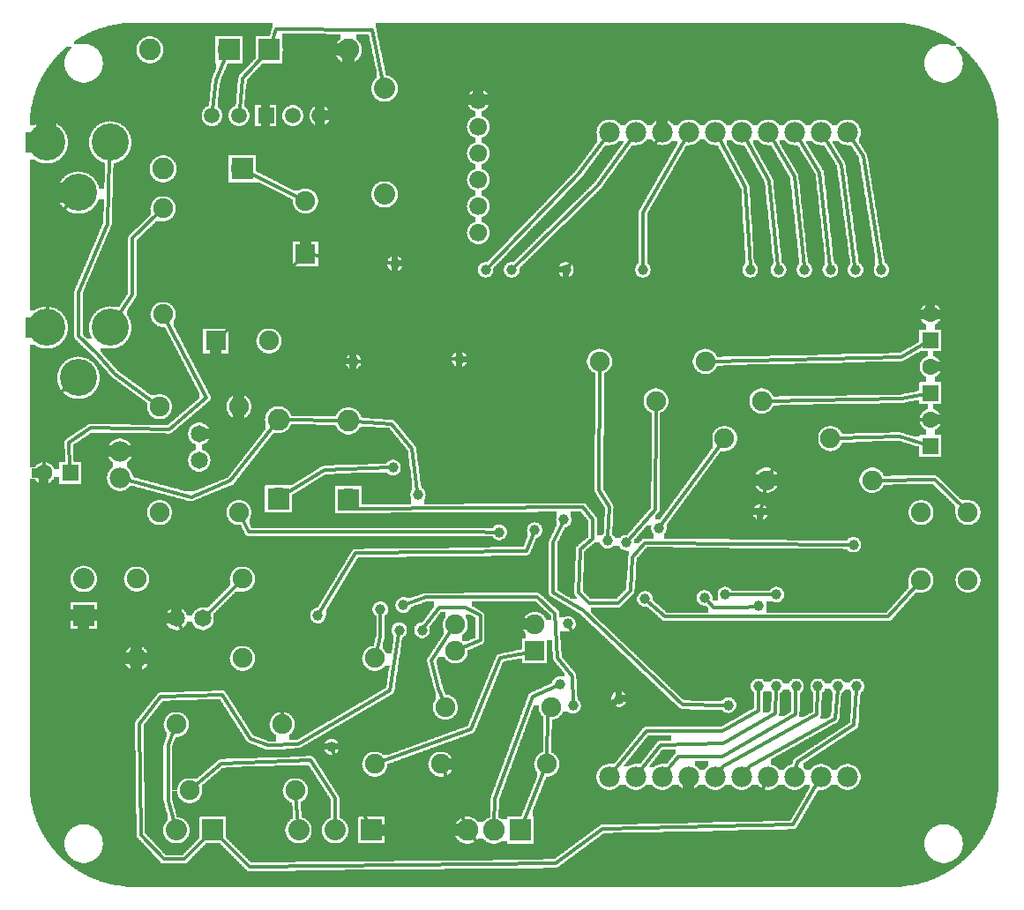
<source format=gtl>
G04 MADE WITH FRITZING*
G04 WWW.FRITZING.ORG*
G04 DOUBLE SIDED*
G04 HOLES PLATED*
G04 CONTOUR ON CENTER OF CONTOUR VECTOR*
%ASAXBY*%
%FSLAX23Y23*%
%MOIN*%
%OFA0B0*%
%SFA1.0B1.0*%
%ADD10C,0.075000*%
%ADD11C,0.078000*%
%ADD12C,0.039370*%
%ADD13C,0.080000*%
%ADD14C,0.082000*%
%ADD15C,0.065000*%
%ADD16C,0.065972*%
%ADD17C,0.059000*%
%ADD18C,0.140000*%
%ADD19C,0.062992*%
%ADD20R,0.082000X0.082000*%
%ADD21R,0.075000X0.075000*%
%ADD22R,0.080000X0.080000*%
%ADD23R,0.059889X0.059000*%
%ADD24R,0.062992X0.062992*%
%ADD25C,0.012000*%
%ADD26R,0.001000X0.001000*%
%LNCOPPER1*%
G90*
G70*
G54D10*
X2193Y1251D03*
X1905Y453D03*
X1067Y3211D03*
G54D11*
X3132Y2892D03*
X3032Y2892D03*
X2932Y2892D03*
X2832Y2892D03*
X2732Y2892D03*
X2632Y2892D03*
X2532Y2892D03*
X2432Y2892D03*
X2332Y2892D03*
X2232Y2892D03*
X3132Y2892D03*
X3032Y2892D03*
X2932Y2892D03*
X2832Y2892D03*
X2732Y2892D03*
X2632Y2892D03*
X2532Y2892D03*
X2432Y2892D03*
X2332Y2892D03*
X2232Y2892D03*
X3131Y455D03*
X3031Y455D03*
X2931Y455D03*
X2831Y455D03*
X2731Y455D03*
X2631Y455D03*
X2531Y455D03*
X2431Y455D03*
X2331Y455D03*
X2231Y455D03*
X3131Y455D03*
X3031Y455D03*
X2931Y455D03*
X2831Y455D03*
X2731Y455D03*
X2631Y455D03*
X2531Y455D03*
X2431Y455D03*
X2331Y455D03*
X2231Y455D03*
G54D12*
X1763Y2372D03*
X1862Y2372D03*
X2067Y2372D03*
X2358Y2372D03*
X2763Y2372D03*
X2870Y2372D03*
X2968Y2372D03*
X3067Y2372D03*
X3161Y2372D03*
X3259Y2372D03*
X2590Y1132D03*
X2795Y1101D03*
X2669Y1144D03*
X2862Y1144D03*
X2795Y798D03*
X2862Y798D03*
X2937Y798D03*
X3019Y798D03*
X3094Y798D03*
X3165Y798D03*
X2224Y1349D03*
X2418Y1396D03*
X2295Y1341D03*
X1366Y1089D03*
X2366Y1128D03*
X2043Y806D03*
X1815Y1380D03*
X3153Y1333D03*
X1413Y1624D03*
X2059Y1428D03*
X2681Y727D03*
X1507Y1522D03*
X1523Y1010D03*
X1948Y1388D03*
X1129Y1065D03*
X1452Y1105D03*
X2094Y724D03*
X1437Y1010D03*
X2802Y1456D03*
X2074Y1034D03*
X2267Y750D03*
X1181Y569D03*
X1421Y2396D03*
G54D13*
X1381Y3058D03*
X1381Y2658D03*
G54D14*
X1894Y254D03*
X1794Y254D03*
X1694Y254D03*
G54D10*
X1949Y932D03*
X1649Y932D03*
X1949Y1032D03*
X1649Y1032D03*
X3409Y1199D03*
X3409Y1455D03*
X3586Y1199D03*
X3586Y1455D03*
G54D13*
X1332Y254D03*
X1194Y254D03*
X1057Y254D03*
X244Y1066D03*
X244Y1204D03*
X732Y254D03*
X594Y254D03*
G54D15*
X594Y1054D03*
X694Y1054D03*
X594Y1054D03*
X694Y1054D03*
X681Y1752D03*
X681Y1652D03*
X681Y1752D03*
X681Y1652D03*
G54D16*
X1736Y2513D03*
X1736Y2613D03*
X1736Y2713D03*
X1736Y2813D03*
X1736Y2913D03*
X1736Y3013D03*
G54D10*
X744Y2104D03*
X944Y2104D03*
X1082Y2432D03*
X1082Y2632D03*
G54D17*
X729Y2955D03*
X831Y2955D03*
X933Y2955D03*
X1034Y2955D03*
X1136Y2955D03*
G54D18*
X344Y2154D03*
X104Y2154D03*
X224Y1964D03*
X344Y2854D03*
X104Y2854D03*
X224Y2664D03*
G54D14*
X946Y3204D03*
X1244Y3204D03*
X842Y2754D03*
X544Y2754D03*
X1244Y1504D03*
X1244Y1802D03*
X980Y1508D03*
X980Y1806D03*
X792Y3204D03*
X494Y3204D03*
G54D10*
X1044Y404D03*
X644Y404D03*
X444Y1204D03*
X844Y1204D03*
X844Y904D03*
X444Y904D03*
X831Y1455D03*
X831Y1855D03*
X531Y1855D03*
X531Y1455D03*
X994Y654D03*
X594Y654D03*
X2824Y1577D03*
X3224Y1577D03*
X2194Y2026D03*
X2594Y2026D03*
X2407Y1876D03*
X2807Y1876D03*
X2666Y1735D03*
X3066Y1735D03*
X1611Y719D03*
X2011Y719D03*
X1594Y504D03*
X1994Y504D03*
X1344Y904D03*
X1344Y504D03*
X544Y2604D03*
X544Y2204D03*
G54D19*
X3444Y2105D03*
X3444Y2204D03*
X3444Y1907D03*
X3444Y2005D03*
X3444Y1707D03*
X3444Y1805D03*
X193Y1604D03*
X94Y1604D03*
G54D12*
X1665Y2034D03*
X1263Y2026D03*
G54D11*
X381Y1685D03*
X381Y1585D03*
X381Y1685D03*
X381Y1585D03*
G54D20*
X1894Y254D03*
G54D21*
X1949Y932D03*
G54D22*
X1332Y254D03*
X244Y1066D03*
X732Y254D03*
G54D21*
X744Y2104D03*
X1082Y2432D03*
G54D23*
X933Y2955D03*
G54D20*
X945Y3204D03*
X843Y2754D03*
X1244Y1503D03*
X980Y1507D03*
X793Y3204D03*
G54D24*
X3444Y2105D03*
X3444Y1907D03*
X3444Y1707D03*
X193Y1604D03*
G54D25*
X2115Y2734D02*
X2217Y2872D01*
D02*
X2188Y2692D02*
X2317Y2872D01*
D02*
X1871Y2382D02*
X2188Y2692D01*
D02*
X1773Y2382D02*
X2115Y2734D01*
D02*
X3190Y2801D02*
X3145Y2871D01*
D02*
X3107Y2770D02*
X3045Y2871D01*
D02*
X3257Y2386D02*
X3190Y2801D01*
D02*
X3159Y2386D02*
X3107Y2770D01*
D02*
X3026Y2739D02*
X3065Y2386D01*
D02*
X2945Y2871D02*
X3026Y2739D01*
D02*
X2930Y2726D02*
X2967Y2386D01*
D02*
X2844Y2871D02*
X2930Y2726D01*
D02*
X2833Y2710D02*
X2744Y2871D01*
D02*
X2868Y2386D02*
X2833Y2710D01*
D02*
X2745Y2684D02*
X2644Y2871D01*
D02*
X2763Y2386D02*
X2745Y2684D01*
D02*
X2276Y2640D02*
X2419Y2871D01*
D02*
X2357Y2588D02*
X2520Y2871D01*
D02*
X2358Y2386D02*
X2357Y2588D01*
D02*
X2075Y2383D02*
X2276Y2640D01*
D02*
X2736Y1097D02*
X2625Y1097D01*
D02*
X2848Y1144D02*
X2682Y1144D01*
D02*
X2625Y1097D02*
X2600Y1123D01*
D02*
X2781Y1100D02*
X2736Y1097D01*
D02*
X2933Y691D02*
X2657Y533D01*
D02*
X2657Y533D02*
X2491Y533D01*
D02*
X2491Y533D02*
X2446Y475D01*
D02*
X2936Y784D02*
X2933Y691D01*
D02*
X2424Y577D02*
X2662Y581D01*
D02*
X2662Y581D02*
X2857Y696D01*
D02*
X2857Y696D02*
X2861Y784D01*
D02*
X2346Y475D02*
X2424Y577D01*
D02*
X2657Y628D02*
X2795Y707D01*
D02*
X2370Y628D02*
X2657Y628D01*
D02*
X2795Y707D02*
X2795Y784D01*
D02*
X2246Y474D02*
X2370Y628D01*
D02*
X2925Y274D02*
X3019Y434D01*
D02*
X2205Y259D02*
X2925Y274D01*
D02*
X2028Y128D02*
X2205Y259D01*
D02*
X870Y116D02*
X2028Y128D01*
D02*
X750Y235D02*
X870Y116D01*
D02*
X2760Y495D02*
X2746Y475D01*
D02*
X3083Y676D02*
X2760Y495D01*
D02*
X3093Y784D02*
X3083Y676D01*
D02*
X2662Y494D02*
X3015Y691D01*
D02*
X3015Y691D02*
X3019Y784D01*
D02*
X2646Y474D02*
X2662Y494D01*
D02*
X2763Y310D02*
X2196Y306D01*
D02*
X2196Y306D02*
X2145Y392D01*
D02*
X2145Y392D02*
X2141Y499D01*
D02*
X2141Y499D02*
X2192Y655D01*
D02*
X2192Y655D02*
X2259Y740D01*
D02*
X2763Y310D02*
X2821Y433D01*
D02*
X3156Y652D02*
X2940Y511D01*
D02*
X2940Y511D02*
X2935Y479D01*
D02*
X3164Y784D02*
X3156Y652D01*
D02*
X1995Y527D02*
X1998Y688D01*
X1998Y688D02*
X2002Y698D01*
D02*
X1904Y278D02*
X1986Y482D01*
D02*
X1586Y790D02*
X1558Y896D01*
D02*
X2231Y1476D02*
X2225Y1362D01*
D02*
X2192Y1538D02*
X2231Y1476D01*
D02*
X2194Y2003D02*
X2192Y1538D01*
D02*
X1604Y741D02*
X1586Y790D01*
D02*
X3333Y2042D02*
X2617Y2027D01*
D02*
X3327Y1742D02*
X3090Y1735D01*
D02*
X3426Y2095D02*
X3333Y2042D01*
D02*
X3424Y1713D02*
X3327Y1742D01*
D02*
X1558Y896D02*
X1636Y1012D01*
D02*
X3333Y1885D02*
X2830Y1877D01*
D02*
X3424Y1903D02*
X3333Y1885D01*
D02*
X2653Y1716D02*
X2426Y1407D01*
D02*
X2404Y1467D02*
X2304Y1351D01*
D02*
X2407Y1853D02*
X2404Y1467D01*
D02*
X1366Y987D02*
X1366Y1076D01*
D02*
X428Y2278D02*
X428Y2491D01*
D02*
X428Y2491D02*
X528Y2588D01*
D02*
X1350Y926D02*
X1366Y987D01*
D02*
X376Y2200D02*
X428Y2278D01*
D02*
X2441Y1061D02*
X2376Y1119D01*
D02*
X3286Y1061D02*
X2441Y1061D01*
D02*
X1798Y372D02*
X1940Y759D01*
D02*
X3394Y1182D02*
X3286Y1061D01*
D02*
X1795Y280D02*
X1798Y372D01*
D02*
X845Y3097D02*
X833Y2979D01*
D02*
X928Y3184D02*
X845Y3097D01*
D02*
X1940Y759D02*
X2031Y800D01*
D02*
X1334Y3278D02*
X971Y3281D01*
D02*
X971Y3281D02*
X955Y3229D01*
D02*
X1376Y3083D02*
X1334Y3278D01*
D02*
X744Y3090D02*
X732Y2979D01*
D02*
X782Y3179D02*
X744Y3090D01*
D02*
X362Y1979D02*
X295Y2054D01*
D02*
X512Y1869D02*
X362Y1979D01*
D02*
X1062Y2643D02*
X866Y2742D01*
D02*
X333Y2545D02*
X342Y2798D01*
D02*
X224Y2286D02*
X333Y2545D01*
D02*
X224Y2121D02*
X224Y2286D01*
D02*
X295Y2054D02*
X224Y2121D01*
D02*
X567Y1769D02*
X708Y1889D01*
D02*
X270Y1774D02*
X567Y1769D01*
D02*
X188Y1719D02*
X270Y1774D01*
D02*
X192Y1625D02*
X188Y1719D01*
D02*
X708Y1889D02*
X555Y2183D01*
D02*
X1709Y636D02*
X1818Y905D01*
D02*
X1366Y511D02*
X1709Y636D01*
D02*
X708Y1067D02*
X828Y1187D01*
D02*
X1818Y905D02*
X1927Y927D01*
D02*
X869Y1381D02*
X841Y1435D01*
D02*
X1720Y1381D02*
X869Y1381D01*
D02*
X1801Y1380D02*
X1720Y1381D01*
D02*
X1258Y1481D02*
X1266Y1468D01*
D02*
X2130Y1475D02*
X2169Y1428D01*
D02*
X2153Y1112D02*
X2263Y1112D01*
D02*
X2113Y1152D02*
X2153Y1112D01*
D02*
X2121Y1317D02*
X2113Y1152D01*
D02*
X2169Y1357D02*
X2121Y1317D01*
D02*
X2169Y1428D02*
X2169Y1357D01*
D02*
X1266Y1468D02*
X2130Y1475D01*
D02*
X2365Y1340D02*
X3140Y1333D01*
D02*
X2311Y1159D02*
X2318Y1286D01*
D02*
X1002Y1522D02*
X1154Y1616D01*
D02*
X2318Y1286D02*
X2365Y1340D01*
D02*
X2263Y1112D02*
X2311Y1159D01*
D02*
X1154Y1616D02*
X1400Y1624D01*
D02*
X2018Y1152D02*
X2130Y1084D01*
D02*
X2018Y1341D02*
X2018Y1152D01*
D02*
X2053Y1415D02*
X2018Y1341D01*
D02*
X2507Y728D02*
X2667Y727D01*
D02*
X2130Y1084D02*
X2507Y728D01*
D02*
X1055Y279D02*
X1046Y381D01*
D02*
X1485Y1696D02*
X1506Y1535D01*
D02*
X1271Y1800D02*
X1409Y1789D01*
D02*
X1409Y1789D02*
X1485Y1696D01*
D02*
X1531Y1021D02*
X1587Y1097D01*
D02*
X1743Y1065D02*
X1743Y972D01*
D02*
X1689Y1097D02*
X1743Y1065D01*
D02*
X1587Y1097D02*
X1689Y1097D01*
D02*
X662Y419D02*
X764Y507D01*
D02*
X1743Y972D02*
X1670Y941D01*
D02*
X1006Y1805D02*
X1218Y1802D01*
D02*
X1193Y376D02*
X1194Y279D01*
D02*
X1102Y518D02*
X1193Y376D01*
D02*
X764Y507D02*
X1102Y518D01*
D02*
X563Y577D02*
X586Y632D01*
D02*
X563Y365D02*
X563Y577D01*
D02*
X587Y278D02*
X563Y365D01*
D02*
X1917Y1309D02*
X1272Y1301D01*
D02*
X1943Y1376D02*
X1917Y1309D01*
D02*
X3460Y1578D02*
X3570Y1471D01*
D02*
X3247Y1577D02*
X3460Y1578D01*
D02*
X1272Y1301D02*
X1136Y1077D01*
D02*
X1539Y1135D02*
X1957Y1136D01*
D02*
X1465Y1109D02*
X1539Y1135D01*
D02*
X2034Y904D02*
X2091Y837D01*
D02*
X2026Y1073D02*
X2034Y904D01*
D02*
X1957Y1136D02*
X2026Y1073D01*
D02*
X547Y144D02*
X460Y236D01*
D02*
X2091Y837D02*
X2094Y738D01*
D02*
X625Y144D02*
X547Y144D01*
D02*
X714Y235D02*
X625Y144D01*
D02*
X460Y236D02*
X453Y656D01*
D02*
X873Y600D02*
X940Y574D01*
D02*
X767Y767D02*
X873Y600D01*
D02*
X536Y758D02*
X767Y767D01*
D02*
X453Y656D02*
X536Y758D01*
D02*
X1402Y782D02*
X1435Y997D01*
D02*
X1056Y580D02*
X1402Y782D01*
D02*
X940Y574D02*
X1056Y580D01*
D02*
X2836Y1597D02*
X2964Y1805D01*
D02*
X2964Y1805D02*
X3423Y1805D01*
D02*
X2804Y1470D02*
X2820Y1555D01*
D02*
X2154Y700D02*
X2255Y745D01*
D02*
X2154Y844D02*
X2154Y700D01*
D02*
X2080Y1022D02*
X2154Y844D01*
D02*
X1696Y254D02*
X1768Y160D01*
D02*
X1603Y482D02*
X1696Y254D01*
D02*
X2028Y262D02*
X2154Y700D01*
D02*
X1956Y160D02*
X2028Y262D01*
D02*
X1768Y160D02*
X1956Y160D01*
D02*
X1719Y262D02*
X1696Y254D01*
D02*
X1186Y557D02*
X1321Y277D01*
D02*
X711Y820D02*
X936Y825D01*
D02*
X603Y1036D02*
X711Y820D01*
D02*
X98Y1861D02*
X95Y1625D01*
D02*
X987Y778D02*
X993Y677D01*
D02*
X936Y825D02*
X987Y778D01*
D02*
X181Y1929D02*
X98Y1861D01*
D02*
X1066Y2416D02*
X761Y2120D01*
D02*
X122Y2539D02*
X107Y2209D01*
D02*
X1407Y2398D02*
X1105Y2430D01*
D02*
X189Y2621D02*
X122Y2539D01*
D02*
X1277Y2026D02*
X1651Y2034D01*
D02*
X650Y1513D02*
X405Y1579D01*
D02*
X799Y1574D02*
X650Y1513D01*
D02*
X964Y1785D02*
X799Y1574D01*
G36*
X2086Y1458D02*
X2086Y1436D01*
X2088Y1436D01*
X2088Y1420D01*
X2086Y1420D01*
X2086Y1414D01*
X2084Y1414D01*
X2084Y1410D01*
X2082Y1410D01*
X2082Y1408D01*
X2080Y1408D01*
X2080Y1406D01*
X2078Y1406D01*
X2078Y1404D01*
X2076Y1404D01*
X2076Y1402D01*
X2072Y1402D01*
X2072Y1400D01*
X2068Y1400D01*
X2068Y1398D01*
X2062Y1398D01*
X2062Y1394D01*
X2060Y1394D01*
X2060Y1390D01*
X2058Y1390D01*
X2058Y1386D01*
X2056Y1386D01*
X2056Y1382D01*
X2054Y1382D01*
X2054Y1378D01*
X2052Y1378D01*
X2052Y1372D01*
X2050Y1372D01*
X2050Y1368D01*
X2048Y1368D01*
X2048Y1364D01*
X2046Y1364D01*
X2046Y1360D01*
X2044Y1360D01*
X2044Y1356D01*
X2042Y1356D01*
X2042Y1352D01*
X2040Y1352D01*
X2040Y1348D01*
X2038Y1348D01*
X2038Y1344D01*
X2036Y1344D01*
X2036Y1338D01*
X2034Y1338D01*
X2034Y1160D01*
X2036Y1160D01*
X2036Y1158D01*
X2040Y1158D01*
X2040Y1156D01*
X2042Y1156D01*
X2042Y1154D01*
X2046Y1154D01*
X2046Y1152D01*
X2050Y1152D01*
X2050Y1150D01*
X2052Y1150D01*
X2052Y1148D01*
X2056Y1148D01*
X2056Y1146D01*
X2060Y1146D01*
X2060Y1144D01*
X2062Y1144D01*
X2062Y1142D01*
X2066Y1142D01*
X2066Y1140D01*
X2070Y1140D01*
X2070Y1138D01*
X2072Y1138D01*
X2072Y1136D01*
X2076Y1136D01*
X2076Y1134D01*
X2080Y1134D01*
X2080Y1132D01*
X2082Y1132D01*
X2082Y1130D01*
X2086Y1130D01*
X2086Y1128D01*
X2108Y1128D01*
X2108Y1136D01*
X2106Y1136D01*
X2106Y1138D01*
X2104Y1138D01*
X2104Y1140D01*
X2102Y1140D01*
X2102Y1142D01*
X2100Y1142D01*
X2100Y1146D01*
X2098Y1146D01*
X2098Y1188D01*
X2100Y1188D01*
X2100Y1230D01*
X2102Y1230D01*
X2102Y1272D01*
X2104Y1272D01*
X2104Y1314D01*
X2106Y1314D01*
X2106Y1324D01*
X2108Y1324D01*
X2108Y1326D01*
X2110Y1326D01*
X2110Y1328D01*
X2112Y1328D01*
X2112Y1330D01*
X2114Y1330D01*
X2114Y1332D01*
X2116Y1332D01*
X2116Y1334D01*
X2118Y1334D01*
X2118Y1336D01*
X2120Y1336D01*
X2120Y1338D01*
X2124Y1338D01*
X2124Y1340D01*
X2126Y1340D01*
X2126Y1342D01*
X2128Y1342D01*
X2128Y1344D01*
X2130Y1344D01*
X2130Y1346D01*
X2132Y1346D01*
X2132Y1348D01*
X2136Y1348D01*
X2136Y1350D01*
X2138Y1350D01*
X2138Y1352D01*
X2140Y1352D01*
X2140Y1354D01*
X2142Y1354D01*
X2142Y1356D01*
X2144Y1356D01*
X2144Y1358D01*
X2146Y1358D01*
X2146Y1360D01*
X2150Y1360D01*
X2150Y1362D01*
X2152Y1362D01*
X2152Y1424D01*
X2150Y1424D01*
X2150Y1426D01*
X2148Y1426D01*
X2148Y1428D01*
X2146Y1428D01*
X2146Y1432D01*
X2144Y1432D01*
X2144Y1434D01*
X2142Y1434D01*
X2142Y1436D01*
X2140Y1436D01*
X2140Y1438D01*
X2138Y1438D01*
X2138Y1440D01*
X2136Y1440D01*
X2136Y1444D01*
X2134Y1444D01*
X2134Y1446D01*
X2132Y1446D01*
X2132Y1448D01*
X2130Y1448D01*
X2130Y1450D01*
X2128Y1450D01*
X2128Y1452D01*
X2126Y1452D01*
X2126Y1456D01*
X2124Y1456D01*
X2124Y1458D01*
X2086Y1458D01*
G37*
D02*
G36*
X2370Y1404D02*
X2370Y1402D01*
X2368Y1402D01*
X2368Y1400D01*
X2366Y1400D01*
X2366Y1396D01*
X2364Y1396D01*
X2364Y1394D01*
X2362Y1394D01*
X2362Y1392D01*
X2360Y1392D01*
X2360Y1390D01*
X2358Y1390D01*
X2358Y1388D01*
X2356Y1388D01*
X2356Y1386D01*
X2354Y1386D01*
X2354Y1382D01*
X2352Y1382D01*
X2352Y1380D01*
X2350Y1380D01*
X2350Y1378D01*
X2348Y1378D01*
X2348Y1376D01*
X2346Y1376D01*
X2346Y1374D01*
X2344Y1374D01*
X2344Y1372D01*
X2342Y1372D01*
X2342Y1370D01*
X2340Y1370D01*
X2340Y1366D01*
X2338Y1366D01*
X2338Y1364D01*
X2336Y1364D01*
X2336Y1362D01*
X2334Y1362D01*
X2334Y1360D01*
X2332Y1360D01*
X2332Y1358D01*
X2330Y1358D01*
X2330Y1356D01*
X2328Y1356D01*
X2328Y1354D01*
X2326Y1354D01*
X2326Y1350D01*
X2324Y1350D01*
X2324Y1338D01*
X2344Y1338D01*
X2344Y1342D01*
X2346Y1342D01*
X2346Y1344D01*
X2348Y1344D01*
X2348Y1346D01*
X2350Y1346D01*
X2350Y1348D01*
X2352Y1348D01*
X2352Y1350D01*
X2354Y1350D01*
X2354Y1352D01*
X2356Y1352D01*
X2356Y1354D01*
X2360Y1354D01*
X2360Y1356D01*
X2398Y1356D01*
X2398Y1376D01*
X2396Y1376D01*
X2396Y1378D01*
X2394Y1378D01*
X2394Y1380D01*
X2392Y1380D01*
X2392Y1384D01*
X2390Y1384D01*
X2390Y1390D01*
X2388Y1390D01*
X2388Y1402D01*
X2390Y1402D01*
X2390Y1404D01*
X2370Y1404D01*
G37*
D02*
G36*
X2176Y1342D02*
X2176Y1340D01*
X2172Y1340D01*
X2172Y1338D01*
X2170Y1338D01*
X2170Y1336D01*
X2168Y1336D01*
X2168Y1334D01*
X2166Y1334D01*
X2166Y1332D01*
X2164Y1332D01*
X2164Y1330D01*
X2162Y1330D01*
X2162Y1328D01*
X2158Y1328D01*
X2158Y1326D01*
X2156Y1326D01*
X2156Y1324D01*
X2154Y1324D01*
X2154Y1322D01*
X2152Y1322D01*
X2152Y1320D01*
X2150Y1320D01*
X2150Y1318D01*
X2222Y1318D01*
X2222Y1320D01*
X2212Y1320D01*
X2212Y1322D01*
X2208Y1322D01*
X2208Y1324D01*
X2206Y1324D01*
X2206Y1326D01*
X2204Y1326D01*
X2204Y1328D01*
X2202Y1328D01*
X2202Y1330D01*
X2200Y1330D01*
X2200Y1332D01*
X2198Y1332D01*
X2198Y1336D01*
X2196Y1336D01*
X2196Y1342D01*
X2176Y1342D01*
G37*
D02*
G36*
X2246Y1330D02*
X2246Y1328D01*
X2244Y1328D01*
X2244Y1326D01*
X2242Y1326D01*
X2242Y1324D01*
X2240Y1324D01*
X2240Y1322D01*
X2236Y1322D01*
X2236Y1320D01*
X2226Y1320D01*
X2226Y1318D01*
X2274Y1318D01*
X2274Y1320D01*
X2272Y1320D01*
X2272Y1324D01*
X2270Y1324D01*
X2270Y1326D01*
X2268Y1326D01*
X2268Y1330D01*
X2246Y1330D01*
G37*
D02*
G36*
X2146Y1318D02*
X2146Y1316D01*
X2276Y1316D01*
X2276Y1318D01*
X2146Y1318D01*
G37*
D02*
G36*
X2146Y1318D02*
X2146Y1316D01*
X2276Y1316D01*
X2276Y1318D01*
X2146Y1318D01*
G37*
D02*
G36*
X2144Y1316D02*
X2144Y1314D01*
X2142Y1314D01*
X2142Y1312D01*
X2140Y1312D01*
X2140Y1310D01*
X2138Y1310D01*
X2138Y1308D01*
X2136Y1308D01*
X2136Y1272D01*
X2134Y1272D01*
X2134Y1230D01*
X2132Y1230D01*
X2132Y1186D01*
X2130Y1186D01*
X2130Y1156D01*
X2132Y1156D01*
X2132Y1154D01*
X2134Y1154D01*
X2134Y1152D01*
X2136Y1152D01*
X2136Y1150D01*
X2138Y1150D01*
X2138Y1148D01*
X2140Y1148D01*
X2140Y1146D01*
X2142Y1146D01*
X2142Y1144D01*
X2144Y1144D01*
X2144Y1142D01*
X2146Y1142D01*
X2146Y1140D01*
X2148Y1140D01*
X2148Y1138D01*
X2150Y1138D01*
X2150Y1136D01*
X2152Y1136D01*
X2152Y1134D01*
X2154Y1134D01*
X2154Y1132D01*
X2156Y1132D01*
X2156Y1130D01*
X2158Y1130D01*
X2158Y1128D01*
X2258Y1128D01*
X2258Y1130D01*
X2260Y1130D01*
X2260Y1132D01*
X2262Y1132D01*
X2262Y1134D01*
X2264Y1134D01*
X2264Y1136D01*
X2266Y1136D01*
X2266Y1138D01*
X2268Y1138D01*
X2268Y1140D01*
X2270Y1140D01*
X2270Y1142D01*
X2272Y1142D01*
X2272Y1144D01*
X2274Y1144D01*
X2274Y1146D01*
X2276Y1146D01*
X2276Y1148D01*
X2278Y1148D01*
X2278Y1150D01*
X2280Y1150D01*
X2280Y1152D01*
X2282Y1152D01*
X2282Y1154D01*
X2284Y1154D01*
X2284Y1156D01*
X2286Y1156D01*
X2286Y1158D01*
X2288Y1158D01*
X2288Y1160D01*
X2290Y1160D01*
X2290Y1162D01*
X2292Y1162D01*
X2292Y1164D01*
X2294Y1164D01*
X2294Y1166D01*
X2296Y1166D01*
X2296Y1200D01*
X2298Y1200D01*
X2298Y1236D01*
X2300Y1236D01*
X2300Y1270D01*
X2302Y1270D01*
X2302Y1292D01*
X2304Y1292D01*
X2304Y1310D01*
X2294Y1310D01*
X2294Y1312D01*
X2284Y1312D01*
X2284Y1314D01*
X2280Y1314D01*
X2280Y1316D01*
X2144Y1316D01*
G37*
D02*
G36*
X1688Y1068D02*
X1688Y1056D01*
X1690Y1056D01*
X1690Y1054D01*
X1692Y1054D01*
X1692Y1050D01*
X1694Y1050D01*
X1694Y1042D01*
X1696Y1042D01*
X1696Y1020D01*
X1694Y1020D01*
X1694Y1012D01*
X1692Y1012D01*
X1692Y1010D01*
X1690Y1010D01*
X1690Y1006D01*
X1688Y1006D01*
X1688Y1002D01*
X1686Y1002D01*
X1686Y1000D01*
X1684Y1000D01*
X1684Y998D01*
X1682Y998D01*
X1682Y996D01*
X1680Y996D01*
X1680Y994D01*
X1678Y994D01*
X1678Y992D01*
X1674Y992D01*
X1674Y970D01*
X1678Y970D01*
X1678Y968D01*
X1698Y968D01*
X1698Y970D01*
X1702Y970D01*
X1702Y972D01*
X1706Y972D01*
X1706Y974D01*
X1712Y974D01*
X1712Y976D01*
X1716Y976D01*
X1716Y978D01*
X1720Y978D01*
X1720Y980D01*
X1726Y980D01*
X1726Y1056D01*
X1724Y1056D01*
X1724Y1058D01*
X1720Y1058D01*
X1720Y1060D01*
X1718Y1060D01*
X1718Y1062D01*
X1714Y1062D01*
X1714Y1064D01*
X1710Y1064D01*
X1710Y1066D01*
X1708Y1066D01*
X1708Y1068D01*
X1688Y1068D01*
G37*
D02*
G36*
X3046Y788D02*
X3046Y782D01*
X3044Y782D01*
X3044Y780D01*
X3042Y780D01*
X3042Y778D01*
X3040Y778D01*
X3040Y776D01*
X3038Y776D01*
X3038Y774D01*
X3036Y774D01*
X3036Y772D01*
X3034Y772D01*
X3034Y744D01*
X3032Y744D01*
X3032Y698D01*
X3030Y698D01*
X3030Y684D01*
X3028Y684D01*
X3028Y674D01*
X3050Y674D01*
X3050Y676D01*
X3054Y676D01*
X3054Y678D01*
X3056Y678D01*
X3056Y680D01*
X3060Y680D01*
X3060Y682D01*
X3064Y682D01*
X3064Y684D01*
X3068Y684D01*
X3068Y698D01*
X3070Y698D01*
X3070Y720D01*
X3072Y720D01*
X3072Y742D01*
X3074Y742D01*
X3074Y776D01*
X3072Y776D01*
X3072Y778D01*
X3070Y778D01*
X3070Y782D01*
X3068Y782D01*
X3068Y786D01*
X3066Y786D01*
X3066Y788D01*
X3046Y788D01*
G37*
D02*
G36*
X2888Y786D02*
X2888Y782D01*
X2886Y782D01*
X2886Y780D01*
X2884Y780D01*
X2884Y776D01*
X2882Y776D01*
X2882Y774D01*
X2878Y774D01*
X2878Y772D01*
X2876Y772D01*
X2876Y736D01*
X2874Y736D01*
X2874Y694D01*
X2872Y694D01*
X2872Y686D01*
X2894Y686D01*
X2894Y688D01*
X2898Y688D01*
X2898Y690D01*
X2902Y690D01*
X2902Y692D01*
X2904Y692D01*
X2904Y694D01*
X2908Y694D01*
X2908Y696D01*
X2912Y696D01*
X2912Y698D01*
X2916Y698D01*
X2916Y702D01*
X2918Y702D01*
X2918Y776D01*
X2914Y776D01*
X2914Y780D01*
X2912Y780D01*
X2912Y782D01*
X2910Y782D01*
X2910Y786D01*
X2888Y786D01*
G37*
D02*
G36*
X3120Y784D02*
X3120Y782D01*
X3118Y782D01*
X3118Y778D01*
X3116Y778D01*
X3116Y776D01*
X3114Y776D01*
X3114Y774D01*
X3112Y774D01*
X3112Y772D01*
X3108Y772D01*
X3108Y762D01*
X3106Y762D01*
X3106Y740D01*
X3104Y740D01*
X3104Y718D01*
X3102Y718D01*
X3102Y698D01*
X3100Y698D01*
X3100Y676D01*
X3098Y676D01*
X3098Y668D01*
X3096Y668D01*
X3096Y664D01*
X3094Y664D01*
X3094Y662D01*
X3090Y662D01*
X3090Y660D01*
X3086Y660D01*
X3086Y658D01*
X3084Y658D01*
X3084Y656D01*
X3080Y656D01*
X3080Y654D01*
X3076Y654D01*
X3076Y652D01*
X3072Y652D01*
X3072Y650D01*
X3068Y650D01*
X3068Y648D01*
X3066Y648D01*
X3066Y646D01*
X3062Y646D01*
X3062Y644D01*
X3058Y644D01*
X3058Y642D01*
X3054Y642D01*
X3054Y640D01*
X3052Y640D01*
X3052Y638D01*
X3048Y638D01*
X3048Y636D01*
X3044Y636D01*
X3044Y634D01*
X3040Y634D01*
X3040Y632D01*
X3036Y632D01*
X3036Y630D01*
X3034Y630D01*
X3034Y628D01*
X3030Y628D01*
X3030Y626D01*
X3026Y626D01*
X3026Y624D01*
X3022Y624D01*
X3022Y622D01*
X3018Y622D01*
X3018Y620D01*
X3016Y620D01*
X3016Y618D01*
X3012Y618D01*
X3012Y616D01*
X3008Y616D01*
X3008Y614D01*
X3004Y614D01*
X3004Y612D01*
X3002Y612D01*
X3002Y610D01*
X2998Y610D01*
X2998Y608D01*
X2994Y608D01*
X2994Y606D01*
X2990Y606D01*
X2990Y604D01*
X2986Y604D01*
X2986Y602D01*
X2984Y602D01*
X2984Y600D01*
X2980Y600D01*
X2980Y598D01*
X2976Y598D01*
X2976Y596D01*
X2972Y596D01*
X2972Y594D01*
X2968Y594D01*
X2968Y592D01*
X2966Y592D01*
X2966Y590D01*
X2962Y590D01*
X2962Y588D01*
X2958Y588D01*
X2958Y586D01*
X2954Y586D01*
X2954Y584D01*
X2952Y584D01*
X2952Y582D01*
X2948Y582D01*
X2948Y580D01*
X2944Y580D01*
X2944Y578D01*
X2940Y578D01*
X2940Y576D01*
X2936Y576D01*
X2936Y574D01*
X2934Y574D01*
X2934Y572D01*
X2930Y572D01*
X2930Y570D01*
X2926Y570D01*
X2926Y568D01*
X2922Y568D01*
X2922Y566D01*
X2918Y566D01*
X2918Y564D01*
X2916Y564D01*
X2916Y562D01*
X2912Y562D01*
X2912Y560D01*
X2908Y560D01*
X2908Y558D01*
X2904Y558D01*
X2904Y556D01*
X2902Y556D01*
X2902Y554D01*
X2898Y554D01*
X2898Y552D01*
X2894Y552D01*
X2894Y550D01*
X2890Y550D01*
X2890Y548D01*
X2886Y548D01*
X2886Y546D01*
X2884Y546D01*
X2884Y544D01*
X2880Y544D01*
X2880Y542D01*
X2876Y542D01*
X2876Y540D01*
X2872Y540D01*
X2872Y538D01*
X2868Y538D01*
X2868Y536D01*
X2866Y536D01*
X2866Y534D01*
X2862Y534D01*
X2862Y532D01*
X2858Y532D01*
X2858Y530D01*
X2854Y530D01*
X2854Y528D01*
X2852Y528D01*
X2852Y526D01*
X2848Y526D01*
X2848Y524D01*
X2844Y524D01*
X2844Y522D01*
X2840Y522D01*
X2840Y502D01*
X2846Y502D01*
X2846Y500D01*
X2852Y500D01*
X2852Y498D01*
X2856Y498D01*
X2856Y496D01*
X2858Y496D01*
X2858Y494D01*
X2862Y494D01*
X2862Y492D01*
X2864Y492D01*
X2864Y490D01*
X2866Y490D01*
X2866Y488D01*
X2868Y488D01*
X2868Y486D01*
X2870Y486D01*
X2870Y482D01*
X2892Y482D01*
X2892Y486D01*
X2894Y486D01*
X2894Y488D01*
X2896Y488D01*
X2896Y490D01*
X2898Y490D01*
X2898Y492D01*
X2900Y492D01*
X2900Y494D01*
X2904Y494D01*
X2904Y496D01*
X2906Y496D01*
X2906Y498D01*
X2910Y498D01*
X2910Y500D01*
X2916Y500D01*
X2916Y502D01*
X2922Y502D01*
X2922Y504D01*
X2924Y504D01*
X2924Y514D01*
X2926Y514D01*
X2926Y520D01*
X2928Y520D01*
X2928Y522D01*
X2930Y522D01*
X2930Y524D01*
X2934Y524D01*
X2934Y526D01*
X2936Y526D01*
X2936Y528D01*
X2940Y528D01*
X2940Y530D01*
X2942Y530D01*
X2942Y532D01*
X2946Y532D01*
X2946Y534D01*
X2948Y534D01*
X2948Y536D01*
X2952Y536D01*
X2952Y538D01*
X2954Y538D01*
X2954Y540D01*
X2958Y540D01*
X2958Y542D01*
X2962Y542D01*
X2962Y544D01*
X2964Y544D01*
X2964Y546D01*
X2968Y546D01*
X2968Y548D01*
X2970Y548D01*
X2970Y550D01*
X2974Y550D01*
X2974Y552D01*
X2976Y552D01*
X2976Y554D01*
X2980Y554D01*
X2980Y556D01*
X2982Y556D01*
X2982Y558D01*
X2986Y558D01*
X2986Y560D01*
X2988Y560D01*
X2988Y562D01*
X2992Y562D01*
X2992Y564D01*
X2994Y564D01*
X2994Y566D01*
X2998Y566D01*
X2998Y568D01*
X3000Y568D01*
X3000Y570D01*
X3004Y570D01*
X3004Y572D01*
X3006Y572D01*
X3006Y574D01*
X3010Y574D01*
X3010Y576D01*
X3014Y576D01*
X3014Y578D01*
X3016Y578D01*
X3016Y580D01*
X3020Y580D01*
X3020Y582D01*
X3022Y582D01*
X3022Y584D01*
X3026Y584D01*
X3026Y586D01*
X3028Y586D01*
X3028Y588D01*
X3032Y588D01*
X3032Y590D01*
X3034Y590D01*
X3034Y592D01*
X3038Y592D01*
X3038Y594D01*
X3040Y594D01*
X3040Y596D01*
X3044Y596D01*
X3044Y598D01*
X3046Y598D01*
X3046Y600D01*
X3050Y600D01*
X3050Y602D01*
X3052Y602D01*
X3052Y604D01*
X3056Y604D01*
X3056Y606D01*
X3058Y606D01*
X3058Y608D01*
X3062Y608D01*
X3062Y610D01*
X3066Y610D01*
X3066Y612D01*
X3068Y612D01*
X3068Y614D01*
X3072Y614D01*
X3072Y616D01*
X3074Y616D01*
X3074Y618D01*
X3078Y618D01*
X3078Y620D01*
X3080Y620D01*
X3080Y622D01*
X3084Y622D01*
X3084Y624D01*
X3086Y624D01*
X3086Y626D01*
X3090Y626D01*
X3090Y628D01*
X3092Y628D01*
X3092Y630D01*
X3096Y630D01*
X3096Y632D01*
X3098Y632D01*
X3098Y634D01*
X3102Y634D01*
X3102Y636D01*
X3104Y636D01*
X3104Y638D01*
X3108Y638D01*
X3108Y640D01*
X3110Y640D01*
X3110Y642D01*
X3114Y642D01*
X3114Y644D01*
X3118Y644D01*
X3118Y646D01*
X3120Y646D01*
X3120Y648D01*
X3124Y648D01*
X3124Y650D01*
X3126Y650D01*
X3126Y652D01*
X3130Y652D01*
X3130Y654D01*
X3132Y654D01*
X3132Y656D01*
X3136Y656D01*
X3136Y658D01*
X3138Y658D01*
X3138Y660D01*
X3140Y660D01*
X3140Y662D01*
X3142Y662D01*
X3142Y696D01*
X3144Y696D01*
X3144Y730D01*
X3146Y730D01*
X3146Y776D01*
X3144Y776D01*
X3144Y778D01*
X3142Y778D01*
X3142Y780D01*
X3140Y780D01*
X3140Y784D01*
X3120Y784D01*
G37*
D02*
G36*
X2818Y780D02*
X2818Y778D01*
X2816Y778D01*
X2816Y776D01*
X2814Y776D01*
X2814Y774D01*
X2812Y774D01*
X2812Y772D01*
X2810Y772D01*
X2810Y698D01*
X2832Y698D01*
X2832Y700D01*
X2836Y700D01*
X2836Y702D01*
X2838Y702D01*
X2838Y704D01*
X2842Y704D01*
X2842Y738D01*
X2844Y738D01*
X2844Y774D01*
X2842Y774D01*
X2842Y776D01*
X2840Y776D01*
X2840Y778D01*
X2838Y778D01*
X2838Y780D01*
X2818Y780D01*
G37*
D02*
G36*
X1944Y726D02*
X1944Y720D01*
X1942Y720D01*
X1942Y714D01*
X1940Y714D01*
X1940Y708D01*
X1938Y708D01*
X1938Y704D01*
X1936Y704D01*
X1936Y698D01*
X1934Y698D01*
X1934Y692D01*
X1932Y692D01*
X1932Y686D01*
X1930Y686D01*
X1930Y682D01*
X1928Y682D01*
X1928Y676D01*
X1926Y676D01*
X1926Y670D01*
X1924Y670D01*
X1924Y666D01*
X1922Y666D01*
X1922Y660D01*
X1920Y660D01*
X1920Y654D01*
X1918Y654D01*
X1918Y648D01*
X1916Y648D01*
X1916Y644D01*
X1914Y644D01*
X1914Y638D01*
X1912Y638D01*
X1912Y632D01*
X1910Y632D01*
X1910Y626D01*
X1908Y626D01*
X1908Y622D01*
X1906Y622D01*
X1906Y616D01*
X1904Y616D01*
X1904Y610D01*
X1902Y610D01*
X1902Y606D01*
X1900Y606D01*
X1900Y600D01*
X1898Y600D01*
X1898Y594D01*
X1896Y594D01*
X1896Y588D01*
X1894Y588D01*
X1894Y584D01*
X1892Y584D01*
X1892Y578D01*
X1890Y578D01*
X1890Y572D01*
X1888Y572D01*
X1888Y568D01*
X1886Y568D01*
X1886Y562D01*
X1884Y562D01*
X1884Y556D01*
X1882Y556D01*
X1882Y550D01*
X1880Y550D01*
X1880Y546D01*
X1878Y546D01*
X1878Y540D01*
X1876Y540D01*
X1876Y534D01*
X1874Y534D01*
X1874Y528D01*
X1872Y528D01*
X1872Y524D01*
X1870Y524D01*
X1870Y518D01*
X1868Y518D01*
X1868Y512D01*
X1866Y512D01*
X1866Y508D01*
X1864Y508D01*
X1864Y502D01*
X1862Y502D01*
X1862Y496D01*
X1860Y496D01*
X1860Y490D01*
X1858Y490D01*
X1858Y486D01*
X1856Y486D01*
X1856Y480D01*
X1854Y480D01*
X1854Y474D01*
X1852Y474D01*
X1852Y470D01*
X1850Y470D01*
X1850Y464D01*
X1848Y464D01*
X1848Y458D01*
X1846Y458D01*
X1846Y452D01*
X1844Y452D01*
X1844Y448D01*
X1842Y448D01*
X1842Y442D01*
X1840Y442D01*
X1840Y436D01*
X1838Y436D01*
X1838Y430D01*
X1836Y430D01*
X1836Y426D01*
X1834Y426D01*
X1834Y420D01*
X1832Y420D01*
X1832Y414D01*
X1830Y414D01*
X1830Y410D01*
X1828Y410D01*
X1828Y404D01*
X1826Y404D01*
X1826Y398D01*
X1824Y398D01*
X1824Y392D01*
X1822Y392D01*
X1822Y388D01*
X1820Y388D01*
X1820Y382D01*
X1818Y382D01*
X1818Y376D01*
X1816Y376D01*
X1816Y372D01*
X1814Y372D01*
X1814Y332D01*
X1812Y332D01*
X1812Y300D01*
X1816Y300D01*
X1816Y298D01*
X1820Y298D01*
X1820Y296D01*
X1824Y296D01*
X1824Y294D01*
X1844Y294D01*
X1844Y304D01*
X1898Y304D01*
X1898Y308D01*
X1900Y308D01*
X1900Y312D01*
X1902Y312D01*
X1902Y318D01*
X1904Y318D01*
X1904Y322D01*
X1906Y322D01*
X1906Y328D01*
X1908Y328D01*
X1908Y332D01*
X1910Y332D01*
X1910Y338D01*
X1912Y338D01*
X1912Y342D01*
X1914Y342D01*
X1914Y348D01*
X1916Y348D01*
X1916Y352D01*
X1918Y352D01*
X1918Y358D01*
X1920Y358D01*
X1920Y362D01*
X1922Y362D01*
X1922Y368D01*
X1924Y368D01*
X1924Y372D01*
X1926Y372D01*
X1926Y378D01*
X1928Y378D01*
X1928Y382D01*
X1930Y382D01*
X1930Y388D01*
X1932Y388D01*
X1932Y392D01*
X1934Y392D01*
X1934Y398D01*
X1936Y398D01*
X1936Y402D01*
X1938Y402D01*
X1938Y408D01*
X1940Y408D01*
X1940Y412D01*
X1942Y412D01*
X1942Y418D01*
X1944Y418D01*
X1944Y422D01*
X1946Y422D01*
X1946Y428D01*
X1948Y428D01*
X1948Y432D01*
X1950Y432D01*
X1950Y438D01*
X1952Y438D01*
X1952Y442D01*
X1954Y442D01*
X1954Y448D01*
X1956Y448D01*
X1956Y452D01*
X1958Y452D01*
X1958Y474D01*
X1956Y474D01*
X1956Y476D01*
X1954Y476D01*
X1954Y480D01*
X1952Y480D01*
X1952Y484D01*
X1950Y484D01*
X1950Y490D01*
X1948Y490D01*
X1948Y502D01*
X1946Y502D01*
X1946Y504D01*
X1948Y504D01*
X1948Y516D01*
X1950Y516D01*
X1950Y522D01*
X1952Y522D01*
X1952Y526D01*
X1954Y526D01*
X1954Y530D01*
X1956Y530D01*
X1956Y532D01*
X1958Y532D01*
X1958Y534D01*
X1960Y534D01*
X1960Y536D01*
X1962Y536D01*
X1962Y538D01*
X1964Y538D01*
X1964Y540D01*
X1966Y540D01*
X1966Y542D01*
X1968Y542D01*
X1968Y544D01*
X1972Y544D01*
X1972Y546D01*
X1976Y546D01*
X1976Y548D01*
X1980Y548D01*
X1980Y636D01*
X1982Y636D01*
X1982Y682D01*
X1980Y682D01*
X1980Y684D01*
X1978Y684D01*
X1978Y686D01*
X1976Y686D01*
X1976Y688D01*
X1974Y688D01*
X1974Y690D01*
X1972Y690D01*
X1972Y694D01*
X1970Y694D01*
X1970Y698D01*
X1968Y698D01*
X1968Y702D01*
X1966Y702D01*
X1966Y708D01*
X1964Y708D01*
X1964Y726D01*
X1944Y726D01*
G37*
D02*
G36*
X2376Y612D02*
X2376Y610D01*
X2374Y610D01*
X2374Y606D01*
X2372Y606D01*
X2372Y604D01*
X2370Y604D01*
X2370Y602D01*
X2368Y602D01*
X2368Y600D01*
X2366Y600D01*
X2366Y596D01*
X2364Y596D01*
X2364Y594D01*
X2362Y594D01*
X2362Y592D01*
X2360Y592D01*
X2360Y590D01*
X2358Y590D01*
X2358Y586D01*
X2356Y586D01*
X2356Y584D01*
X2354Y584D01*
X2354Y582D01*
X2352Y582D01*
X2352Y580D01*
X2350Y580D01*
X2350Y576D01*
X2348Y576D01*
X2348Y574D01*
X2346Y574D01*
X2346Y572D01*
X2344Y572D01*
X2344Y570D01*
X2342Y570D01*
X2342Y566D01*
X2340Y566D01*
X2340Y564D01*
X2338Y564D01*
X2338Y562D01*
X2336Y562D01*
X2336Y560D01*
X2334Y560D01*
X2334Y556D01*
X2332Y556D01*
X2332Y554D01*
X2330Y554D01*
X2330Y552D01*
X2328Y552D01*
X2328Y550D01*
X2326Y550D01*
X2326Y546D01*
X2324Y546D01*
X2324Y544D01*
X2322Y544D01*
X2322Y542D01*
X2320Y542D01*
X2320Y540D01*
X2318Y540D01*
X2318Y536D01*
X2316Y536D01*
X2316Y534D01*
X2314Y534D01*
X2314Y532D01*
X2312Y532D01*
X2312Y530D01*
X2310Y530D01*
X2310Y526D01*
X2308Y526D01*
X2308Y524D01*
X2306Y524D01*
X2306Y522D01*
X2304Y522D01*
X2304Y520D01*
X2302Y520D01*
X2302Y516D01*
X2300Y516D01*
X2300Y514D01*
X2298Y514D01*
X2298Y512D01*
X2296Y512D01*
X2296Y510D01*
X2294Y510D01*
X2294Y506D01*
X2292Y506D01*
X2292Y504D01*
X2290Y504D01*
X2290Y502D01*
X2288Y502D01*
X2288Y500D01*
X2286Y500D01*
X2286Y496D01*
X2284Y496D01*
X2284Y494D01*
X2304Y494D01*
X2304Y496D01*
X2306Y496D01*
X2306Y498D01*
X2310Y498D01*
X2310Y500D01*
X2316Y500D01*
X2316Y502D01*
X2324Y502D01*
X2324Y504D01*
X2350Y504D01*
X2350Y506D01*
X2352Y506D01*
X2352Y510D01*
X2354Y510D01*
X2354Y512D01*
X2356Y512D01*
X2356Y514D01*
X2358Y514D01*
X2358Y518D01*
X2360Y518D01*
X2360Y520D01*
X2362Y520D01*
X2362Y522D01*
X2364Y522D01*
X2364Y526D01*
X2366Y526D01*
X2366Y528D01*
X2368Y528D01*
X2368Y530D01*
X2370Y530D01*
X2370Y532D01*
X2372Y532D01*
X2372Y536D01*
X2374Y536D01*
X2374Y538D01*
X2376Y538D01*
X2376Y540D01*
X2378Y540D01*
X2378Y544D01*
X2380Y544D01*
X2380Y546D01*
X2382Y546D01*
X2382Y548D01*
X2384Y548D01*
X2384Y552D01*
X2386Y552D01*
X2386Y554D01*
X2388Y554D01*
X2388Y556D01*
X2390Y556D01*
X2390Y560D01*
X2392Y560D01*
X2392Y562D01*
X2394Y562D01*
X2394Y564D01*
X2396Y564D01*
X2396Y566D01*
X2398Y566D01*
X2398Y570D01*
X2400Y570D01*
X2400Y572D01*
X2402Y572D01*
X2402Y574D01*
X2404Y574D01*
X2404Y578D01*
X2406Y578D01*
X2406Y580D01*
X2408Y580D01*
X2408Y582D01*
X2410Y582D01*
X2410Y586D01*
X2412Y586D01*
X2412Y588D01*
X2414Y588D01*
X2414Y590D01*
X2418Y590D01*
X2418Y592D01*
X2466Y592D01*
X2466Y612D01*
X2376Y612D01*
G37*
D02*
G36*
X2432Y560D02*
X2432Y558D01*
X2430Y558D01*
X2430Y556D01*
X2428Y556D01*
X2428Y554D01*
X2426Y554D01*
X2426Y550D01*
X2424Y550D01*
X2424Y548D01*
X2422Y548D01*
X2422Y546D01*
X2420Y546D01*
X2420Y542D01*
X2418Y542D01*
X2418Y540D01*
X2416Y540D01*
X2416Y538D01*
X2414Y538D01*
X2414Y536D01*
X2412Y536D01*
X2412Y532D01*
X2410Y532D01*
X2410Y530D01*
X2408Y530D01*
X2408Y528D01*
X2406Y528D01*
X2406Y524D01*
X2404Y524D01*
X2404Y522D01*
X2402Y522D01*
X2402Y520D01*
X2400Y520D01*
X2400Y516D01*
X2398Y516D01*
X2398Y514D01*
X2396Y514D01*
X2396Y512D01*
X2394Y512D01*
X2394Y510D01*
X2392Y510D01*
X2392Y506D01*
X2390Y506D01*
X2390Y504D01*
X2388Y504D01*
X2388Y502D01*
X2386Y502D01*
X2386Y498D01*
X2384Y498D01*
X2384Y496D01*
X2382Y496D01*
X2382Y494D01*
X2380Y494D01*
X2380Y492D01*
X2400Y492D01*
X2400Y494D01*
X2404Y494D01*
X2404Y496D01*
X2406Y496D01*
X2406Y498D01*
X2410Y498D01*
X2410Y500D01*
X2416Y500D01*
X2416Y502D01*
X2424Y502D01*
X2424Y504D01*
X2450Y504D01*
X2450Y506D01*
X2452Y506D01*
X2452Y510D01*
X2454Y510D01*
X2454Y512D01*
X2456Y512D01*
X2456Y514D01*
X2458Y514D01*
X2458Y518D01*
X2460Y518D01*
X2460Y520D01*
X2462Y520D01*
X2462Y522D01*
X2464Y522D01*
X2464Y524D01*
X2466Y524D01*
X2466Y528D01*
X2468Y528D01*
X2468Y530D01*
X2470Y530D01*
X2470Y532D01*
X2472Y532D01*
X2472Y536D01*
X2474Y536D01*
X2474Y538D01*
X2476Y538D01*
X2476Y540D01*
X2478Y540D01*
X2478Y542D01*
X2480Y542D01*
X2480Y560D01*
X2432Y560D01*
G37*
D02*
G36*
X2556Y516D02*
X2556Y496D01*
X2558Y496D01*
X2558Y494D01*
X2562Y494D01*
X2562Y492D01*
X2564Y492D01*
X2564Y490D01*
X2566Y490D01*
X2566Y488D01*
X2568Y488D01*
X2568Y486D01*
X2570Y486D01*
X2570Y482D01*
X2592Y482D01*
X2592Y486D01*
X2594Y486D01*
X2594Y488D01*
X2596Y488D01*
X2596Y490D01*
X2598Y490D01*
X2598Y492D01*
X2600Y492D01*
X2600Y494D01*
X2604Y494D01*
X2604Y496D01*
X2606Y496D01*
X2606Y516D01*
X2556Y516D01*
G37*
D02*
G36*
X408Y3306D02*
X408Y3304D01*
X388Y3304D01*
X388Y3302D01*
X372Y3302D01*
X372Y3300D01*
X362Y3300D01*
X362Y3298D01*
X352Y3298D01*
X352Y3296D01*
X342Y3296D01*
X342Y3294D01*
X334Y3294D01*
X334Y3292D01*
X328Y3292D01*
X328Y3290D01*
X320Y3290D01*
X320Y3288D01*
X314Y3288D01*
X314Y3286D01*
X308Y3286D01*
X308Y3284D01*
X302Y3284D01*
X302Y3282D01*
X296Y3282D01*
X296Y3280D01*
X290Y3280D01*
X290Y3278D01*
X286Y3278D01*
X286Y3276D01*
X280Y3276D01*
X280Y3274D01*
X276Y3274D01*
X276Y3272D01*
X272Y3272D01*
X272Y3270D01*
X268Y3270D01*
X268Y3268D01*
X262Y3268D01*
X262Y3266D01*
X258Y3266D01*
X258Y3264D01*
X254Y3264D01*
X254Y3262D01*
X250Y3262D01*
X250Y3260D01*
X248Y3260D01*
X248Y3258D01*
X244Y3258D01*
X244Y3256D01*
X240Y3256D01*
X240Y3254D01*
X844Y3254D01*
X844Y3152D01*
X788Y3152D01*
X788Y3150D01*
X786Y3150D01*
X786Y3144D01*
X784Y3144D01*
X784Y3140D01*
X782Y3140D01*
X782Y3136D01*
X780Y3136D01*
X780Y3130D01*
X778Y3130D01*
X778Y3126D01*
X776Y3126D01*
X776Y3122D01*
X774Y3122D01*
X774Y3116D01*
X772Y3116D01*
X772Y3112D01*
X770Y3112D01*
X770Y3108D01*
X768Y3108D01*
X768Y3102D01*
X766Y3102D01*
X766Y3098D01*
X764Y3098D01*
X764Y3092D01*
X762Y3092D01*
X762Y3088D01*
X760Y3088D01*
X760Y3078D01*
X758Y3078D01*
X758Y3060D01*
X756Y3060D01*
X756Y3044D01*
X754Y3044D01*
X754Y3026D01*
X752Y3026D01*
X752Y3008D01*
X750Y3008D01*
X750Y2988D01*
X752Y2988D01*
X752Y2986D01*
X754Y2986D01*
X754Y2984D01*
X756Y2984D01*
X756Y2982D01*
X758Y2982D01*
X758Y2980D01*
X760Y2980D01*
X760Y2978D01*
X762Y2978D01*
X762Y2974D01*
X764Y2974D01*
X764Y2970D01*
X766Y2970D01*
X766Y2964D01*
X768Y2964D01*
X768Y2944D01*
X766Y2944D01*
X766Y2938D01*
X764Y2938D01*
X764Y2936D01*
X762Y2936D01*
X762Y2932D01*
X760Y2932D01*
X760Y2930D01*
X758Y2930D01*
X758Y2928D01*
X756Y2928D01*
X756Y2926D01*
X754Y2926D01*
X754Y2924D01*
X752Y2924D01*
X752Y2922D01*
X750Y2922D01*
X750Y2920D01*
X746Y2920D01*
X746Y2918D01*
X740Y2918D01*
X740Y2916D01*
X820Y2916D01*
X820Y2918D01*
X814Y2918D01*
X814Y2920D01*
X810Y2920D01*
X810Y2922D01*
X808Y2922D01*
X808Y2924D01*
X806Y2924D01*
X806Y2926D01*
X802Y2926D01*
X802Y2930D01*
X800Y2930D01*
X800Y2932D01*
X798Y2932D01*
X798Y2934D01*
X796Y2934D01*
X796Y2938D01*
X794Y2938D01*
X794Y2944D01*
X792Y2944D01*
X792Y2966D01*
X794Y2966D01*
X794Y2972D01*
X796Y2972D01*
X796Y2974D01*
X798Y2974D01*
X798Y2978D01*
X800Y2978D01*
X800Y2980D01*
X802Y2980D01*
X802Y2982D01*
X804Y2982D01*
X804Y2984D01*
X806Y2984D01*
X806Y2986D01*
X808Y2986D01*
X808Y2988D01*
X812Y2988D01*
X812Y2990D01*
X816Y2990D01*
X816Y2992D01*
X818Y2992D01*
X818Y2998D01*
X820Y2998D01*
X820Y3018D01*
X822Y3018D01*
X822Y3038D01*
X824Y3038D01*
X824Y3058D01*
X826Y3058D01*
X826Y3078D01*
X828Y3078D01*
X828Y3098D01*
X830Y3098D01*
X830Y3104D01*
X832Y3104D01*
X832Y3108D01*
X834Y3108D01*
X834Y3110D01*
X836Y3110D01*
X836Y3112D01*
X838Y3112D01*
X838Y3114D01*
X840Y3114D01*
X840Y3116D01*
X842Y3116D01*
X842Y3118D01*
X844Y3118D01*
X844Y3120D01*
X846Y3120D01*
X846Y3122D01*
X848Y3122D01*
X848Y3124D01*
X850Y3124D01*
X850Y3126D01*
X852Y3126D01*
X852Y3128D01*
X854Y3128D01*
X854Y3130D01*
X856Y3130D01*
X856Y3132D01*
X858Y3132D01*
X858Y3134D01*
X860Y3134D01*
X860Y3136D01*
X862Y3136D01*
X862Y3138D01*
X864Y3138D01*
X864Y3140D01*
X866Y3140D01*
X866Y3142D01*
X868Y3142D01*
X868Y3146D01*
X870Y3146D01*
X870Y3148D01*
X872Y3148D01*
X872Y3150D01*
X874Y3150D01*
X874Y3152D01*
X876Y3152D01*
X876Y3154D01*
X878Y3154D01*
X878Y3156D01*
X880Y3156D01*
X880Y3158D01*
X882Y3158D01*
X882Y3160D01*
X884Y3160D01*
X884Y3162D01*
X886Y3162D01*
X886Y3164D01*
X888Y3164D01*
X888Y3166D01*
X890Y3166D01*
X890Y3168D01*
X892Y3168D01*
X892Y3170D01*
X894Y3170D01*
X894Y3254D01*
X946Y3254D01*
X946Y3256D01*
X948Y3256D01*
X948Y3262D01*
X950Y3262D01*
X950Y3268D01*
X952Y3268D01*
X952Y3276D01*
X954Y3276D01*
X954Y3282D01*
X956Y3282D01*
X956Y3286D01*
X958Y3286D01*
X958Y3306D01*
X408Y3306D01*
G37*
D02*
G36*
X1348Y3306D02*
X1348Y3284D01*
X1350Y3284D01*
X1350Y3276D01*
X1352Y3276D01*
X1352Y3268D01*
X1354Y3268D01*
X1354Y3258D01*
X1356Y3258D01*
X1356Y3248D01*
X1358Y3248D01*
X1358Y3240D01*
X1360Y3240D01*
X1360Y3230D01*
X1362Y3230D01*
X1362Y3226D01*
X3506Y3226D01*
X3506Y3224D01*
X3514Y3224D01*
X3514Y3222D01*
X3520Y3222D01*
X3520Y3220D01*
X3540Y3220D01*
X3540Y3230D01*
X3538Y3230D01*
X3538Y3232D01*
X3536Y3232D01*
X3536Y3234D01*
X3532Y3234D01*
X3532Y3236D01*
X3530Y3236D01*
X3530Y3238D01*
X3526Y3238D01*
X3526Y3240D01*
X3524Y3240D01*
X3524Y3242D01*
X3520Y3242D01*
X3520Y3244D01*
X3518Y3244D01*
X3518Y3246D01*
X3514Y3246D01*
X3514Y3248D01*
X3510Y3248D01*
X3510Y3250D01*
X3508Y3250D01*
X3508Y3252D01*
X3504Y3252D01*
X3504Y3254D01*
X3500Y3254D01*
X3500Y3256D01*
X3496Y3256D01*
X3496Y3258D01*
X3494Y3258D01*
X3494Y3260D01*
X3490Y3260D01*
X3490Y3262D01*
X3486Y3262D01*
X3486Y3264D01*
X3482Y3264D01*
X3482Y3266D01*
X3478Y3266D01*
X3478Y3268D01*
X3472Y3268D01*
X3472Y3270D01*
X3468Y3270D01*
X3468Y3272D01*
X3464Y3272D01*
X3464Y3274D01*
X3460Y3274D01*
X3460Y3276D01*
X3454Y3276D01*
X3454Y3278D01*
X3450Y3278D01*
X3450Y3280D01*
X3444Y3280D01*
X3444Y3282D01*
X3438Y3282D01*
X3438Y3284D01*
X3432Y3284D01*
X3432Y3286D01*
X3426Y3286D01*
X3426Y3288D01*
X3420Y3288D01*
X3420Y3290D01*
X3414Y3290D01*
X3414Y3292D01*
X3406Y3292D01*
X3406Y3294D01*
X3398Y3294D01*
X3398Y3296D01*
X3388Y3296D01*
X3388Y3298D01*
X3378Y3298D01*
X3378Y3300D01*
X3368Y3300D01*
X3368Y3302D01*
X3352Y3302D01*
X3352Y3304D01*
X3332Y3304D01*
X3332Y3306D01*
X1348Y3306D01*
G37*
D02*
G36*
X996Y3264D02*
X996Y3210D01*
X998Y3210D01*
X998Y3198D01*
X996Y3198D01*
X996Y3152D01*
X1236Y3152D01*
X1236Y3154D01*
X1228Y3154D01*
X1228Y3156D01*
X1224Y3156D01*
X1224Y3158D01*
X1220Y3158D01*
X1220Y3160D01*
X1216Y3160D01*
X1216Y3162D01*
X1214Y3162D01*
X1214Y3164D01*
X1210Y3164D01*
X1210Y3166D01*
X1208Y3166D01*
X1208Y3168D01*
X1206Y3168D01*
X1206Y3172D01*
X1204Y3172D01*
X1204Y3174D01*
X1202Y3174D01*
X1202Y3176D01*
X1200Y3176D01*
X1200Y3180D01*
X1198Y3180D01*
X1198Y3184D01*
X1196Y3184D01*
X1196Y3192D01*
X1194Y3192D01*
X1194Y3216D01*
X1196Y3216D01*
X1196Y3222D01*
X1198Y3222D01*
X1198Y3226D01*
X1200Y3226D01*
X1200Y3230D01*
X1202Y3230D01*
X1202Y3232D01*
X1204Y3232D01*
X1204Y3236D01*
X1206Y3236D01*
X1206Y3238D01*
X1208Y3238D01*
X1208Y3240D01*
X1210Y3240D01*
X1210Y3242D01*
X1214Y3242D01*
X1214Y3262D01*
X1160Y3262D01*
X1160Y3264D01*
X996Y3264D01*
G37*
D02*
G36*
X1276Y3262D02*
X1276Y3242D01*
X1278Y3242D01*
X1278Y3240D01*
X1280Y3240D01*
X1280Y3238D01*
X1282Y3238D01*
X1282Y3236D01*
X1284Y3236D01*
X1284Y3234D01*
X1286Y3234D01*
X1286Y3230D01*
X1288Y3230D01*
X1288Y3228D01*
X1290Y3228D01*
X1290Y3224D01*
X1292Y3224D01*
X1292Y3218D01*
X1294Y3218D01*
X1294Y3210D01*
X1296Y3210D01*
X1296Y3198D01*
X1294Y3198D01*
X1294Y3188D01*
X1292Y3188D01*
X1292Y3182D01*
X1290Y3182D01*
X1290Y3178D01*
X1288Y3178D01*
X1288Y3176D01*
X1286Y3176D01*
X1286Y3172D01*
X1284Y3172D01*
X1284Y3170D01*
X1282Y3170D01*
X1282Y3168D01*
X1280Y3168D01*
X1280Y3166D01*
X1278Y3166D01*
X1278Y3164D01*
X1276Y3164D01*
X1276Y3162D01*
X1272Y3162D01*
X1272Y3160D01*
X1270Y3160D01*
X1270Y3158D01*
X1266Y3158D01*
X1266Y3156D01*
X1262Y3156D01*
X1262Y3154D01*
X1254Y3154D01*
X1254Y3152D01*
X1344Y3152D01*
X1344Y3160D01*
X1342Y3160D01*
X1342Y3170D01*
X1340Y3170D01*
X1340Y3180D01*
X1338Y3180D01*
X1338Y3188D01*
X1336Y3188D01*
X1336Y3198D01*
X1334Y3198D01*
X1334Y3208D01*
X1332Y3208D01*
X1332Y3218D01*
X1330Y3218D01*
X1330Y3226D01*
X1328Y3226D01*
X1328Y3236D01*
X1326Y3236D01*
X1326Y3246D01*
X1324Y3246D01*
X1324Y3254D01*
X1322Y3254D01*
X1322Y3262D01*
X1276Y3262D01*
G37*
D02*
G36*
X236Y3254D02*
X236Y3252D01*
X232Y3252D01*
X232Y3250D01*
X230Y3250D01*
X230Y3248D01*
X226Y3248D01*
X226Y3246D01*
X222Y3246D01*
X222Y3244D01*
X220Y3244D01*
X220Y3242D01*
X216Y3242D01*
X216Y3240D01*
X214Y3240D01*
X214Y3238D01*
X210Y3238D01*
X210Y3236D01*
X208Y3236D01*
X208Y3226D01*
X256Y3226D01*
X256Y3224D01*
X264Y3224D01*
X264Y3222D01*
X270Y3222D01*
X270Y3220D01*
X276Y3220D01*
X276Y3218D01*
X280Y3218D01*
X280Y3216D01*
X282Y3216D01*
X282Y3214D01*
X286Y3214D01*
X286Y3212D01*
X288Y3212D01*
X288Y3210D01*
X292Y3210D01*
X292Y3208D01*
X294Y3208D01*
X294Y3206D01*
X296Y3206D01*
X296Y3204D01*
X298Y3204D01*
X298Y3202D01*
X300Y3202D01*
X300Y3200D01*
X302Y3200D01*
X302Y3196D01*
X304Y3196D01*
X304Y3194D01*
X306Y3194D01*
X306Y3190D01*
X308Y3190D01*
X308Y3186D01*
X310Y3186D01*
X310Y3182D01*
X312Y3182D01*
X312Y3178D01*
X314Y3178D01*
X314Y3170D01*
X316Y3170D01*
X316Y3160D01*
X318Y3160D01*
X318Y3152D01*
X486Y3152D01*
X486Y3154D01*
X478Y3154D01*
X478Y3156D01*
X474Y3156D01*
X474Y3158D01*
X470Y3158D01*
X470Y3160D01*
X466Y3160D01*
X466Y3162D01*
X464Y3162D01*
X464Y3164D01*
X460Y3164D01*
X460Y3166D01*
X458Y3166D01*
X458Y3168D01*
X456Y3168D01*
X456Y3172D01*
X454Y3172D01*
X454Y3174D01*
X452Y3174D01*
X452Y3176D01*
X450Y3176D01*
X450Y3180D01*
X448Y3180D01*
X448Y3184D01*
X446Y3184D01*
X446Y3192D01*
X444Y3192D01*
X444Y3216D01*
X446Y3216D01*
X446Y3222D01*
X448Y3222D01*
X448Y3226D01*
X450Y3226D01*
X450Y3230D01*
X452Y3230D01*
X452Y3232D01*
X454Y3232D01*
X454Y3236D01*
X456Y3236D01*
X456Y3238D01*
X458Y3238D01*
X458Y3240D01*
X460Y3240D01*
X460Y3242D01*
X464Y3242D01*
X464Y3244D01*
X466Y3244D01*
X466Y3246D01*
X468Y3246D01*
X468Y3248D01*
X472Y3248D01*
X472Y3250D01*
X478Y3250D01*
X478Y3252D01*
X484Y3252D01*
X484Y3254D01*
X236Y3254D01*
G37*
D02*
G36*
X504Y3254D02*
X504Y3252D01*
X512Y3252D01*
X512Y3250D01*
X516Y3250D01*
X516Y3248D01*
X520Y3248D01*
X520Y3246D01*
X524Y3246D01*
X524Y3244D01*
X526Y3244D01*
X526Y3242D01*
X528Y3242D01*
X528Y3240D01*
X530Y3240D01*
X530Y3238D01*
X532Y3238D01*
X532Y3236D01*
X534Y3236D01*
X534Y3234D01*
X536Y3234D01*
X536Y3230D01*
X538Y3230D01*
X538Y3228D01*
X540Y3228D01*
X540Y3224D01*
X542Y3224D01*
X542Y3218D01*
X544Y3218D01*
X544Y3210D01*
X546Y3210D01*
X546Y3198D01*
X544Y3198D01*
X544Y3188D01*
X542Y3188D01*
X542Y3182D01*
X540Y3182D01*
X540Y3178D01*
X538Y3178D01*
X538Y3176D01*
X536Y3176D01*
X536Y3172D01*
X534Y3172D01*
X534Y3170D01*
X532Y3170D01*
X532Y3168D01*
X530Y3168D01*
X530Y3166D01*
X528Y3166D01*
X528Y3164D01*
X526Y3164D01*
X526Y3162D01*
X522Y3162D01*
X522Y3160D01*
X520Y3160D01*
X520Y3158D01*
X516Y3158D01*
X516Y3156D01*
X512Y3156D01*
X512Y3154D01*
X504Y3154D01*
X504Y3152D01*
X742Y3152D01*
X742Y3254D01*
X504Y3254D01*
G37*
D02*
G36*
X208Y3226D02*
X208Y3224D01*
X232Y3224D01*
X232Y3226D01*
X208Y3226D01*
G37*
D02*
G36*
X1362Y3226D02*
X1362Y3220D01*
X1364Y3220D01*
X1364Y3212D01*
X1366Y3212D01*
X1366Y3202D01*
X1368Y3202D01*
X1368Y3192D01*
X1370Y3192D01*
X1370Y3182D01*
X1372Y3182D01*
X1372Y3174D01*
X1374Y3174D01*
X1374Y3164D01*
X1376Y3164D01*
X1376Y3154D01*
X1378Y3154D01*
X1378Y3146D01*
X1380Y3146D01*
X1380Y3136D01*
X1382Y3136D01*
X1382Y3126D01*
X1384Y3126D01*
X1384Y3118D01*
X1386Y3118D01*
X1386Y3108D01*
X1388Y3108D01*
X1388Y3106D01*
X1396Y3106D01*
X1396Y3104D01*
X1402Y3104D01*
X1402Y3102D01*
X1404Y3102D01*
X1404Y3100D01*
X1408Y3100D01*
X1408Y3098D01*
X1412Y3098D01*
X1412Y3096D01*
X1414Y3096D01*
X1414Y3094D01*
X1416Y3094D01*
X1416Y3092D01*
X1418Y3092D01*
X1418Y3090D01*
X1420Y3090D01*
X1420Y3088D01*
X1422Y3088D01*
X1422Y3084D01*
X1424Y3084D01*
X1424Y3082D01*
X1426Y3082D01*
X1426Y3080D01*
X3484Y3080D01*
X3484Y3082D01*
X3474Y3082D01*
X3474Y3084D01*
X3468Y3084D01*
X3468Y3086D01*
X3464Y3086D01*
X3464Y3088D01*
X3460Y3088D01*
X3460Y3090D01*
X3456Y3090D01*
X3456Y3092D01*
X3454Y3092D01*
X3454Y3094D01*
X3450Y3094D01*
X3450Y3096D01*
X3448Y3096D01*
X3448Y3098D01*
X3446Y3098D01*
X3446Y3100D01*
X3444Y3100D01*
X3444Y3102D01*
X3442Y3102D01*
X3442Y3104D01*
X3440Y3104D01*
X3440Y3106D01*
X3438Y3106D01*
X3438Y3108D01*
X3436Y3108D01*
X3436Y3110D01*
X3434Y3110D01*
X3434Y3114D01*
X3432Y3114D01*
X3432Y3118D01*
X3430Y3118D01*
X3430Y3122D01*
X3428Y3122D01*
X3428Y3126D01*
X3426Y3126D01*
X3426Y3132D01*
X3424Y3132D01*
X3424Y3138D01*
X3422Y3138D01*
X3422Y3168D01*
X3424Y3168D01*
X3424Y3176D01*
X3426Y3176D01*
X3426Y3180D01*
X3428Y3180D01*
X3428Y3184D01*
X3430Y3184D01*
X3430Y3188D01*
X3432Y3188D01*
X3432Y3192D01*
X3434Y3192D01*
X3434Y3196D01*
X3436Y3196D01*
X3436Y3198D01*
X3438Y3198D01*
X3438Y3200D01*
X3440Y3200D01*
X3440Y3202D01*
X3442Y3202D01*
X3442Y3204D01*
X3444Y3204D01*
X3444Y3206D01*
X3446Y3206D01*
X3446Y3208D01*
X3448Y3208D01*
X3448Y3210D01*
X3450Y3210D01*
X3450Y3212D01*
X3452Y3212D01*
X3452Y3214D01*
X3456Y3214D01*
X3456Y3216D01*
X3460Y3216D01*
X3460Y3218D01*
X3464Y3218D01*
X3464Y3220D01*
X3468Y3220D01*
X3468Y3222D01*
X3474Y3222D01*
X3474Y3224D01*
X3482Y3224D01*
X3482Y3226D01*
X1362Y3226D01*
G37*
D02*
G36*
X178Y3214D02*
X178Y3212D01*
X176Y3212D01*
X176Y3210D01*
X174Y3210D01*
X174Y3208D01*
X172Y3208D01*
X172Y3206D01*
X170Y3206D01*
X170Y3204D01*
X168Y3204D01*
X168Y3202D01*
X166Y3202D01*
X166Y3200D01*
X164Y3200D01*
X164Y3198D01*
X160Y3198D01*
X160Y3196D01*
X158Y3196D01*
X158Y3194D01*
X156Y3194D01*
X156Y3192D01*
X154Y3192D01*
X154Y3190D01*
X152Y3190D01*
X152Y3188D01*
X150Y3188D01*
X150Y3186D01*
X148Y3186D01*
X148Y3184D01*
X146Y3184D01*
X146Y3182D01*
X144Y3182D01*
X144Y3180D01*
X142Y3180D01*
X142Y3176D01*
X140Y3176D01*
X140Y3174D01*
X138Y3174D01*
X138Y3172D01*
X136Y3172D01*
X136Y3170D01*
X134Y3170D01*
X134Y3168D01*
X132Y3168D01*
X132Y3166D01*
X130Y3166D01*
X130Y3164D01*
X128Y3164D01*
X128Y3160D01*
X126Y3160D01*
X126Y3158D01*
X124Y3158D01*
X124Y3156D01*
X122Y3156D01*
X122Y3154D01*
X120Y3154D01*
X120Y3150D01*
X118Y3150D01*
X118Y3148D01*
X116Y3148D01*
X116Y3146D01*
X114Y3146D01*
X114Y3142D01*
X112Y3142D01*
X112Y3140D01*
X110Y3140D01*
X110Y3136D01*
X108Y3136D01*
X108Y3134D01*
X106Y3134D01*
X106Y3130D01*
X104Y3130D01*
X104Y3128D01*
X102Y3128D01*
X102Y3124D01*
X100Y3124D01*
X100Y3122D01*
X98Y3122D01*
X98Y3118D01*
X96Y3118D01*
X96Y3116D01*
X94Y3116D01*
X94Y3112D01*
X92Y3112D01*
X92Y3108D01*
X90Y3108D01*
X90Y3104D01*
X88Y3104D01*
X88Y3102D01*
X86Y3102D01*
X86Y3098D01*
X84Y3098D01*
X84Y3094D01*
X82Y3094D01*
X82Y3090D01*
X80Y3090D01*
X80Y3086D01*
X78Y3086D01*
X78Y3082D01*
X76Y3082D01*
X76Y3080D01*
X234Y3080D01*
X234Y3082D01*
X224Y3082D01*
X224Y3084D01*
X218Y3084D01*
X218Y3086D01*
X214Y3086D01*
X214Y3088D01*
X210Y3088D01*
X210Y3090D01*
X206Y3090D01*
X206Y3092D01*
X204Y3092D01*
X204Y3094D01*
X200Y3094D01*
X200Y3096D01*
X198Y3096D01*
X198Y3098D01*
X196Y3098D01*
X196Y3100D01*
X194Y3100D01*
X194Y3102D01*
X192Y3102D01*
X192Y3104D01*
X190Y3104D01*
X190Y3106D01*
X188Y3106D01*
X188Y3108D01*
X186Y3108D01*
X186Y3110D01*
X184Y3110D01*
X184Y3114D01*
X182Y3114D01*
X182Y3118D01*
X180Y3118D01*
X180Y3122D01*
X178Y3122D01*
X178Y3126D01*
X176Y3126D01*
X176Y3132D01*
X174Y3132D01*
X174Y3138D01*
X172Y3138D01*
X172Y3168D01*
X174Y3168D01*
X174Y3176D01*
X176Y3176D01*
X176Y3180D01*
X178Y3180D01*
X178Y3184D01*
X180Y3184D01*
X180Y3188D01*
X182Y3188D01*
X182Y3192D01*
X184Y3192D01*
X184Y3196D01*
X186Y3196D01*
X186Y3198D01*
X188Y3198D01*
X188Y3200D01*
X190Y3200D01*
X190Y3202D01*
X192Y3202D01*
X192Y3204D01*
X194Y3204D01*
X194Y3206D01*
X196Y3206D01*
X196Y3208D01*
X198Y3208D01*
X198Y3214D01*
X178Y3214D01*
G37*
D02*
G36*
X3542Y3214D02*
X3542Y3208D01*
X3544Y3208D01*
X3544Y3206D01*
X3546Y3206D01*
X3546Y3204D01*
X3548Y3204D01*
X3548Y3202D01*
X3550Y3202D01*
X3550Y3200D01*
X3552Y3200D01*
X3552Y3196D01*
X3554Y3196D01*
X3554Y3194D01*
X3556Y3194D01*
X3556Y3190D01*
X3558Y3190D01*
X3558Y3186D01*
X3560Y3186D01*
X3560Y3182D01*
X3562Y3182D01*
X3562Y3178D01*
X3564Y3178D01*
X3564Y3170D01*
X3566Y3170D01*
X3566Y3160D01*
X3568Y3160D01*
X3568Y3146D01*
X3566Y3146D01*
X3566Y3136D01*
X3564Y3136D01*
X3564Y3128D01*
X3562Y3128D01*
X3562Y3124D01*
X3560Y3124D01*
X3560Y3120D01*
X3558Y3120D01*
X3558Y3116D01*
X3556Y3116D01*
X3556Y3112D01*
X3554Y3112D01*
X3554Y3110D01*
X3552Y3110D01*
X3552Y3108D01*
X3550Y3108D01*
X3550Y3104D01*
X3548Y3104D01*
X3548Y3102D01*
X3546Y3102D01*
X3546Y3100D01*
X3544Y3100D01*
X3544Y3098D01*
X3542Y3098D01*
X3542Y3096D01*
X3538Y3096D01*
X3538Y3094D01*
X3536Y3094D01*
X3536Y3092D01*
X3532Y3092D01*
X3532Y3090D01*
X3528Y3090D01*
X3528Y3088D01*
X3524Y3088D01*
X3524Y3086D01*
X3520Y3086D01*
X3520Y3084D01*
X3514Y3084D01*
X3514Y3082D01*
X3504Y3082D01*
X3504Y3080D01*
X3664Y3080D01*
X3664Y3082D01*
X3662Y3082D01*
X3662Y3086D01*
X3660Y3086D01*
X3660Y3090D01*
X3658Y3090D01*
X3658Y3094D01*
X3656Y3094D01*
X3656Y3098D01*
X3654Y3098D01*
X3654Y3102D01*
X3652Y3102D01*
X3652Y3106D01*
X3650Y3106D01*
X3650Y3108D01*
X3648Y3108D01*
X3648Y3112D01*
X3646Y3112D01*
X3646Y3116D01*
X3644Y3116D01*
X3644Y3118D01*
X3642Y3118D01*
X3642Y3122D01*
X3640Y3122D01*
X3640Y3126D01*
X3638Y3126D01*
X3638Y3128D01*
X3636Y3128D01*
X3636Y3132D01*
X3634Y3132D01*
X3634Y3134D01*
X3632Y3134D01*
X3632Y3138D01*
X3630Y3138D01*
X3630Y3140D01*
X3628Y3140D01*
X3628Y3142D01*
X3626Y3142D01*
X3626Y3146D01*
X3624Y3146D01*
X3624Y3148D01*
X3622Y3148D01*
X3622Y3150D01*
X3620Y3150D01*
X3620Y3154D01*
X3618Y3154D01*
X3618Y3156D01*
X3616Y3156D01*
X3616Y3158D01*
X3614Y3158D01*
X3614Y3160D01*
X3612Y3160D01*
X3612Y3164D01*
X3610Y3164D01*
X3610Y3166D01*
X3608Y3166D01*
X3608Y3168D01*
X3606Y3168D01*
X3606Y3170D01*
X3604Y3170D01*
X3604Y3172D01*
X3602Y3172D01*
X3602Y3174D01*
X3600Y3174D01*
X3600Y3176D01*
X3598Y3176D01*
X3598Y3180D01*
X3596Y3180D01*
X3596Y3182D01*
X3594Y3182D01*
X3594Y3184D01*
X3592Y3184D01*
X3592Y3186D01*
X3590Y3186D01*
X3590Y3188D01*
X3588Y3188D01*
X3588Y3190D01*
X3586Y3190D01*
X3586Y3192D01*
X3584Y3192D01*
X3584Y3194D01*
X3582Y3194D01*
X3582Y3196D01*
X3580Y3196D01*
X3580Y3198D01*
X3578Y3198D01*
X3578Y3200D01*
X3574Y3200D01*
X3574Y3202D01*
X3572Y3202D01*
X3572Y3204D01*
X3570Y3204D01*
X3570Y3206D01*
X3568Y3206D01*
X3568Y3208D01*
X3566Y3208D01*
X3566Y3210D01*
X3564Y3210D01*
X3564Y3212D01*
X3562Y3212D01*
X3562Y3214D01*
X3542Y3214D01*
G37*
D02*
G36*
X318Y3152D02*
X318Y3150D01*
X746Y3150D01*
X746Y3152D01*
X318Y3152D01*
G37*
D02*
G36*
X318Y3152D02*
X318Y3150D01*
X746Y3150D01*
X746Y3152D01*
X318Y3152D01*
G37*
D02*
G36*
X918Y3152D02*
X918Y3150D01*
X1346Y3150D01*
X1346Y3152D01*
X918Y3152D01*
G37*
D02*
G36*
X918Y3152D02*
X918Y3150D01*
X1346Y3150D01*
X1346Y3152D01*
X918Y3152D01*
G37*
D02*
G36*
X318Y3150D02*
X318Y3146D01*
X316Y3146D01*
X316Y3136D01*
X314Y3136D01*
X314Y3128D01*
X312Y3128D01*
X312Y3124D01*
X310Y3124D01*
X310Y3120D01*
X308Y3120D01*
X308Y3116D01*
X306Y3116D01*
X306Y3112D01*
X304Y3112D01*
X304Y3110D01*
X302Y3110D01*
X302Y3108D01*
X300Y3108D01*
X300Y3104D01*
X298Y3104D01*
X298Y3102D01*
X296Y3102D01*
X296Y3100D01*
X294Y3100D01*
X294Y3098D01*
X292Y3098D01*
X292Y3096D01*
X288Y3096D01*
X288Y3094D01*
X286Y3094D01*
X286Y3092D01*
X282Y3092D01*
X282Y3090D01*
X278Y3090D01*
X278Y3088D01*
X274Y3088D01*
X274Y3086D01*
X270Y3086D01*
X270Y3084D01*
X264Y3084D01*
X264Y3082D01*
X254Y3082D01*
X254Y3080D01*
X728Y3080D01*
X728Y3094D01*
X730Y3094D01*
X730Y3100D01*
X732Y3100D01*
X732Y3104D01*
X734Y3104D01*
X734Y3108D01*
X736Y3108D01*
X736Y3114D01*
X738Y3114D01*
X738Y3118D01*
X740Y3118D01*
X740Y3124D01*
X742Y3124D01*
X742Y3128D01*
X744Y3128D01*
X744Y3132D01*
X746Y3132D01*
X746Y3150D01*
X318Y3150D01*
G37*
D02*
G36*
X918Y3150D02*
X918Y3148D01*
X916Y3148D01*
X916Y3146D01*
X914Y3146D01*
X914Y3144D01*
X912Y3144D01*
X912Y3142D01*
X910Y3142D01*
X910Y3140D01*
X908Y3140D01*
X908Y3138D01*
X906Y3138D01*
X906Y3136D01*
X904Y3136D01*
X904Y3134D01*
X902Y3134D01*
X902Y3132D01*
X900Y3132D01*
X900Y3130D01*
X898Y3130D01*
X898Y3128D01*
X896Y3128D01*
X896Y3126D01*
X894Y3126D01*
X894Y3124D01*
X892Y3124D01*
X892Y3122D01*
X890Y3122D01*
X890Y3120D01*
X888Y3120D01*
X888Y3118D01*
X886Y3118D01*
X886Y3116D01*
X884Y3116D01*
X884Y3114D01*
X882Y3114D01*
X882Y3112D01*
X880Y3112D01*
X880Y3110D01*
X878Y3110D01*
X878Y3108D01*
X876Y3108D01*
X876Y3104D01*
X874Y3104D01*
X874Y3102D01*
X872Y3102D01*
X872Y3100D01*
X870Y3100D01*
X870Y3098D01*
X868Y3098D01*
X868Y3096D01*
X866Y3096D01*
X866Y3094D01*
X864Y3094D01*
X864Y3092D01*
X862Y3092D01*
X862Y3090D01*
X860Y3090D01*
X860Y3076D01*
X858Y3076D01*
X858Y3056D01*
X856Y3056D01*
X856Y3036D01*
X854Y3036D01*
X854Y3016D01*
X852Y3016D01*
X852Y3008D01*
X1368Y3008D01*
X1368Y3010D01*
X1362Y3010D01*
X1362Y3012D01*
X1358Y3012D01*
X1358Y3014D01*
X1354Y3014D01*
X1354Y3016D01*
X1352Y3016D01*
X1352Y3018D01*
X1350Y3018D01*
X1350Y3020D01*
X1346Y3020D01*
X1346Y3024D01*
X1344Y3024D01*
X1344Y3026D01*
X1342Y3026D01*
X1342Y3028D01*
X1340Y3028D01*
X1340Y3032D01*
X1338Y3032D01*
X1338Y3034D01*
X1336Y3034D01*
X1336Y3038D01*
X1334Y3038D01*
X1334Y3046D01*
X1332Y3046D01*
X1332Y3068D01*
X1334Y3068D01*
X1334Y3076D01*
X1336Y3076D01*
X1336Y3080D01*
X1338Y3080D01*
X1338Y3084D01*
X1340Y3084D01*
X1340Y3086D01*
X1342Y3086D01*
X1342Y3088D01*
X1344Y3088D01*
X1344Y3092D01*
X1346Y3092D01*
X1346Y3094D01*
X1350Y3094D01*
X1350Y3096D01*
X1352Y3096D01*
X1352Y3124D01*
X1350Y3124D01*
X1350Y3132D01*
X1348Y3132D01*
X1348Y3142D01*
X1346Y3142D01*
X1346Y3150D01*
X918Y3150D01*
G37*
D02*
G36*
X76Y3080D02*
X76Y3078D01*
X726Y3078D01*
X726Y3080D01*
X76Y3080D01*
G37*
D02*
G36*
X76Y3080D02*
X76Y3078D01*
X726Y3078D01*
X726Y3080D01*
X76Y3080D01*
G37*
D02*
G36*
X1426Y3080D02*
X1426Y3078D01*
X3664Y3078D01*
X3664Y3080D01*
X1426Y3080D01*
G37*
D02*
G36*
X1426Y3080D02*
X1426Y3078D01*
X3664Y3078D01*
X3664Y3080D01*
X1426Y3080D01*
G37*
D02*
G36*
X74Y3078D02*
X74Y3074D01*
X72Y3074D01*
X72Y3068D01*
X70Y3068D01*
X70Y3064D01*
X68Y3064D01*
X68Y3058D01*
X66Y3058D01*
X66Y3054D01*
X64Y3054D01*
X64Y3048D01*
X62Y3048D01*
X62Y3042D01*
X60Y3042D01*
X60Y3036D01*
X58Y3036D01*
X58Y3030D01*
X56Y3030D01*
X56Y3024D01*
X54Y3024D01*
X54Y3016D01*
X52Y3016D01*
X52Y3008D01*
X50Y3008D01*
X50Y3000D01*
X48Y3000D01*
X48Y2990D01*
X46Y2990D01*
X46Y2980D01*
X44Y2980D01*
X44Y2964D01*
X42Y2964D01*
X42Y2944D01*
X40Y2944D01*
X40Y2934D01*
X346Y2934D01*
X346Y2932D01*
X362Y2932D01*
X362Y2930D01*
X370Y2930D01*
X370Y2928D01*
X376Y2928D01*
X376Y2926D01*
X380Y2926D01*
X380Y2924D01*
X384Y2924D01*
X384Y2922D01*
X386Y2922D01*
X386Y2920D01*
X390Y2920D01*
X390Y2918D01*
X392Y2918D01*
X392Y2916D01*
X718Y2916D01*
X718Y2918D01*
X712Y2918D01*
X712Y2920D01*
X708Y2920D01*
X708Y2922D01*
X706Y2922D01*
X706Y2924D01*
X704Y2924D01*
X704Y2926D01*
X700Y2926D01*
X700Y2930D01*
X698Y2930D01*
X698Y2932D01*
X696Y2932D01*
X696Y2934D01*
X694Y2934D01*
X694Y2938D01*
X692Y2938D01*
X692Y2944D01*
X690Y2944D01*
X690Y2964D01*
X692Y2964D01*
X692Y2970D01*
X694Y2970D01*
X694Y2974D01*
X696Y2974D01*
X696Y2978D01*
X698Y2978D01*
X698Y2980D01*
X700Y2980D01*
X700Y2982D01*
X702Y2982D01*
X702Y2984D01*
X704Y2984D01*
X704Y2986D01*
X706Y2986D01*
X706Y2988D01*
X710Y2988D01*
X710Y2990D01*
X714Y2990D01*
X714Y2992D01*
X718Y2992D01*
X718Y3010D01*
X720Y3010D01*
X720Y3028D01*
X722Y3028D01*
X722Y3044D01*
X724Y3044D01*
X724Y3062D01*
X726Y3062D01*
X726Y3078D01*
X74Y3078D01*
G37*
D02*
G36*
X1428Y3078D02*
X1428Y3072D01*
X1430Y3072D01*
X1430Y3062D01*
X1432Y3062D01*
X1432Y3056D01*
X1738Y3056D01*
X1738Y3054D01*
X1748Y3054D01*
X1748Y3052D01*
X1754Y3052D01*
X1754Y3050D01*
X1758Y3050D01*
X1758Y3048D01*
X1760Y3048D01*
X1760Y3046D01*
X1764Y3046D01*
X1764Y3044D01*
X1766Y3044D01*
X1766Y3042D01*
X1768Y3042D01*
X1768Y3040D01*
X1770Y3040D01*
X1770Y3036D01*
X1772Y3036D01*
X1772Y3034D01*
X1774Y3034D01*
X1774Y3030D01*
X1776Y3030D01*
X1776Y3024D01*
X1778Y3024D01*
X1778Y3000D01*
X1776Y3000D01*
X1776Y2994D01*
X1774Y2994D01*
X1774Y2992D01*
X1772Y2992D01*
X1772Y2988D01*
X1770Y2988D01*
X1770Y2986D01*
X1768Y2986D01*
X1768Y2982D01*
X1766Y2982D01*
X1766Y2980D01*
X1762Y2980D01*
X1762Y2978D01*
X1760Y2978D01*
X1760Y2976D01*
X1756Y2976D01*
X1756Y2974D01*
X1754Y2974D01*
X1754Y2972D01*
X1748Y2972D01*
X1748Y2952D01*
X1754Y2952D01*
X1754Y2950D01*
X1758Y2950D01*
X1758Y2948D01*
X1760Y2948D01*
X1760Y2946D01*
X1764Y2946D01*
X1764Y2944D01*
X1766Y2944D01*
X1766Y2942D01*
X1768Y2942D01*
X1768Y2940D01*
X3144Y2940D01*
X3144Y2938D01*
X3150Y2938D01*
X3150Y2936D01*
X3154Y2936D01*
X3154Y2934D01*
X3158Y2934D01*
X3158Y2932D01*
X3160Y2932D01*
X3160Y2930D01*
X3164Y2930D01*
X3164Y2928D01*
X3166Y2928D01*
X3166Y2926D01*
X3168Y2926D01*
X3168Y2924D01*
X3170Y2924D01*
X3170Y2920D01*
X3172Y2920D01*
X3172Y2918D01*
X3174Y2918D01*
X3174Y2914D01*
X3176Y2914D01*
X3176Y2910D01*
X3178Y2910D01*
X3178Y2904D01*
X3180Y2904D01*
X3180Y2880D01*
X3178Y2880D01*
X3178Y2872D01*
X3176Y2872D01*
X3176Y2850D01*
X3178Y2850D01*
X3178Y2848D01*
X3180Y2848D01*
X3180Y2844D01*
X3182Y2844D01*
X3182Y2842D01*
X3184Y2842D01*
X3184Y2838D01*
X3186Y2838D01*
X3186Y2836D01*
X3188Y2836D01*
X3188Y2832D01*
X3190Y2832D01*
X3190Y2828D01*
X3192Y2828D01*
X3192Y2826D01*
X3194Y2826D01*
X3194Y2822D01*
X3196Y2822D01*
X3196Y2820D01*
X3198Y2820D01*
X3198Y2816D01*
X3200Y2816D01*
X3200Y2814D01*
X3202Y2814D01*
X3202Y2810D01*
X3204Y2810D01*
X3204Y2806D01*
X3206Y2806D01*
X3206Y2794D01*
X3208Y2794D01*
X3208Y2782D01*
X3210Y2782D01*
X3210Y2770D01*
X3212Y2770D01*
X3212Y2758D01*
X3214Y2758D01*
X3214Y2746D01*
X3216Y2746D01*
X3216Y2734D01*
X3218Y2734D01*
X3218Y2720D01*
X3220Y2720D01*
X3220Y2708D01*
X3222Y2708D01*
X3222Y2696D01*
X3224Y2696D01*
X3224Y2684D01*
X3226Y2684D01*
X3226Y2672D01*
X3228Y2672D01*
X3228Y2660D01*
X3230Y2660D01*
X3230Y2646D01*
X3232Y2646D01*
X3232Y2634D01*
X3234Y2634D01*
X3234Y2622D01*
X3236Y2622D01*
X3236Y2610D01*
X3238Y2610D01*
X3238Y2598D01*
X3240Y2598D01*
X3240Y2586D01*
X3242Y2586D01*
X3242Y2572D01*
X3244Y2572D01*
X3244Y2560D01*
X3246Y2560D01*
X3246Y2548D01*
X3248Y2548D01*
X3248Y2536D01*
X3250Y2536D01*
X3250Y2524D01*
X3252Y2524D01*
X3252Y2512D01*
X3254Y2512D01*
X3254Y2498D01*
X3256Y2498D01*
X3256Y2486D01*
X3258Y2486D01*
X3258Y2474D01*
X3260Y2474D01*
X3260Y2462D01*
X3262Y2462D01*
X3262Y2450D01*
X3264Y2450D01*
X3264Y2438D01*
X3266Y2438D01*
X3266Y2426D01*
X3268Y2426D01*
X3268Y2412D01*
X3270Y2412D01*
X3270Y2400D01*
X3272Y2400D01*
X3272Y2398D01*
X3276Y2398D01*
X3276Y2396D01*
X3278Y2396D01*
X3278Y2394D01*
X3280Y2394D01*
X3280Y2392D01*
X3282Y2392D01*
X3282Y2390D01*
X3284Y2390D01*
X3284Y2386D01*
X3286Y2386D01*
X3286Y2382D01*
X3288Y2382D01*
X3288Y2362D01*
X3286Y2362D01*
X3286Y2358D01*
X3284Y2358D01*
X3284Y2354D01*
X3282Y2354D01*
X3282Y2352D01*
X3280Y2352D01*
X3280Y2350D01*
X3278Y2350D01*
X3278Y2348D01*
X3276Y2348D01*
X3276Y2346D01*
X3272Y2346D01*
X3272Y2344D01*
X3266Y2344D01*
X3266Y2342D01*
X3700Y2342D01*
X3700Y2946D01*
X3698Y2946D01*
X3698Y2966D01*
X3696Y2966D01*
X3696Y2980D01*
X3694Y2980D01*
X3694Y2992D01*
X3692Y2992D01*
X3692Y3000D01*
X3690Y3000D01*
X3690Y3010D01*
X3688Y3010D01*
X3688Y3018D01*
X3686Y3018D01*
X3686Y3024D01*
X3684Y3024D01*
X3684Y3032D01*
X3682Y3032D01*
X3682Y3038D01*
X3680Y3038D01*
X3680Y3042D01*
X3678Y3042D01*
X3678Y3048D01*
X3676Y3048D01*
X3676Y3054D01*
X3674Y3054D01*
X3674Y3060D01*
X3672Y3060D01*
X3672Y3064D01*
X3670Y3064D01*
X3670Y3068D01*
X3668Y3068D01*
X3668Y3074D01*
X3666Y3074D01*
X3666Y3078D01*
X1428Y3078D01*
G37*
D02*
G36*
X1432Y3056D02*
X1432Y3052D01*
X1430Y3052D01*
X1430Y3042D01*
X1428Y3042D01*
X1428Y3036D01*
X1426Y3036D01*
X1426Y3034D01*
X1424Y3034D01*
X1424Y3030D01*
X1422Y3030D01*
X1422Y3026D01*
X1420Y3026D01*
X1420Y3024D01*
X1418Y3024D01*
X1418Y3022D01*
X1416Y3022D01*
X1416Y3020D01*
X1414Y3020D01*
X1414Y3018D01*
X1410Y3018D01*
X1410Y3016D01*
X1408Y3016D01*
X1408Y3014D01*
X1404Y3014D01*
X1404Y3012D01*
X1400Y3012D01*
X1400Y3010D01*
X1394Y3010D01*
X1394Y3008D01*
X1692Y3008D01*
X1692Y3016D01*
X1694Y3016D01*
X1694Y3024D01*
X1696Y3024D01*
X1696Y3030D01*
X1698Y3030D01*
X1698Y3034D01*
X1700Y3034D01*
X1700Y3038D01*
X1702Y3038D01*
X1702Y3040D01*
X1704Y3040D01*
X1704Y3042D01*
X1706Y3042D01*
X1706Y3044D01*
X1708Y3044D01*
X1708Y3046D01*
X1710Y3046D01*
X1710Y3048D01*
X1714Y3048D01*
X1714Y3050D01*
X1718Y3050D01*
X1718Y3052D01*
X1724Y3052D01*
X1724Y3054D01*
X1732Y3054D01*
X1732Y3056D01*
X1432Y3056D01*
G37*
D02*
G36*
X852Y3008D02*
X852Y3006D01*
X1694Y3006D01*
X1694Y3008D01*
X852Y3008D01*
G37*
D02*
G36*
X852Y3008D02*
X852Y3006D01*
X1694Y3006D01*
X1694Y3008D01*
X852Y3008D01*
G37*
D02*
G36*
X852Y3006D02*
X852Y2994D01*
X1146Y2994D01*
X1146Y2992D01*
X1152Y2992D01*
X1152Y2990D01*
X1156Y2990D01*
X1156Y2988D01*
X1158Y2988D01*
X1158Y2986D01*
X1162Y2986D01*
X1162Y2984D01*
X1164Y2984D01*
X1164Y2982D01*
X1166Y2982D01*
X1166Y2980D01*
X1168Y2980D01*
X1168Y2976D01*
X1170Y2976D01*
X1170Y2974D01*
X1172Y2974D01*
X1172Y2970D01*
X1174Y2970D01*
X1174Y2962D01*
X1176Y2962D01*
X1176Y2948D01*
X1174Y2948D01*
X1174Y2940D01*
X1172Y2940D01*
X1172Y2936D01*
X1170Y2936D01*
X1170Y2932D01*
X1168Y2932D01*
X1168Y2930D01*
X1166Y2930D01*
X1166Y2928D01*
X1164Y2928D01*
X1164Y2926D01*
X1162Y2926D01*
X1162Y2924D01*
X1160Y2924D01*
X1160Y2922D01*
X1156Y2922D01*
X1156Y2920D01*
X1152Y2920D01*
X1152Y2918D01*
X1148Y2918D01*
X1148Y2916D01*
X1694Y2916D01*
X1694Y2926D01*
X1696Y2926D01*
X1696Y2930D01*
X1698Y2930D01*
X1698Y2934D01*
X1700Y2934D01*
X1700Y2938D01*
X1702Y2938D01*
X1702Y2940D01*
X1704Y2940D01*
X1704Y2942D01*
X1706Y2942D01*
X1706Y2944D01*
X1708Y2944D01*
X1708Y2946D01*
X1710Y2946D01*
X1710Y2948D01*
X1714Y2948D01*
X1714Y2950D01*
X1718Y2950D01*
X1718Y2952D01*
X1724Y2952D01*
X1724Y2972D01*
X1718Y2972D01*
X1718Y2974D01*
X1714Y2974D01*
X1714Y2976D01*
X1712Y2976D01*
X1712Y2978D01*
X1708Y2978D01*
X1708Y2980D01*
X1706Y2980D01*
X1706Y2982D01*
X1704Y2982D01*
X1704Y2984D01*
X1702Y2984D01*
X1702Y2988D01*
X1700Y2988D01*
X1700Y2990D01*
X1698Y2990D01*
X1698Y2994D01*
X1696Y2994D01*
X1696Y3000D01*
X1694Y3000D01*
X1694Y3006D01*
X852Y3006D01*
G37*
D02*
G36*
X852Y2994D02*
X852Y2988D01*
X854Y2988D01*
X854Y2986D01*
X856Y2986D01*
X856Y2984D01*
X858Y2984D01*
X858Y2982D01*
X860Y2982D01*
X860Y2980D01*
X862Y2980D01*
X862Y2978D01*
X864Y2978D01*
X864Y2974D01*
X866Y2974D01*
X866Y2970D01*
X868Y2970D01*
X868Y2964D01*
X870Y2964D01*
X870Y2946D01*
X868Y2946D01*
X868Y2940D01*
X866Y2940D01*
X866Y2936D01*
X864Y2936D01*
X864Y2932D01*
X862Y2932D01*
X862Y2930D01*
X860Y2930D01*
X860Y2928D01*
X858Y2928D01*
X858Y2926D01*
X856Y2926D01*
X856Y2924D01*
X854Y2924D01*
X854Y2922D01*
X852Y2922D01*
X852Y2920D01*
X848Y2920D01*
X848Y2918D01*
X842Y2918D01*
X842Y2916D01*
X892Y2916D01*
X892Y2994D01*
X852Y2994D01*
G37*
D02*
G36*
X972Y2994D02*
X972Y2916D01*
X1024Y2916D01*
X1024Y2918D01*
X1018Y2918D01*
X1018Y2920D01*
X1014Y2920D01*
X1014Y2922D01*
X1012Y2922D01*
X1012Y2924D01*
X1008Y2924D01*
X1008Y2926D01*
X1006Y2926D01*
X1006Y2928D01*
X1004Y2928D01*
X1004Y2932D01*
X1002Y2932D01*
X1002Y2934D01*
X1000Y2934D01*
X1000Y2938D01*
X998Y2938D01*
X998Y2942D01*
X996Y2942D01*
X996Y2966D01*
X998Y2966D01*
X998Y2972D01*
X1000Y2972D01*
X1000Y2976D01*
X1002Y2976D01*
X1002Y2978D01*
X1004Y2978D01*
X1004Y2980D01*
X1006Y2980D01*
X1006Y2982D01*
X1008Y2982D01*
X1008Y2984D01*
X1010Y2984D01*
X1010Y2986D01*
X1012Y2986D01*
X1012Y2988D01*
X1016Y2988D01*
X1016Y2990D01*
X1020Y2990D01*
X1020Y2992D01*
X1026Y2992D01*
X1026Y2994D01*
X972Y2994D01*
G37*
D02*
G36*
X1044Y2994D02*
X1044Y2992D01*
X1050Y2992D01*
X1050Y2990D01*
X1054Y2990D01*
X1054Y2988D01*
X1056Y2988D01*
X1056Y2986D01*
X1060Y2986D01*
X1060Y2984D01*
X1062Y2984D01*
X1062Y2982D01*
X1064Y2982D01*
X1064Y2980D01*
X1066Y2980D01*
X1066Y2976D01*
X1068Y2976D01*
X1068Y2974D01*
X1070Y2974D01*
X1070Y2970D01*
X1072Y2970D01*
X1072Y2962D01*
X1074Y2962D01*
X1074Y2946D01*
X1072Y2946D01*
X1072Y2940D01*
X1070Y2940D01*
X1070Y2936D01*
X1068Y2936D01*
X1068Y2932D01*
X1066Y2932D01*
X1066Y2930D01*
X1064Y2930D01*
X1064Y2928D01*
X1062Y2928D01*
X1062Y2926D01*
X1060Y2926D01*
X1060Y2924D01*
X1058Y2924D01*
X1058Y2922D01*
X1054Y2922D01*
X1054Y2920D01*
X1052Y2920D01*
X1052Y2918D01*
X1046Y2918D01*
X1046Y2916D01*
X1126Y2916D01*
X1126Y2918D01*
X1120Y2918D01*
X1120Y2920D01*
X1116Y2920D01*
X1116Y2922D01*
X1114Y2922D01*
X1114Y2924D01*
X1110Y2924D01*
X1110Y2926D01*
X1108Y2926D01*
X1108Y2928D01*
X1106Y2928D01*
X1106Y2930D01*
X1104Y2930D01*
X1104Y2934D01*
X1102Y2934D01*
X1102Y2938D01*
X1100Y2938D01*
X1100Y2942D01*
X1098Y2942D01*
X1098Y2954D01*
X1096Y2954D01*
X1096Y2956D01*
X1098Y2956D01*
X1098Y2966D01*
X1100Y2966D01*
X1100Y2972D01*
X1102Y2972D01*
X1102Y2976D01*
X1104Y2976D01*
X1104Y2978D01*
X1106Y2978D01*
X1106Y2980D01*
X1108Y2980D01*
X1108Y2984D01*
X1112Y2984D01*
X1112Y2986D01*
X1114Y2986D01*
X1114Y2988D01*
X1118Y2988D01*
X1118Y2990D01*
X1120Y2990D01*
X1120Y2992D01*
X1128Y2992D01*
X1128Y2994D01*
X1044Y2994D01*
G37*
D02*
G36*
X1770Y2940D02*
X1770Y2936D01*
X1772Y2936D01*
X1772Y2934D01*
X1774Y2934D01*
X1774Y2930D01*
X1776Y2930D01*
X1776Y2924D01*
X1778Y2924D01*
X1778Y2900D01*
X1776Y2900D01*
X1776Y2894D01*
X1774Y2894D01*
X1774Y2892D01*
X1772Y2892D01*
X1772Y2888D01*
X1770Y2888D01*
X1770Y2886D01*
X1768Y2886D01*
X1768Y2882D01*
X1766Y2882D01*
X1766Y2880D01*
X1762Y2880D01*
X1762Y2878D01*
X1760Y2878D01*
X1760Y2876D01*
X1756Y2876D01*
X1756Y2874D01*
X1754Y2874D01*
X1754Y2872D01*
X1748Y2872D01*
X1748Y2852D01*
X1754Y2852D01*
X1754Y2850D01*
X1758Y2850D01*
X1758Y2848D01*
X1760Y2848D01*
X1760Y2846D01*
X1764Y2846D01*
X1764Y2844D01*
X1766Y2844D01*
X1766Y2842D01*
X1768Y2842D01*
X1768Y2840D01*
X1770Y2840D01*
X1770Y2836D01*
X1772Y2836D01*
X1772Y2834D01*
X1774Y2834D01*
X1774Y2830D01*
X1776Y2830D01*
X1776Y2824D01*
X1778Y2824D01*
X1778Y2800D01*
X1776Y2800D01*
X1776Y2794D01*
X1774Y2794D01*
X1774Y2792D01*
X1772Y2792D01*
X1772Y2788D01*
X1770Y2788D01*
X1770Y2786D01*
X1768Y2786D01*
X1768Y2782D01*
X1766Y2782D01*
X1766Y2780D01*
X1762Y2780D01*
X1762Y2778D01*
X1760Y2778D01*
X1760Y2776D01*
X1756Y2776D01*
X1756Y2774D01*
X1754Y2774D01*
X1754Y2772D01*
X1748Y2772D01*
X1748Y2752D01*
X1754Y2752D01*
X1754Y2750D01*
X1758Y2750D01*
X1758Y2748D01*
X1760Y2748D01*
X1760Y2746D01*
X1764Y2746D01*
X1764Y2744D01*
X1766Y2744D01*
X1766Y2742D01*
X1768Y2742D01*
X1768Y2740D01*
X1770Y2740D01*
X1770Y2736D01*
X1772Y2736D01*
X1772Y2734D01*
X1774Y2734D01*
X1774Y2730D01*
X1776Y2730D01*
X1776Y2724D01*
X1778Y2724D01*
X1778Y2700D01*
X1776Y2700D01*
X1776Y2694D01*
X1774Y2694D01*
X1774Y2692D01*
X1772Y2692D01*
X1772Y2688D01*
X1770Y2688D01*
X1770Y2686D01*
X1768Y2686D01*
X1768Y2682D01*
X1766Y2682D01*
X1766Y2680D01*
X1762Y2680D01*
X1762Y2678D01*
X1760Y2678D01*
X1760Y2676D01*
X1756Y2676D01*
X1756Y2674D01*
X1754Y2674D01*
X1754Y2672D01*
X1748Y2672D01*
X1748Y2652D01*
X1754Y2652D01*
X1754Y2650D01*
X1758Y2650D01*
X1758Y2648D01*
X1760Y2648D01*
X1760Y2646D01*
X1764Y2646D01*
X1764Y2644D01*
X1766Y2644D01*
X1766Y2642D01*
X1768Y2642D01*
X1768Y2640D01*
X1770Y2640D01*
X1770Y2636D01*
X1772Y2636D01*
X1772Y2634D01*
X1774Y2634D01*
X1774Y2630D01*
X1776Y2630D01*
X1776Y2624D01*
X1778Y2624D01*
X1778Y2600D01*
X1776Y2600D01*
X1776Y2594D01*
X1774Y2594D01*
X1774Y2592D01*
X1772Y2592D01*
X1772Y2588D01*
X1770Y2588D01*
X1770Y2586D01*
X1768Y2586D01*
X1768Y2582D01*
X1766Y2582D01*
X1766Y2580D01*
X1762Y2580D01*
X1762Y2578D01*
X1760Y2578D01*
X1760Y2576D01*
X1756Y2576D01*
X1756Y2574D01*
X1754Y2574D01*
X1754Y2572D01*
X1748Y2572D01*
X1748Y2552D01*
X1754Y2552D01*
X1754Y2550D01*
X1758Y2550D01*
X1758Y2548D01*
X1760Y2548D01*
X1760Y2546D01*
X1764Y2546D01*
X1764Y2544D01*
X1766Y2544D01*
X1766Y2542D01*
X1768Y2542D01*
X1768Y2540D01*
X1770Y2540D01*
X1770Y2536D01*
X1772Y2536D01*
X1772Y2534D01*
X1774Y2534D01*
X1774Y2530D01*
X1776Y2530D01*
X1776Y2524D01*
X1778Y2524D01*
X1778Y2500D01*
X1776Y2500D01*
X1776Y2494D01*
X1774Y2494D01*
X1774Y2492D01*
X1772Y2492D01*
X1772Y2488D01*
X1770Y2488D01*
X1770Y2486D01*
X1768Y2486D01*
X1768Y2482D01*
X1766Y2482D01*
X1766Y2480D01*
X1762Y2480D01*
X1762Y2478D01*
X1760Y2478D01*
X1760Y2476D01*
X1756Y2476D01*
X1756Y2474D01*
X1754Y2474D01*
X1754Y2472D01*
X1748Y2472D01*
X1748Y2470D01*
X1838Y2470D01*
X1838Y2472D01*
X1840Y2472D01*
X1840Y2474D01*
X1842Y2474D01*
X1842Y2476D01*
X1844Y2476D01*
X1844Y2478D01*
X1846Y2478D01*
X1846Y2480D01*
X1848Y2480D01*
X1848Y2482D01*
X1850Y2482D01*
X1850Y2486D01*
X1852Y2486D01*
X1852Y2488D01*
X1854Y2488D01*
X1854Y2490D01*
X1856Y2490D01*
X1856Y2492D01*
X1858Y2492D01*
X1858Y2494D01*
X1860Y2494D01*
X1860Y2496D01*
X1862Y2496D01*
X1862Y2498D01*
X1864Y2498D01*
X1864Y2500D01*
X1866Y2500D01*
X1866Y2502D01*
X1868Y2502D01*
X1868Y2504D01*
X1870Y2504D01*
X1870Y2506D01*
X1872Y2506D01*
X1872Y2508D01*
X1874Y2508D01*
X1874Y2510D01*
X1876Y2510D01*
X1876Y2512D01*
X1878Y2512D01*
X1878Y2514D01*
X1880Y2514D01*
X1880Y2516D01*
X1882Y2516D01*
X1882Y2518D01*
X1884Y2518D01*
X1884Y2520D01*
X1886Y2520D01*
X1886Y2522D01*
X1888Y2522D01*
X1888Y2524D01*
X1890Y2524D01*
X1890Y2526D01*
X1892Y2526D01*
X1892Y2528D01*
X1894Y2528D01*
X1894Y2530D01*
X1896Y2530D01*
X1896Y2532D01*
X1898Y2532D01*
X1898Y2534D01*
X1900Y2534D01*
X1900Y2536D01*
X1902Y2536D01*
X1902Y2538D01*
X1904Y2538D01*
X1904Y2540D01*
X1906Y2540D01*
X1906Y2542D01*
X1908Y2542D01*
X1908Y2544D01*
X1910Y2544D01*
X1910Y2546D01*
X1912Y2546D01*
X1912Y2548D01*
X1914Y2548D01*
X1914Y2550D01*
X1916Y2550D01*
X1916Y2552D01*
X1918Y2552D01*
X1918Y2554D01*
X1920Y2554D01*
X1920Y2556D01*
X1922Y2556D01*
X1922Y2560D01*
X1924Y2560D01*
X1924Y2562D01*
X1926Y2562D01*
X1926Y2564D01*
X1928Y2564D01*
X1928Y2566D01*
X1930Y2566D01*
X1930Y2568D01*
X1932Y2568D01*
X1932Y2570D01*
X1934Y2570D01*
X1934Y2572D01*
X1936Y2572D01*
X1936Y2574D01*
X1938Y2574D01*
X1938Y2576D01*
X1940Y2576D01*
X1940Y2578D01*
X1942Y2578D01*
X1942Y2580D01*
X1944Y2580D01*
X1944Y2582D01*
X1946Y2582D01*
X1946Y2584D01*
X1948Y2584D01*
X1948Y2586D01*
X1950Y2586D01*
X1950Y2588D01*
X1952Y2588D01*
X1952Y2590D01*
X1954Y2590D01*
X1954Y2592D01*
X1956Y2592D01*
X1956Y2594D01*
X1958Y2594D01*
X1958Y2596D01*
X1960Y2596D01*
X1960Y2598D01*
X1962Y2598D01*
X1962Y2600D01*
X1964Y2600D01*
X1964Y2602D01*
X1966Y2602D01*
X1966Y2604D01*
X1968Y2604D01*
X1968Y2606D01*
X1970Y2606D01*
X1970Y2608D01*
X1972Y2608D01*
X1972Y2610D01*
X1974Y2610D01*
X1974Y2612D01*
X1976Y2612D01*
X1976Y2614D01*
X1978Y2614D01*
X1978Y2616D01*
X1980Y2616D01*
X1980Y2618D01*
X1982Y2618D01*
X1982Y2620D01*
X1984Y2620D01*
X1984Y2622D01*
X1986Y2622D01*
X1986Y2624D01*
X1988Y2624D01*
X1988Y2626D01*
X1990Y2626D01*
X1990Y2628D01*
X1992Y2628D01*
X1992Y2630D01*
X1994Y2630D01*
X1994Y2634D01*
X1996Y2634D01*
X1996Y2636D01*
X1998Y2636D01*
X1998Y2638D01*
X2000Y2638D01*
X2000Y2640D01*
X2002Y2640D01*
X2002Y2642D01*
X2004Y2642D01*
X2004Y2644D01*
X2006Y2644D01*
X2006Y2646D01*
X2008Y2646D01*
X2008Y2648D01*
X2010Y2648D01*
X2010Y2650D01*
X2012Y2650D01*
X2012Y2652D01*
X2014Y2652D01*
X2014Y2654D01*
X2016Y2654D01*
X2016Y2656D01*
X2018Y2656D01*
X2018Y2658D01*
X2020Y2658D01*
X2020Y2660D01*
X2022Y2660D01*
X2022Y2662D01*
X2024Y2662D01*
X2024Y2664D01*
X2026Y2664D01*
X2026Y2666D01*
X2028Y2666D01*
X2028Y2668D01*
X2030Y2668D01*
X2030Y2670D01*
X2032Y2670D01*
X2032Y2672D01*
X2034Y2672D01*
X2034Y2674D01*
X2036Y2674D01*
X2036Y2676D01*
X2038Y2676D01*
X2038Y2678D01*
X2040Y2678D01*
X2040Y2680D01*
X2042Y2680D01*
X2042Y2682D01*
X2044Y2682D01*
X2044Y2684D01*
X2046Y2684D01*
X2046Y2686D01*
X2048Y2686D01*
X2048Y2688D01*
X2050Y2688D01*
X2050Y2690D01*
X2052Y2690D01*
X2052Y2692D01*
X2054Y2692D01*
X2054Y2694D01*
X2056Y2694D01*
X2056Y2696D01*
X2058Y2696D01*
X2058Y2698D01*
X2060Y2698D01*
X2060Y2700D01*
X2062Y2700D01*
X2062Y2702D01*
X2064Y2702D01*
X2064Y2704D01*
X2066Y2704D01*
X2066Y2708D01*
X2068Y2708D01*
X2068Y2710D01*
X2070Y2710D01*
X2070Y2712D01*
X2072Y2712D01*
X2072Y2714D01*
X2074Y2714D01*
X2074Y2716D01*
X2076Y2716D01*
X2076Y2718D01*
X2078Y2718D01*
X2078Y2720D01*
X2080Y2720D01*
X2080Y2722D01*
X2082Y2722D01*
X2082Y2724D01*
X2084Y2724D01*
X2084Y2726D01*
X2086Y2726D01*
X2086Y2728D01*
X2088Y2728D01*
X2088Y2730D01*
X2090Y2730D01*
X2090Y2732D01*
X2092Y2732D01*
X2092Y2734D01*
X2094Y2734D01*
X2094Y2736D01*
X2096Y2736D01*
X2096Y2738D01*
X2098Y2738D01*
X2098Y2740D01*
X2100Y2740D01*
X2100Y2742D01*
X2102Y2742D01*
X2102Y2744D01*
X2104Y2744D01*
X2104Y2746D01*
X2106Y2746D01*
X2106Y2750D01*
X2108Y2750D01*
X2108Y2752D01*
X2110Y2752D01*
X2110Y2754D01*
X2112Y2754D01*
X2112Y2758D01*
X2114Y2758D01*
X2114Y2760D01*
X2116Y2760D01*
X2116Y2764D01*
X2118Y2764D01*
X2118Y2766D01*
X2120Y2766D01*
X2120Y2768D01*
X2122Y2768D01*
X2122Y2772D01*
X2124Y2772D01*
X2124Y2774D01*
X2126Y2774D01*
X2126Y2776D01*
X2128Y2776D01*
X2128Y2780D01*
X2130Y2780D01*
X2130Y2782D01*
X2132Y2782D01*
X2132Y2784D01*
X2134Y2784D01*
X2134Y2788D01*
X2136Y2788D01*
X2136Y2790D01*
X2138Y2790D01*
X2138Y2792D01*
X2140Y2792D01*
X2140Y2796D01*
X2142Y2796D01*
X2142Y2798D01*
X2144Y2798D01*
X2144Y2802D01*
X2146Y2802D01*
X2146Y2804D01*
X2148Y2804D01*
X2148Y2806D01*
X2150Y2806D01*
X2150Y2810D01*
X2152Y2810D01*
X2152Y2812D01*
X2154Y2812D01*
X2154Y2814D01*
X2156Y2814D01*
X2156Y2818D01*
X2158Y2818D01*
X2158Y2820D01*
X2160Y2820D01*
X2160Y2822D01*
X2162Y2822D01*
X2162Y2826D01*
X2164Y2826D01*
X2164Y2828D01*
X2166Y2828D01*
X2166Y2830D01*
X2168Y2830D01*
X2168Y2834D01*
X2170Y2834D01*
X2170Y2836D01*
X2172Y2836D01*
X2172Y2838D01*
X2174Y2838D01*
X2174Y2842D01*
X2176Y2842D01*
X2176Y2844D01*
X2178Y2844D01*
X2178Y2848D01*
X2180Y2848D01*
X2180Y2850D01*
X2182Y2850D01*
X2182Y2852D01*
X2184Y2852D01*
X2184Y2856D01*
X2186Y2856D01*
X2186Y2878D01*
X2184Y2878D01*
X2184Y2888D01*
X2182Y2888D01*
X2182Y2894D01*
X2184Y2894D01*
X2184Y2906D01*
X2186Y2906D01*
X2186Y2912D01*
X2188Y2912D01*
X2188Y2914D01*
X2190Y2914D01*
X2190Y2918D01*
X2192Y2918D01*
X2192Y2922D01*
X2194Y2922D01*
X2194Y2924D01*
X2196Y2924D01*
X2196Y2926D01*
X2198Y2926D01*
X2198Y2928D01*
X2200Y2928D01*
X2200Y2930D01*
X2202Y2930D01*
X2202Y2932D01*
X2206Y2932D01*
X2206Y2934D01*
X2210Y2934D01*
X2210Y2936D01*
X2214Y2936D01*
X2214Y2938D01*
X2220Y2938D01*
X2220Y2940D01*
X1770Y2940D01*
G37*
D02*
G36*
X2244Y2940D02*
X2244Y2938D01*
X2250Y2938D01*
X2250Y2936D01*
X2254Y2936D01*
X2254Y2934D01*
X2258Y2934D01*
X2258Y2932D01*
X2260Y2932D01*
X2260Y2930D01*
X2264Y2930D01*
X2264Y2928D01*
X2266Y2928D01*
X2266Y2926D01*
X2268Y2926D01*
X2268Y2924D01*
X2270Y2924D01*
X2270Y2920D01*
X2272Y2920D01*
X2272Y2918D01*
X2292Y2918D01*
X2292Y2922D01*
X2294Y2922D01*
X2294Y2924D01*
X2296Y2924D01*
X2296Y2926D01*
X2298Y2926D01*
X2298Y2928D01*
X2300Y2928D01*
X2300Y2930D01*
X2302Y2930D01*
X2302Y2932D01*
X2306Y2932D01*
X2306Y2934D01*
X2310Y2934D01*
X2310Y2936D01*
X2314Y2936D01*
X2314Y2938D01*
X2320Y2938D01*
X2320Y2940D01*
X2244Y2940D01*
G37*
D02*
G36*
X2344Y2940D02*
X2344Y2938D01*
X2350Y2938D01*
X2350Y2936D01*
X2354Y2936D01*
X2354Y2934D01*
X2358Y2934D01*
X2358Y2932D01*
X2360Y2932D01*
X2360Y2930D01*
X2364Y2930D01*
X2364Y2928D01*
X2366Y2928D01*
X2366Y2926D01*
X2368Y2926D01*
X2368Y2924D01*
X2370Y2924D01*
X2370Y2920D01*
X2372Y2920D01*
X2372Y2918D01*
X2392Y2918D01*
X2392Y2922D01*
X2394Y2922D01*
X2394Y2924D01*
X2396Y2924D01*
X2396Y2926D01*
X2398Y2926D01*
X2398Y2928D01*
X2400Y2928D01*
X2400Y2930D01*
X2402Y2930D01*
X2402Y2932D01*
X2406Y2932D01*
X2406Y2934D01*
X2410Y2934D01*
X2410Y2936D01*
X2414Y2936D01*
X2414Y2938D01*
X2420Y2938D01*
X2420Y2940D01*
X2344Y2940D01*
G37*
D02*
G36*
X2444Y2940D02*
X2444Y2938D01*
X2450Y2938D01*
X2450Y2936D01*
X2454Y2936D01*
X2454Y2934D01*
X2458Y2934D01*
X2458Y2932D01*
X2460Y2932D01*
X2460Y2930D01*
X2464Y2930D01*
X2464Y2928D01*
X2466Y2928D01*
X2466Y2926D01*
X2468Y2926D01*
X2468Y2924D01*
X2470Y2924D01*
X2470Y2920D01*
X2472Y2920D01*
X2472Y2918D01*
X2492Y2918D01*
X2492Y2922D01*
X2494Y2922D01*
X2494Y2924D01*
X2496Y2924D01*
X2496Y2926D01*
X2498Y2926D01*
X2498Y2928D01*
X2500Y2928D01*
X2500Y2930D01*
X2502Y2930D01*
X2502Y2932D01*
X2506Y2932D01*
X2506Y2934D01*
X2510Y2934D01*
X2510Y2936D01*
X2514Y2936D01*
X2514Y2938D01*
X2520Y2938D01*
X2520Y2940D01*
X2444Y2940D01*
G37*
D02*
G36*
X2544Y2940D02*
X2544Y2938D01*
X2550Y2938D01*
X2550Y2936D01*
X2554Y2936D01*
X2554Y2934D01*
X2558Y2934D01*
X2558Y2932D01*
X2560Y2932D01*
X2560Y2930D01*
X2564Y2930D01*
X2564Y2928D01*
X2566Y2928D01*
X2566Y2926D01*
X2568Y2926D01*
X2568Y2924D01*
X2570Y2924D01*
X2570Y2920D01*
X2572Y2920D01*
X2572Y2918D01*
X2592Y2918D01*
X2592Y2922D01*
X2594Y2922D01*
X2594Y2924D01*
X2596Y2924D01*
X2596Y2926D01*
X2598Y2926D01*
X2598Y2928D01*
X2600Y2928D01*
X2600Y2930D01*
X2602Y2930D01*
X2602Y2932D01*
X2606Y2932D01*
X2606Y2934D01*
X2610Y2934D01*
X2610Y2936D01*
X2614Y2936D01*
X2614Y2938D01*
X2620Y2938D01*
X2620Y2940D01*
X2544Y2940D01*
G37*
D02*
G36*
X2644Y2940D02*
X2644Y2938D01*
X2650Y2938D01*
X2650Y2936D01*
X2654Y2936D01*
X2654Y2934D01*
X2658Y2934D01*
X2658Y2932D01*
X2660Y2932D01*
X2660Y2930D01*
X2664Y2930D01*
X2664Y2928D01*
X2666Y2928D01*
X2666Y2926D01*
X2668Y2926D01*
X2668Y2924D01*
X2670Y2924D01*
X2670Y2920D01*
X2672Y2920D01*
X2672Y2918D01*
X2692Y2918D01*
X2692Y2922D01*
X2694Y2922D01*
X2694Y2924D01*
X2696Y2924D01*
X2696Y2926D01*
X2698Y2926D01*
X2698Y2928D01*
X2700Y2928D01*
X2700Y2930D01*
X2702Y2930D01*
X2702Y2932D01*
X2706Y2932D01*
X2706Y2934D01*
X2710Y2934D01*
X2710Y2936D01*
X2714Y2936D01*
X2714Y2938D01*
X2720Y2938D01*
X2720Y2940D01*
X2644Y2940D01*
G37*
D02*
G36*
X2744Y2940D02*
X2744Y2938D01*
X2750Y2938D01*
X2750Y2936D01*
X2754Y2936D01*
X2754Y2934D01*
X2758Y2934D01*
X2758Y2932D01*
X2760Y2932D01*
X2760Y2930D01*
X2764Y2930D01*
X2764Y2928D01*
X2766Y2928D01*
X2766Y2926D01*
X2768Y2926D01*
X2768Y2924D01*
X2770Y2924D01*
X2770Y2920D01*
X2772Y2920D01*
X2772Y2918D01*
X2792Y2918D01*
X2792Y2922D01*
X2794Y2922D01*
X2794Y2924D01*
X2796Y2924D01*
X2796Y2926D01*
X2798Y2926D01*
X2798Y2928D01*
X2800Y2928D01*
X2800Y2930D01*
X2802Y2930D01*
X2802Y2932D01*
X2806Y2932D01*
X2806Y2934D01*
X2810Y2934D01*
X2810Y2936D01*
X2814Y2936D01*
X2814Y2938D01*
X2820Y2938D01*
X2820Y2940D01*
X2744Y2940D01*
G37*
D02*
G36*
X2844Y2940D02*
X2844Y2938D01*
X2850Y2938D01*
X2850Y2936D01*
X2854Y2936D01*
X2854Y2934D01*
X2858Y2934D01*
X2858Y2932D01*
X2860Y2932D01*
X2860Y2930D01*
X2864Y2930D01*
X2864Y2928D01*
X2866Y2928D01*
X2866Y2926D01*
X2868Y2926D01*
X2868Y2924D01*
X2870Y2924D01*
X2870Y2920D01*
X2872Y2920D01*
X2872Y2918D01*
X2892Y2918D01*
X2892Y2922D01*
X2894Y2922D01*
X2894Y2924D01*
X2896Y2924D01*
X2896Y2926D01*
X2898Y2926D01*
X2898Y2928D01*
X2900Y2928D01*
X2900Y2930D01*
X2902Y2930D01*
X2902Y2932D01*
X2906Y2932D01*
X2906Y2934D01*
X2910Y2934D01*
X2910Y2936D01*
X2914Y2936D01*
X2914Y2938D01*
X2920Y2938D01*
X2920Y2940D01*
X2844Y2940D01*
G37*
D02*
G36*
X2944Y2940D02*
X2944Y2938D01*
X2950Y2938D01*
X2950Y2936D01*
X2954Y2936D01*
X2954Y2934D01*
X2958Y2934D01*
X2958Y2932D01*
X2960Y2932D01*
X2960Y2930D01*
X2964Y2930D01*
X2964Y2928D01*
X2966Y2928D01*
X2966Y2926D01*
X2968Y2926D01*
X2968Y2924D01*
X2970Y2924D01*
X2970Y2920D01*
X2972Y2920D01*
X2972Y2918D01*
X2992Y2918D01*
X2992Y2922D01*
X2994Y2922D01*
X2994Y2924D01*
X2996Y2924D01*
X2996Y2926D01*
X2998Y2926D01*
X2998Y2928D01*
X3000Y2928D01*
X3000Y2930D01*
X3002Y2930D01*
X3002Y2932D01*
X3006Y2932D01*
X3006Y2934D01*
X3010Y2934D01*
X3010Y2936D01*
X3014Y2936D01*
X3014Y2938D01*
X3020Y2938D01*
X3020Y2940D01*
X2944Y2940D01*
G37*
D02*
G36*
X3044Y2940D02*
X3044Y2938D01*
X3050Y2938D01*
X3050Y2936D01*
X3054Y2936D01*
X3054Y2934D01*
X3058Y2934D01*
X3058Y2932D01*
X3060Y2932D01*
X3060Y2930D01*
X3064Y2930D01*
X3064Y2928D01*
X3066Y2928D01*
X3066Y2926D01*
X3068Y2926D01*
X3068Y2924D01*
X3070Y2924D01*
X3070Y2920D01*
X3072Y2920D01*
X3072Y2918D01*
X3092Y2918D01*
X3092Y2922D01*
X3094Y2922D01*
X3094Y2924D01*
X3096Y2924D01*
X3096Y2926D01*
X3098Y2926D01*
X3098Y2928D01*
X3100Y2928D01*
X3100Y2930D01*
X3102Y2930D01*
X3102Y2932D01*
X3106Y2932D01*
X3106Y2934D01*
X3110Y2934D01*
X3110Y2936D01*
X3114Y2936D01*
X3114Y2938D01*
X3120Y2938D01*
X3120Y2940D01*
X3044Y2940D01*
G37*
D02*
G36*
X40Y2934D02*
X40Y2918D01*
X60Y2918D01*
X60Y2920D01*
X62Y2920D01*
X62Y2922D01*
X66Y2922D01*
X66Y2924D01*
X70Y2924D01*
X70Y2926D01*
X74Y2926D01*
X74Y2928D01*
X80Y2928D01*
X80Y2930D01*
X86Y2930D01*
X86Y2932D01*
X102Y2932D01*
X102Y2934D01*
X40Y2934D01*
G37*
D02*
G36*
X106Y2934D02*
X106Y2932D01*
X122Y2932D01*
X122Y2930D01*
X130Y2930D01*
X130Y2928D01*
X136Y2928D01*
X136Y2926D01*
X140Y2926D01*
X140Y2924D01*
X144Y2924D01*
X144Y2922D01*
X146Y2922D01*
X146Y2920D01*
X150Y2920D01*
X150Y2918D01*
X152Y2918D01*
X152Y2916D01*
X156Y2916D01*
X156Y2914D01*
X158Y2914D01*
X158Y2912D01*
X160Y2912D01*
X160Y2910D01*
X162Y2910D01*
X162Y2908D01*
X164Y2908D01*
X164Y2906D01*
X166Y2906D01*
X166Y2902D01*
X168Y2902D01*
X168Y2900D01*
X170Y2900D01*
X170Y2898D01*
X172Y2898D01*
X172Y2894D01*
X174Y2894D01*
X174Y2890D01*
X176Y2890D01*
X176Y2886D01*
X178Y2886D01*
X178Y2882D01*
X180Y2882D01*
X180Y2876D01*
X182Y2876D01*
X182Y2868D01*
X184Y2868D01*
X184Y2838D01*
X182Y2838D01*
X182Y2830D01*
X180Y2830D01*
X180Y2824D01*
X178Y2824D01*
X178Y2820D01*
X176Y2820D01*
X176Y2816D01*
X174Y2816D01*
X174Y2812D01*
X172Y2812D01*
X172Y2808D01*
X170Y2808D01*
X170Y2806D01*
X168Y2806D01*
X168Y2804D01*
X166Y2804D01*
X166Y2802D01*
X164Y2802D01*
X164Y2798D01*
X162Y2798D01*
X162Y2796D01*
X160Y2796D01*
X160Y2794D01*
X158Y2794D01*
X158Y2792D01*
X154Y2792D01*
X154Y2790D01*
X152Y2790D01*
X152Y2788D01*
X150Y2788D01*
X150Y2786D01*
X146Y2786D01*
X146Y2784D01*
X142Y2784D01*
X142Y2782D01*
X138Y2782D01*
X138Y2780D01*
X134Y2780D01*
X134Y2778D01*
X128Y2778D01*
X128Y2776D01*
X122Y2776D01*
X122Y2774D01*
X324Y2774D01*
X324Y2776D01*
X320Y2776D01*
X320Y2778D01*
X314Y2778D01*
X314Y2780D01*
X310Y2780D01*
X310Y2782D01*
X306Y2782D01*
X306Y2784D01*
X302Y2784D01*
X302Y2786D01*
X300Y2786D01*
X300Y2788D01*
X296Y2788D01*
X296Y2790D01*
X294Y2790D01*
X294Y2792D01*
X292Y2792D01*
X292Y2794D01*
X290Y2794D01*
X290Y2796D01*
X288Y2796D01*
X288Y2798D01*
X286Y2798D01*
X286Y2800D01*
X284Y2800D01*
X284Y2802D01*
X282Y2802D01*
X282Y2804D01*
X280Y2804D01*
X280Y2808D01*
X278Y2808D01*
X278Y2810D01*
X276Y2810D01*
X276Y2814D01*
X274Y2814D01*
X274Y2818D01*
X272Y2818D01*
X272Y2822D01*
X270Y2822D01*
X270Y2826D01*
X268Y2826D01*
X268Y2834D01*
X266Y2834D01*
X266Y2844D01*
X264Y2844D01*
X264Y2862D01*
X266Y2862D01*
X266Y2872D01*
X268Y2872D01*
X268Y2880D01*
X270Y2880D01*
X270Y2884D01*
X272Y2884D01*
X272Y2888D01*
X274Y2888D01*
X274Y2892D01*
X276Y2892D01*
X276Y2896D01*
X278Y2896D01*
X278Y2898D01*
X280Y2898D01*
X280Y2902D01*
X282Y2902D01*
X282Y2904D01*
X284Y2904D01*
X284Y2906D01*
X286Y2906D01*
X286Y2908D01*
X288Y2908D01*
X288Y2910D01*
X290Y2910D01*
X290Y2912D01*
X292Y2912D01*
X292Y2914D01*
X294Y2914D01*
X294Y2916D01*
X296Y2916D01*
X296Y2918D01*
X300Y2918D01*
X300Y2920D01*
X302Y2920D01*
X302Y2922D01*
X306Y2922D01*
X306Y2924D01*
X310Y2924D01*
X310Y2926D01*
X314Y2926D01*
X314Y2928D01*
X320Y2928D01*
X320Y2930D01*
X326Y2930D01*
X326Y2932D01*
X342Y2932D01*
X342Y2934D01*
X106Y2934D01*
G37*
D02*
G36*
X396Y2916D02*
X396Y2914D01*
X1692Y2914D01*
X1692Y2916D01*
X396Y2916D01*
G37*
D02*
G36*
X396Y2916D02*
X396Y2914D01*
X1692Y2914D01*
X1692Y2916D01*
X396Y2916D01*
G37*
D02*
G36*
X396Y2916D02*
X396Y2914D01*
X1692Y2914D01*
X1692Y2916D01*
X396Y2916D01*
G37*
D02*
G36*
X396Y2916D02*
X396Y2914D01*
X1692Y2914D01*
X1692Y2916D01*
X396Y2916D01*
G37*
D02*
G36*
X396Y2916D02*
X396Y2914D01*
X1692Y2914D01*
X1692Y2916D01*
X396Y2916D01*
G37*
D02*
G36*
X396Y2916D02*
X396Y2914D01*
X1692Y2914D01*
X1692Y2916D01*
X396Y2916D01*
G37*
D02*
G36*
X398Y2914D02*
X398Y2912D01*
X400Y2912D01*
X400Y2910D01*
X402Y2910D01*
X402Y2908D01*
X404Y2908D01*
X404Y2906D01*
X406Y2906D01*
X406Y2902D01*
X408Y2902D01*
X408Y2900D01*
X410Y2900D01*
X410Y2898D01*
X412Y2898D01*
X412Y2894D01*
X414Y2894D01*
X414Y2890D01*
X416Y2890D01*
X416Y2886D01*
X418Y2886D01*
X418Y2882D01*
X420Y2882D01*
X420Y2876D01*
X422Y2876D01*
X422Y2868D01*
X424Y2868D01*
X424Y2838D01*
X422Y2838D01*
X422Y2830D01*
X420Y2830D01*
X420Y2824D01*
X418Y2824D01*
X418Y2820D01*
X416Y2820D01*
X416Y2816D01*
X414Y2816D01*
X414Y2812D01*
X412Y2812D01*
X412Y2808D01*
X410Y2808D01*
X410Y2806D01*
X408Y2806D01*
X408Y2804D01*
X894Y2804D01*
X894Y2744D01*
X898Y2744D01*
X898Y2742D01*
X902Y2742D01*
X902Y2740D01*
X906Y2740D01*
X906Y2738D01*
X910Y2738D01*
X910Y2736D01*
X914Y2736D01*
X914Y2734D01*
X918Y2734D01*
X918Y2732D01*
X922Y2732D01*
X922Y2730D01*
X926Y2730D01*
X926Y2728D01*
X930Y2728D01*
X930Y2726D01*
X934Y2726D01*
X934Y2724D01*
X938Y2724D01*
X938Y2722D01*
X942Y2722D01*
X942Y2720D01*
X946Y2720D01*
X946Y2718D01*
X950Y2718D01*
X950Y2716D01*
X954Y2716D01*
X954Y2714D01*
X958Y2714D01*
X958Y2712D01*
X962Y2712D01*
X962Y2710D01*
X966Y2710D01*
X966Y2708D01*
X1382Y2708D01*
X1382Y2706D01*
X1396Y2706D01*
X1396Y2704D01*
X1402Y2704D01*
X1402Y2702D01*
X1404Y2702D01*
X1404Y2700D01*
X1408Y2700D01*
X1408Y2698D01*
X1412Y2698D01*
X1412Y2696D01*
X1414Y2696D01*
X1414Y2694D01*
X1416Y2694D01*
X1416Y2692D01*
X1418Y2692D01*
X1418Y2690D01*
X1420Y2690D01*
X1420Y2688D01*
X1422Y2688D01*
X1422Y2684D01*
X1424Y2684D01*
X1424Y2682D01*
X1426Y2682D01*
X1426Y2678D01*
X1428Y2678D01*
X1428Y2672D01*
X1430Y2672D01*
X1430Y2662D01*
X1432Y2662D01*
X1432Y2652D01*
X1430Y2652D01*
X1430Y2642D01*
X1428Y2642D01*
X1428Y2636D01*
X1426Y2636D01*
X1426Y2634D01*
X1424Y2634D01*
X1424Y2630D01*
X1422Y2630D01*
X1422Y2626D01*
X1420Y2626D01*
X1420Y2624D01*
X1418Y2624D01*
X1418Y2622D01*
X1416Y2622D01*
X1416Y2620D01*
X1414Y2620D01*
X1414Y2618D01*
X1410Y2618D01*
X1410Y2616D01*
X1408Y2616D01*
X1408Y2614D01*
X1404Y2614D01*
X1404Y2612D01*
X1400Y2612D01*
X1400Y2610D01*
X1394Y2610D01*
X1394Y2608D01*
X1692Y2608D01*
X1692Y2616D01*
X1694Y2616D01*
X1694Y2624D01*
X1696Y2624D01*
X1696Y2630D01*
X1698Y2630D01*
X1698Y2634D01*
X1700Y2634D01*
X1700Y2638D01*
X1702Y2638D01*
X1702Y2640D01*
X1704Y2640D01*
X1704Y2642D01*
X1706Y2642D01*
X1706Y2644D01*
X1708Y2644D01*
X1708Y2646D01*
X1710Y2646D01*
X1710Y2648D01*
X1714Y2648D01*
X1714Y2650D01*
X1718Y2650D01*
X1718Y2652D01*
X1724Y2652D01*
X1724Y2672D01*
X1718Y2672D01*
X1718Y2674D01*
X1714Y2674D01*
X1714Y2676D01*
X1712Y2676D01*
X1712Y2678D01*
X1708Y2678D01*
X1708Y2680D01*
X1706Y2680D01*
X1706Y2682D01*
X1704Y2682D01*
X1704Y2684D01*
X1702Y2684D01*
X1702Y2688D01*
X1700Y2688D01*
X1700Y2690D01*
X1698Y2690D01*
X1698Y2694D01*
X1696Y2694D01*
X1696Y2700D01*
X1694Y2700D01*
X1694Y2708D01*
X1692Y2708D01*
X1692Y2716D01*
X1694Y2716D01*
X1694Y2724D01*
X1696Y2724D01*
X1696Y2730D01*
X1698Y2730D01*
X1698Y2734D01*
X1700Y2734D01*
X1700Y2738D01*
X1702Y2738D01*
X1702Y2740D01*
X1704Y2740D01*
X1704Y2742D01*
X1706Y2742D01*
X1706Y2744D01*
X1708Y2744D01*
X1708Y2746D01*
X1710Y2746D01*
X1710Y2748D01*
X1714Y2748D01*
X1714Y2750D01*
X1718Y2750D01*
X1718Y2752D01*
X1724Y2752D01*
X1724Y2772D01*
X1718Y2772D01*
X1718Y2774D01*
X1714Y2774D01*
X1714Y2776D01*
X1712Y2776D01*
X1712Y2778D01*
X1708Y2778D01*
X1708Y2780D01*
X1706Y2780D01*
X1706Y2782D01*
X1704Y2782D01*
X1704Y2784D01*
X1702Y2784D01*
X1702Y2788D01*
X1700Y2788D01*
X1700Y2790D01*
X1698Y2790D01*
X1698Y2794D01*
X1696Y2794D01*
X1696Y2800D01*
X1694Y2800D01*
X1694Y2808D01*
X1692Y2808D01*
X1692Y2816D01*
X1694Y2816D01*
X1694Y2824D01*
X1696Y2824D01*
X1696Y2830D01*
X1698Y2830D01*
X1698Y2834D01*
X1700Y2834D01*
X1700Y2838D01*
X1702Y2838D01*
X1702Y2840D01*
X1704Y2840D01*
X1704Y2842D01*
X1706Y2842D01*
X1706Y2844D01*
X1708Y2844D01*
X1708Y2846D01*
X1710Y2846D01*
X1710Y2848D01*
X1714Y2848D01*
X1714Y2850D01*
X1718Y2850D01*
X1718Y2852D01*
X1724Y2852D01*
X1724Y2872D01*
X1718Y2872D01*
X1718Y2874D01*
X1714Y2874D01*
X1714Y2876D01*
X1712Y2876D01*
X1712Y2878D01*
X1708Y2878D01*
X1708Y2880D01*
X1706Y2880D01*
X1706Y2882D01*
X1704Y2882D01*
X1704Y2884D01*
X1702Y2884D01*
X1702Y2888D01*
X1700Y2888D01*
X1700Y2890D01*
X1698Y2890D01*
X1698Y2894D01*
X1696Y2894D01*
X1696Y2900D01*
X1694Y2900D01*
X1694Y2908D01*
X1692Y2908D01*
X1692Y2914D01*
X398Y2914D01*
G37*
D02*
G36*
X2372Y2864D02*
X2372Y2862D01*
X2370Y2862D01*
X2370Y2860D01*
X2368Y2860D01*
X2368Y2858D01*
X2366Y2858D01*
X2366Y2856D01*
X2364Y2856D01*
X2364Y2854D01*
X2362Y2854D01*
X2362Y2852D01*
X2358Y2852D01*
X2358Y2850D01*
X2356Y2850D01*
X2356Y2848D01*
X2352Y2848D01*
X2352Y2846D01*
X2346Y2846D01*
X2346Y2844D01*
X2336Y2844D01*
X2336Y2842D01*
X2428Y2842D01*
X2428Y2844D01*
X2418Y2844D01*
X2418Y2846D01*
X2412Y2846D01*
X2412Y2848D01*
X2408Y2848D01*
X2408Y2850D01*
X2404Y2850D01*
X2404Y2852D01*
X2402Y2852D01*
X2402Y2854D01*
X2400Y2854D01*
X2400Y2856D01*
X2398Y2856D01*
X2398Y2858D01*
X2396Y2858D01*
X2396Y2860D01*
X2394Y2860D01*
X2394Y2862D01*
X2392Y2862D01*
X2392Y2864D01*
X2372Y2864D01*
G37*
D02*
G36*
X2572Y2864D02*
X2572Y2862D01*
X2570Y2862D01*
X2570Y2860D01*
X2568Y2860D01*
X2568Y2858D01*
X2566Y2858D01*
X2566Y2856D01*
X2564Y2856D01*
X2564Y2854D01*
X2562Y2854D01*
X2562Y2852D01*
X2558Y2852D01*
X2558Y2850D01*
X2556Y2850D01*
X2556Y2848D01*
X2552Y2848D01*
X2552Y2846D01*
X2546Y2846D01*
X2546Y2844D01*
X2536Y2844D01*
X2536Y2842D01*
X2522Y2842D01*
X2522Y2840D01*
X2520Y2840D01*
X2520Y2838D01*
X2518Y2838D01*
X2518Y2834D01*
X2516Y2834D01*
X2516Y2830D01*
X2514Y2830D01*
X2514Y2826D01*
X2512Y2826D01*
X2512Y2824D01*
X2510Y2824D01*
X2510Y2820D01*
X2508Y2820D01*
X2508Y2816D01*
X2506Y2816D01*
X2506Y2812D01*
X2504Y2812D01*
X2504Y2810D01*
X2502Y2810D01*
X2502Y2806D01*
X2500Y2806D01*
X2500Y2802D01*
X2498Y2802D01*
X2498Y2800D01*
X2496Y2800D01*
X2496Y2796D01*
X2494Y2796D01*
X2494Y2792D01*
X2492Y2792D01*
X2492Y2788D01*
X2490Y2788D01*
X2490Y2786D01*
X2488Y2786D01*
X2488Y2782D01*
X2486Y2782D01*
X2486Y2778D01*
X2484Y2778D01*
X2484Y2774D01*
X2482Y2774D01*
X2482Y2772D01*
X2480Y2772D01*
X2480Y2768D01*
X2478Y2768D01*
X2478Y2764D01*
X2476Y2764D01*
X2476Y2760D01*
X2474Y2760D01*
X2474Y2758D01*
X2472Y2758D01*
X2472Y2754D01*
X2470Y2754D01*
X2470Y2750D01*
X2468Y2750D01*
X2468Y2746D01*
X2466Y2746D01*
X2466Y2744D01*
X2464Y2744D01*
X2464Y2740D01*
X2462Y2740D01*
X2462Y2736D01*
X2460Y2736D01*
X2460Y2732D01*
X2458Y2732D01*
X2458Y2730D01*
X2456Y2730D01*
X2456Y2726D01*
X2454Y2726D01*
X2454Y2722D01*
X2452Y2722D01*
X2452Y2718D01*
X2450Y2718D01*
X2450Y2716D01*
X2448Y2716D01*
X2448Y2712D01*
X2446Y2712D01*
X2446Y2708D01*
X2444Y2708D01*
X2444Y2706D01*
X2442Y2706D01*
X2442Y2702D01*
X2440Y2702D01*
X2440Y2698D01*
X2438Y2698D01*
X2438Y2694D01*
X2436Y2694D01*
X2436Y2692D01*
X2434Y2692D01*
X2434Y2688D01*
X2432Y2688D01*
X2432Y2684D01*
X2430Y2684D01*
X2430Y2680D01*
X2428Y2680D01*
X2428Y2678D01*
X2426Y2678D01*
X2426Y2674D01*
X2424Y2674D01*
X2424Y2670D01*
X2422Y2670D01*
X2422Y2666D01*
X2420Y2666D01*
X2420Y2664D01*
X2418Y2664D01*
X2418Y2660D01*
X2416Y2660D01*
X2416Y2656D01*
X2414Y2656D01*
X2414Y2652D01*
X2412Y2652D01*
X2412Y2650D01*
X2410Y2650D01*
X2410Y2646D01*
X2408Y2646D01*
X2408Y2642D01*
X2406Y2642D01*
X2406Y2638D01*
X2404Y2638D01*
X2404Y2636D01*
X2402Y2636D01*
X2402Y2632D01*
X2400Y2632D01*
X2400Y2628D01*
X2398Y2628D01*
X2398Y2626D01*
X2396Y2626D01*
X2396Y2622D01*
X2394Y2622D01*
X2394Y2618D01*
X2392Y2618D01*
X2392Y2614D01*
X2390Y2614D01*
X2390Y2612D01*
X2388Y2612D01*
X2388Y2608D01*
X2386Y2608D01*
X2386Y2604D01*
X2384Y2604D01*
X2384Y2600D01*
X2382Y2600D01*
X2382Y2598D01*
X2380Y2598D01*
X2380Y2594D01*
X2378Y2594D01*
X2378Y2590D01*
X2376Y2590D01*
X2376Y2586D01*
X2374Y2586D01*
X2374Y2396D01*
X2376Y2396D01*
X2376Y2394D01*
X2378Y2394D01*
X2378Y2392D01*
X2380Y2392D01*
X2380Y2390D01*
X2382Y2390D01*
X2382Y2388D01*
X2384Y2388D01*
X2384Y2384D01*
X2386Y2384D01*
X2386Y2376D01*
X2388Y2376D01*
X2388Y2368D01*
X2386Y2368D01*
X2386Y2360D01*
X2384Y2360D01*
X2384Y2356D01*
X2382Y2356D01*
X2382Y2354D01*
X2380Y2354D01*
X2380Y2352D01*
X2378Y2352D01*
X2378Y2350D01*
X2376Y2350D01*
X2376Y2348D01*
X2374Y2348D01*
X2374Y2346D01*
X2370Y2346D01*
X2370Y2344D01*
X2364Y2344D01*
X2364Y2342D01*
X2758Y2342D01*
X2758Y2344D01*
X2752Y2344D01*
X2752Y2346D01*
X2748Y2346D01*
X2748Y2348D01*
X2744Y2348D01*
X2744Y2350D01*
X2742Y2350D01*
X2742Y2352D01*
X2740Y2352D01*
X2740Y2356D01*
X2738Y2356D01*
X2738Y2358D01*
X2736Y2358D01*
X2736Y2364D01*
X2734Y2364D01*
X2734Y2380D01*
X2736Y2380D01*
X2736Y2386D01*
X2738Y2386D01*
X2738Y2388D01*
X2740Y2388D01*
X2740Y2392D01*
X2742Y2392D01*
X2742Y2394D01*
X2744Y2394D01*
X2744Y2444D01*
X2742Y2444D01*
X2742Y2478D01*
X2740Y2478D01*
X2740Y2512D01*
X2738Y2512D01*
X2738Y2544D01*
X2736Y2544D01*
X2736Y2578D01*
X2734Y2578D01*
X2734Y2612D01*
X2732Y2612D01*
X2732Y2646D01*
X2730Y2646D01*
X2730Y2678D01*
X2728Y2678D01*
X2728Y2682D01*
X2726Y2682D01*
X2726Y2686D01*
X2724Y2686D01*
X2724Y2690D01*
X2722Y2690D01*
X2722Y2694D01*
X2720Y2694D01*
X2720Y2698D01*
X2718Y2698D01*
X2718Y2702D01*
X2716Y2702D01*
X2716Y2706D01*
X2714Y2706D01*
X2714Y2708D01*
X2712Y2708D01*
X2712Y2712D01*
X2710Y2712D01*
X2710Y2716D01*
X2708Y2716D01*
X2708Y2720D01*
X2706Y2720D01*
X2706Y2724D01*
X2704Y2724D01*
X2704Y2728D01*
X2702Y2728D01*
X2702Y2730D01*
X2700Y2730D01*
X2700Y2734D01*
X2698Y2734D01*
X2698Y2738D01*
X2696Y2738D01*
X2696Y2742D01*
X2694Y2742D01*
X2694Y2746D01*
X2692Y2746D01*
X2692Y2750D01*
X2690Y2750D01*
X2690Y2752D01*
X2688Y2752D01*
X2688Y2756D01*
X2686Y2756D01*
X2686Y2760D01*
X2684Y2760D01*
X2684Y2764D01*
X2682Y2764D01*
X2682Y2768D01*
X2680Y2768D01*
X2680Y2772D01*
X2678Y2772D01*
X2678Y2776D01*
X2676Y2776D01*
X2676Y2778D01*
X2674Y2778D01*
X2674Y2782D01*
X2672Y2782D01*
X2672Y2786D01*
X2670Y2786D01*
X2670Y2790D01*
X2668Y2790D01*
X2668Y2794D01*
X2666Y2794D01*
X2666Y2798D01*
X2664Y2798D01*
X2664Y2800D01*
X2662Y2800D01*
X2662Y2804D01*
X2660Y2804D01*
X2660Y2808D01*
X2658Y2808D01*
X2658Y2812D01*
X2656Y2812D01*
X2656Y2816D01*
X2654Y2816D01*
X2654Y2820D01*
X2652Y2820D01*
X2652Y2822D01*
X2650Y2822D01*
X2650Y2826D01*
X2648Y2826D01*
X2648Y2830D01*
X2646Y2830D01*
X2646Y2834D01*
X2644Y2834D01*
X2644Y2838D01*
X2642Y2838D01*
X2642Y2842D01*
X2628Y2842D01*
X2628Y2844D01*
X2618Y2844D01*
X2618Y2846D01*
X2612Y2846D01*
X2612Y2848D01*
X2608Y2848D01*
X2608Y2850D01*
X2604Y2850D01*
X2604Y2852D01*
X2602Y2852D01*
X2602Y2854D01*
X2600Y2854D01*
X2600Y2856D01*
X2598Y2856D01*
X2598Y2858D01*
X2596Y2858D01*
X2596Y2860D01*
X2594Y2860D01*
X2594Y2862D01*
X2592Y2862D01*
X2592Y2864D01*
X2572Y2864D01*
G37*
D02*
G36*
X2674Y2862D02*
X2674Y2846D01*
X2676Y2846D01*
X2676Y2842D01*
X2678Y2842D01*
X2678Y2838D01*
X2680Y2838D01*
X2680Y2834D01*
X2682Y2834D01*
X2682Y2832D01*
X2684Y2832D01*
X2684Y2828D01*
X2686Y2828D01*
X2686Y2824D01*
X2688Y2824D01*
X2688Y2820D01*
X2690Y2820D01*
X2690Y2816D01*
X2692Y2816D01*
X2692Y2812D01*
X2694Y2812D01*
X2694Y2808D01*
X2696Y2808D01*
X2696Y2806D01*
X2698Y2806D01*
X2698Y2802D01*
X2700Y2802D01*
X2700Y2798D01*
X2702Y2798D01*
X2702Y2794D01*
X2704Y2794D01*
X2704Y2790D01*
X2706Y2790D01*
X2706Y2786D01*
X2708Y2786D01*
X2708Y2784D01*
X2710Y2784D01*
X2710Y2780D01*
X2712Y2780D01*
X2712Y2776D01*
X2714Y2776D01*
X2714Y2772D01*
X2716Y2772D01*
X2716Y2768D01*
X2718Y2768D01*
X2718Y2764D01*
X2720Y2764D01*
X2720Y2762D01*
X2722Y2762D01*
X2722Y2758D01*
X2724Y2758D01*
X2724Y2754D01*
X2726Y2754D01*
X2726Y2750D01*
X2728Y2750D01*
X2728Y2746D01*
X2730Y2746D01*
X2730Y2742D01*
X2732Y2742D01*
X2732Y2738D01*
X2734Y2738D01*
X2734Y2736D01*
X2736Y2736D01*
X2736Y2732D01*
X2738Y2732D01*
X2738Y2728D01*
X2740Y2728D01*
X2740Y2724D01*
X2742Y2724D01*
X2742Y2720D01*
X2744Y2720D01*
X2744Y2716D01*
X2746Y2716D01*
X2746Y2714D01*
X2748Y2714D01*
X2748Y2710D01*
X2750Y2710D01*
X2750Y2706D01*
X2752Y2706D01*
X2752Y2702D01*
X2754Y2702D01*
X2754Y2698D01*
X2756Y2698D01*
X2756Y2694D01*
X2758Y2694D01*
X2758Y2690D01*
X2760Y2690D01*
X2760Y2680D01*
X2762Y2680D01*
X2762Y2646D01*
X2764Y2646D01*
X2764Y2612D01*
X2766Y2612D01*
X2766Y2580D01*
X2768Y2580D01*
X2768Y2546D01*
X2770Y2546D01*
X2770Y2512D01*
X2772Y2512D01*
X2772Y2478D01*
X2774Y2478D01*
X2774Y2446D01*
X2776Y2446D01*
X2776Y2412D01*
X2778Y2412D01*
X2778Y2398D01*
X2780Y2398D01*
X2780Y2396D01*
X2782Y2396D01*
X2782Y2394D01*
X2784Y2394D01*
X2784Y2392D01*
X2786Y2392D01*
X2786Y2390D01*
X2788Y2390D01*
X2788Y2386D01*
X2790Y2386D01*
X2790Y2382D01*
X2792Y2382D01*
X2792Y2362D01*
X2790Y2362D01*
X2790Y2358D01*
X2788Y2358D01*
X2788Y2354D01*
X2786Y2354D01*
X2786Y2352D01*
X2784Y2352D01*
X2784Y2350D01*
X2782Y2350D01*
X2782Y2348D01*
X2780Y2348D01*
X2780Y2346D01*
X2776Y2346D01*
X2776Y2344D01*
X2768Y2344D01*
X2768Y2342D01*
X2864Y2342D01*
X2864Y2344D01*
X2858Y2344D01*
X2858Y2346D01*
X2854Y2346D01*
X2854Y2348D01*
X2852Y2348D01*
X2852Y2350D01*
X2848Y2350D01*
X2848Y2354D01*
X2846Y2354D01*
X2846Y2356D01*
X2844Y2356D01*
X2844Y2360D01*
X2842Y2360D01*
X2842Y2364D01*
X2840Y2364D01*
X2840Y2380D01*
X2842Y2380D01*
X2842Y2384D01*
X2844Y2384D01*
X2844Y2388D01*
X2846Y2388D01*
X2846Y2390D01*
X2848Y2390D01*
X2848Y2394D01*
X2850Y2394D01*
X2850Y2414D01*
X2848Y2414D01*
X2848Y2432D01*
X2846Y2432D01*
X2846Y2452D01*
X2844Y2452D01*
X2844Y2470D01*
X2842Y2470D01*
X2842Y2488D01*
X2840Y2488D01*
X2840Y2508D01*
X2838Y2508D01*
X2838Y2526D01*
X2836Y2526D01*
X2836Y2544D01*
X2834Y2544D01*
X2834Y2562D01*
X2832Y2562D01*
X2832Y2582D01*
X2830Y2582D01*
X2830Y2600D01*
X2828Y2600D01*
X2828Y2618D01*
X2826Y2618D01*
X2826Y2636D01*
X2824Y2636D01*
X2824Y2656D01*
X2822Y2656D01*
X2822Y2674D01*
X2820Y2674D01*
X2820Y2692D01*
X2818Y2692D01*
X2818Y2706D01*
X2816Y2706D01*
X2816Y2710D01*
X2814Y2710D01*
X2814Y2714D01*
X2812Y2714D01*
X2812Y2716D01*
X2810Y2716D01*
X2810Y2720D01*
X2808Y2720D01*
X2808Y2724D01*
X2806Y2724D01*
X2806Y2728D01*
X2804Y2728D01*
X2804Y2732D01*
X2802Y2732D01*
X2802Y2734D01*
X2800Y2734D01*
X2800Y2738D01*
X2798Y2738D01*
X2798Y2742D01*
X2796Y2742D01*
X2796Y2746D01*
X2794Y2746D01*
X2794Y2750D01*
X2792Y2750D01*
X2792Y2752D01*
X2790Y2752D01*
X2790Y2756D01*
X2788Y2756D01*
X2788Y2760D01*
X2786Y2760D01*
X2786Y2764D01*
X2784Y2764D01*
X2784Y2768D01*
X2782Y2768D01*
X2782Y2770D01*
X2780Y2770D01*
X2780Y2774D01*
X2778Y2774D01*
X2778Y2778D01*
X2776Y2778D01*
X2776Y2782D01*
X2774Y2782D01*
X2774Y2784D01*
X2772Y2784D01*
X2772Y2788D01*
X2770Y2788D01*
X2770Y2792D01*
X2768Y2792D01*
X2768Y2796D01*
X2766Y2796D01*
X2766Y2800D01*
X2764Y2800D01*
X2764Y2802D01*
X2762Y2802D01*
X2762Y2806D01*
X2760Y2806D01*
X2760Y2810D01*
X2758Y2810D01*
X2758Y2814D01*
X2756Y2814D01*
X2756Y2818D01*
X2754Y2818D01*
X2754Y2820D01*
X2752Y2820D01*
X2752Y2824D01*
X2750Y2824D01*
X2750Y2828D01*
X2748Y2828D01*
X2748Y2832D01*
X2746Y2832D01*
X2746Y2836D01*
X2744Y2836D01*
X2744Y2838D01*
X2742Y2838D01*
X2742Y2842D01*
X2728Y2842D01*
X2728Y2844D01*
X2718Y2844D01*
X2718Y2846D01*
X2712Y2846D01*
X2712Y2848D01*
X2708Y2848D01*
X2708Y2850D01*
X2704Y2850D01*
X2704Y2852D01*
X2702Y2852D01*
X2702Y2854D01*
X2700Y2854D01*
X2700Y2856D01*
X2698Y2856D01*
X2698Y2858D01*
X2696Y2858D01*
X2696Y2860D01*
X2694Y2860D01*
X2694Y2862D01*
X2674Y2862D01*
G37*
D02*
G36*
X2774Y2862D02*
X2774Y2848D01*
X2776Y2848D01*
X2776Y2844D01*
X2778Y2844D01*
X2778Y2840D01*
X2780Y2840D01*
X2780Y2836D01*
X2782Y2836D01*
X2782Y2832D01*
X2784Y2832D01*
X2784Y2830D01*
X2786Y2830D01*
X2786Y2826D01*
X2788Y2826D01*
X2788Y2822D01*
X2790Y2822D01*
X2790Y2818D01*
X2792Y2818D01*
X2792Y2814D01*
X2794Y2814D01*
X2794Y2812D01*
X2796Y2812D01*
X2796Y2808D01*
X2798Y2808D01*
X2798Y2804D01*
X2800Y2804D01*
X2800Y2800D01*
X2802Y2800D01*
X2802Y2796D01*
X2804Y2796D01*
X2804Y2794D01*
X2806Y2794D01*
X2806Y2790D01*
X2808Y2790D01*
X2808Y2786D01*
X2810Y2786D01*
X2810Y2782D01*
X2812Y2782D01*
X2812Y2780D01*
X2814Y2780D01*
X2814Y2776D01*
X2816Y2776D01*
X2816Y2772D01*
X2818Y2772D01*
X2818Y2768D01*
X2820Y2768D01*
X2820Y2764D01*
X2822Y2764D01*
X2822Y2762D01*
X2824Y2762D01*
X2824Y2758D01*
X2826Y2758D01*
X2826Y2754D01*
X2828Y2754D01*
X2828Y2750D01*
X2830Y2750D01*
X2830Y2746D01*
X2832Y2746D01*
X2832Y2744D01*
X2834Y2744D01*
X2834Y2740D01*
X2836Y2740D01*
X2836Y2736D01*
X2838Y2736D01*
X2838Y2732D01*
X2840Y2732D01*
X2840Y2728D01*
X2842Y2728D01*
X2842Y2726D01*
X2844Y2726D01*
X2844Y2722D01*
X2846Y2722D01*
X2846Y2718D01*
X2848Y2718D01*
X2848Y2712D01*
X2850Y2712D01*
X2850Y2694D01*
X2852Y2694D01*
X2852Y2676D01*
X2854Y2676D01*
X2854Y2658D01*
X2856Y2658D01*
X2856Y2638D01*
X2858Y2638D01*
X2858Y2620D01*
X2860Y2620D01*
X2860Y2602D01*
X2862Y2602D01*
X2862Y2584D01*
X2864Y2584D01*
X2864Y2564D01*
X2866Y2564D01*
X2866Y2546D01*
X2868Y2546D01*
X2868Y2528D01*
X2870Y2528D01*
X2870Y2508D01*
X2872Y2508D01*
X2872Y2490D01*
X2874Y2490D01*
X2874Y2472D01*
X2876Y2472D01*
X2876Y2454D01*
X2878Y2454D01*
X2878Y2434D01*
X2880Y2434D01*
X2880Y2416D01*
X2882Y2416D01*
X2882Y2398D01*
X2886Y2398D01*
X2886Y2396D01*
X2888Y2396D01*
X2888Y2394D01*
X2890Y2394D01*
X2890Y2392D01*
X2892Y2392D01*
X2892Y2390D01*
X2894Y2390D01*
X2894Y2388D01*
X2896Y2388D01*
X2896Y2384D01*
X2898Y2384D01*
X2898Y2374D01*
X2900Y2374D01*
X2900Y2370D01*
X2898Y2370D01*
X2898Y2360D01*
X2896Y2360D01*
X2896Y2356D01*
X2894Y2356D01*
X2894Y2354D01*
X2892Y2354D01*
X2892Y2352D01*
X2890Y2352D01*
X2890Y2350D01*
X2888Y2350D01*
X2888Y2348D01*
X2886Y2348D01*
X2886Y2346D01*
X2882Y2346D01*
X2882Y2344D01*
X2876Y2344D01*
X2876Y2342D01*
X2962Y2342D01*
X2962Y2344D01*
X2956Y2344D01*
X2956Y2346D01*
X2952Y2346D01*
X2952Y2348D01*
X2950Y2348D01*
X2950Y2350D01*
X2948Y2350D01*
X2948Y2352D01*
X2946Y2352D01*
X2946Y2354D01*
X2944Y2354D01*
X2944Y2356D01*
X2942Y2356D01*
X2942Y2360D01*
X2940Y2360D01*
X2940Y2366D01*
X2938Y2366D01*
X2938Y2378D01*
X2940Y2378D01*
X2940Y2384D01*
X2942Y2384D01*
X2942Y2388D01*
X2944Y2388D01*
X2944Y2390D01*
X2946Y2390D01*
X2946Y2392D01*
X2948Y2392D01*
X2948Y2418D01*
X2946Y2418D01*
X2946Y2436D01*
X2944Y2436D01*
X2944Y2454D01*
X2942Y2454D01*
X2942Y2472D01*
X2940Y2472D01*
X2940Y2490D01*
X2938Y2490D01*
X2938Y2510D01*
X2936Y2510D01*
X2936Y2528D01*
X2934Y2528D01*
X2934Y2546D01*
X2932Y2546D01*
X2932Y2564D01*
X2930Y2564D01*
X2930Y2582D01*
X2928Y2582D01*
X2928Y2602D01*
X2926Y2602D01*
X2926Y2620D01*
X2924Y2620D01*
X2924Y2638D01*
X2922Y2638D01*
X2922Y2656D01*
X2920Y2656D01*
X2920Y2674D01*
X2918Y2674D01*
X2918Y2692D01*
X2916Y2692D01*
X2916Y2712D01*
X2914Y2712D01*
X2914Y2722D01*
X2912Y2722D01*
X2912Y2726D01*
X2910Y2726D01*
X2910Y2728D01*
X2908Y2728D01*
X2908Y2732D01*
X2906Y2732D01*
X2906Y2736D01*
X2904Y2736D01*
X2904Y2740D01*
X2902Y2740D01*
X2902Y2742D01*
X2900Y2742D01*
X2900Y2746D01*
X2898Y2746D01*
X2898Y2750D01*
X2896Y2750D01*
X2896Y2752D01*
X2894Y2752D01*
X2894Y2756D01*
X2892Y2756D01*
X2892Y2760D01*
X2890Y2760D01*
X2890Y2762D01*
X2888Y2762D01*
X2888Y2766D01*
X2886Y2766D01*
X2886Y2770D01*
X2884Y2770D01*
X2884Y2774D01*
X2882Y2774D01*
X2882Y2776D01*
X2880Y2776D01*
X2880Y2780D01*
X2878Y2780D01*
X2878Y2784D01*
X2876Y2784D01*
X2876Y2786D01*
X2874Y2786D01*
X2874Y2790D01*
X2872Y2790D01*
X2872Y2794D01*
X2870Y2794D01*
X2870Y2796D01*
X2868Y2796D01*
X2868Y2800D01*
X2866Y2800D01*
X2866Y2804D01*
X2864Y2804D01*
X2864Y2808D01*
X2862Y2808D01*
X2862Y2810D01*
X2860Y2810D01*
X2860Y2814D01*
X2858Y2814D01*
X2858Y2818D01*
X2856Y2818D01*
X2856Y2820D01*
X2854Y2820D01*
X2854Y2824D01*
X2852Y2824D01*
X2852Y2828D01*
X2850Y2828D01*
X2850Y2830D01*
X2848Y2830D01*
X2848Y2834D01*
X2846Y2834D01*
X2846Y2838D01*
X2844Y2838D01*
X2844Y2842D01*
X2828Y2842D01*
X2828Y2844D01*
X2818Y2844D01*
X2818Y2846D01*
X2812Y2846D01*
X2812Y2848D01*
X2808Y2848D01*
X2808Y2850D01*
X2804Y2850D01*
X2804Y2852D01*
X2802Y2852D01*
X2802Y2854D01*
X2800Y2854D01*
X2800Y2856D01*
X2798Y2856D01*
X2798Y2858D01*
X2796Y2858D01*
X2796Y2860D01*
X2794Y2860D01*
X2794Y2862D01*
X2774Y2862D01*
G37*
D02*
G36*
X2874Y2862D02*
X2874Y2850D01*
X2876Y2850D01*
X2876Y2846D01*
X2878Y2846D01*
X2878Y2844D01*
X2880Y2844D01*
X2880Y2840D01*
X2882Y2840D01*
X2882Y2836D01*
X2884Y2836D01*
X2884Y2832D01*
X2886Y2832D01*
X2886Y2830D01*
X2888Y2830D01*
X2888Y2826D01*
X2890Y2826D01*
X2890Y2822D01*
X2892Y2822D01*
X2892Y2820D01*
X2894Y2820D01*
X2894Y2816D01*
X2896Y2816D01*
X2896Y2812D01*
X2898Y2812D01*
X2898Y2810D01*
X2900Y2810D01*
X2900Y2806D01*
X2902Y2806D01*
X2902Y2802D01*
X2904Y2802D01*
X2904Y2798D01*
X2906Y2798D01*
X2906Y2796D01*
X2908Y2796D01*
X2908Y2792D01*
X2910Y2792D01*
X2910Y2788D01*
X2912Y2788D01*
X2912Y2786D01*
X2914Y2786D01*
X2914Y2782D01*
X2916Y2782D01*
X2916Y2778D01*
X2918Y2778D01*
X2918Y2774D01*
X2920Y2774D01*
X2920Y2772D01*
X2922Y2772D01*
X2922Y2768D01*
X2924Y2768D01*
X2924Y2764D01*
X2926Y2764D01*
X2926Y2762D01*
X2928Y2762D01*
X2928Y2758D01*
X2930Y2758D01*
X2930Y2754D01*
X2932Y2754D01*
X2932Y2752D01*
X2934Y2752D01*
X2934Y2748D01*
X2936Y2748D01*
X2936Y2744D01*
X2938Y2744D01*
X2938Y2740D01*
X2940Y2740D01*
X2940Y2738D01*
X2942Y2738D01*
X2942Y2734D01*
X2944Y2734D01*
X2944Y2730D01*
X2946Y2730D01*
X2946Y2712D01*
X2948Y2712D01*
X2948Y2694D01*
X2950Y2694D01*
X2950Y2676D01*
X2952Y2676D01*
X2952Y2658D01*
X2954Y2658D01*
X2954Y2640D01*
X2956Y2640D01*
X2956Y2622D01*
X2958Y2622D01*
X2958Y2602D01*
X2960Y2602D01*
X2960Y2584D01*
X2962Y2584D01*
X2962Y2566D01*
X2964Y2566D01*
X2964Y2548D01*
X2966Y2548D01*
X2966Y2530D01*
X2968Y2530D01*
X2968Y2512D01*
X2970Y2512D01*
X2970Y2492D01*
X2972Y2492D01*
X2972Y2474D01*
X2974Y2474D01*
X2974Y2456D01*
X2976Y2456D01*
X2976Y2438D01*
X2978Y2438D01*
X2978Y2420D01*
X2980Y2420D01*
X2980Y2402D01*
X2982Y2402D01*
X2982Y2398D01*
X2984Y2398D01*
X2984Y2396D01*
X2986Y2396D01*
X2986Y2394D01*
X2988Y2394D01*
X2988Y2392D01*
X2990Y2392D01*
X2990Y2390D01*
X2992Y2390D01*
X2992Y2388D01*
X2994Y2388D01*
X2994Y2384D01*
X2996Y2384D01*
X2996Y2378D01*
X2998Y2378D01*
X2998Y2366D01*
X2996Y2366D01*
X2996Y2360D01*
X2994Y2360D01*
X2994Y2356D01*
X2992Y2356D01*
X2992Y2354D01*
X2990Y2354D01*
X2990Y2352D01*
X2988Y2352D01*
X2988Y2350D01*
X2986Y2350D01*
X2986Y2348D01*
X2984Y2348D01*
X2984Y2346D01*
X2980Y2346D01*
X2980Y2344D01*
X2974Y2344D01*
X2974Y2342D01*
X3060Y2342D01*
X3060Y2344D01*
X3054Y2344D01*
X3054Y2346D01*
X3050Y2346D01*
X3050Y2348D01*
X3048Y2348D01*
X3048Y2350D01*
X3046Y2350D01*
X3046Y2352D01*
X3044Y2352D01*
X3044Y2354D01*
X3042Y2354D01*
X3042Y2358D01*
X3040Y2358D01*
X3040Y2362D01*
X3038Y2362D01*
X3038Y2370D01*
X3036Y2370D01*
X3036Y2374D01*
X3038Y2374D01*
X3038Y2384D01*
X3040Y2384D01*
X3040Y2386D01*
X3042Y2386D01*
X3042Y2390D01*
X3044Y2390D01*
X3044Y2392D01*
X3046Y2392D01*
X3046Y2420D01*
X3044Y2420D01*
X3044Y2438D01*
X3042Y2438D01*
X3042Y2456D01*
X3040Y2456D01*
X3040Y2474D01*
X3038Y2474D01*
X3038Y2492D01*
X3036Y2492D01*
X3036Y2510D01*
X3034Y2510D01*
X3034Y2528D01*
X3032Y2528D01*
X3032Y2546D01*
X3030Y2546D01*
X3030Y2564D01*
X3028Y2564D01*
X3028Y2582D01*
X3026Y2582D01*
X3026Y2600D01*
X3024Y2600D01*
X3024Y2618D01*
X3022Y2618D01*
X3022Y2636D01*
X3020Y2636D01*
X3020Y2654D01*
X3018Y2654D01*
X3018Y2672D01*
X3016Y2672D01*
X3016Y2690D01*
X3014Y2690D01*
X3014Y2708D01*
X3012Y2708D01*
X3012Y2728D01*
X3010Y2728D01*
X3010Y2736D01*
X3008Y2736D01*
X3008Y2738D01*
X3006Y2738D01*
X3006Y2742D01*
X3004Y2742D01*
X3004Y2746D01*
X3002Y2746D01*
X3002Y2748D01*
X3000Y2748D01*
X3000Y2752D01*
X2998Y2752D01*
X2998Y2754D01*
X2996Y2754D01*
X2996Y2758D01*
X2994Y2758D01*
X2994Y2762D01*
X2992Y2762D01*
X2992Y2764D01*
X2990Y2764D01*
X2990Y2768D01*
X2988Y2768D01*
X2988Y2772D01*
X2986Y2772D01*
X2986Y2774D01*
X2984Y2774D01*
X2984Y2778D01*
X2982Y2778D01*
X2982Y2780D01*
X2980Y2780D01*
X2980Y2784D01*
X2978Y2784D01*
X2978Y2788D01*
X2976Y2788D01*
X2976Y2790D01*
X2974Y2790D01*
X2974Y2794D01*
X2972Y2794D01*
X2972Y2798D01*
X2970Y2798D01*
X2970Y2800D01*
X2968Y2800D01*
X2968Y2804D01*
X2966Y2804D01*
X2966Y2808D01*
X2964Y2808D01*
X2964Y2810D01*
X2962Y2810D01*
X2962Y2814D01*
X2960Y2814D01*
X2960Y2816D01*
X2958Y2816D01*
X2958Y2820D01*
X2956Y2820D01*
X2956Y2824D01*
X2954Y2824D01*
X2954Y2826D01*
X2952Y2826D01*
X2952Y2830D01*
X2950Y2830D01*
X2950Y2834D01*
X2948Y2834D01*
X2948Y2836D01*
X2946Y2836D01*
X2946Y2840D01*
X2944Y2840D01*
X2944Y2842D01*
X2928Y2842D01*
X2928Y2844D01*
X2918Y2844D01*
X2918Y2846D01*
X2912Y2846D01*
X2912Y2848D01*
X2908Y2848D01*
X2908Y2850D01*
X2904Y2850D01*
X2904Y2852D01*
X2902Y2852D01*
X2902Y2854D01*
X2900Y2854D01*
X2900Y2856D01*
X2898Y2856D01*
X2898Y2858D01*
X2896Y2858D01*
X2896Y2860D01*
X2894Y2860D01*
X2894Y2862D01*
X2874Y2862D01*
G37*
D02*
G36*
X2468Y2860D02*
X2468Y2858D01*
X2466Y2858D01*
X2466Y2856D01*
X2464Y2856D01*
X2464Y2854D01*
X2462Y2854D01*
X2462Y2852D01*
X2458Y2852D01*
X2458Y2850D01*
X2456Y2850D01*
X2456Y2848D01*
X2452Y2848D01*
X2452Y2846D01*
X2446Y2846D01*
X2446Y2844D01*
X2436Y2844D01*
X2436Y2842D01*
X2486Y2842D01*
X2486Y2846D01*
X2488Y2846D01*
X2488Y2860D01*
X2468Y2860D01*
G37*
D02*
G36*
X2976Y2860D02*
X2976Y2848D01*
X2978Y2848D01*
X2978Y2846D01*
X2980Y2846D01*
X2980Y2842D01*
X2982Y2842D01*
X2982Y2838D01*
X2984Y2838D01*
X2984Y2836D01*
X2986Y2836D01*
X2986Y2832D01*
X2988Y2832D01*
X2988Y2830D01*
X2990Y2830D01*
X2990Y2826D01*
X2992Y2826D01*
X2992Y2822D01*
X2994Y2822D01*
X2994Y2820D01*
X2996Y2820D01*
X2996Y2816D01*
X2998Y2816D01*
X2998Y2812D01*
X3000Y2812D01*
X3000Y2810D01*
X3002Y2810D01*
X3002Y2806D01*
X3004Y2806D01*
X3004Y2804D01*
X3006Y2804D01*
X3006Y2800D01*
X3008Y2800D01*
X3008Y2796D01*
X3010Y2796D01*
X3010Y2794D01*
X3012Y2794D01*
X3012Y2790D01*
X3014Y2790D01*
X3014Y2786D01*
X3016Y2786D01*
X3016Y2784D01*
X3018Y2784D01*
X3018Y2780D01*
X3020Y2780D01*
X3020Y2776D01*
X3022Y2776D01*
X3022Y2774D01*
X3024Y2774D01*
X3024Y2770D01*
X3026Y2770D01*
X3026Y2768D01*
X3028Y2768D01*
X3028Y2764D01*
X3030Y2764D01*
X3030Y2760D01*
X3032Y2760D01*
X3032Y2758D01*
X3034Y2758D01*
X3034Y2754D01*
X3036Y2754D01*
X3036Y2750D01*
X3038Y2750D01*
X3038Y2748D01*
X3040Y2748D01*
X3040Y2744D01*
X3042Y2744D01*
X3042Y2728D01*
X3044Y2728D01*
X3044Y2710D01*
X3046Y2710D01*
X3046Y2692D01*
X3048Y2692D01*
X3048Y2674D01*
X3050Y2674D01*
X3050Y2656D01*
X3052Y2656D01*
X3052Y2638D01*
X3054Y2638D01*
X3054Y2620D01*
X3056Y2620D01*
X3056Y2602D01*
X3058Y2602D01*
X3058Y2584D01*
X3060Y2584D01*
X3060Y2566D01*
X3062Y2566D01*
X3062Y2548D01*
X3064Y2548D01*
X3064Y2530D01*
X3066Y2530D01*
X3066Y2512D01*
X3068Y2512D01*
X3068Y2494D01*
X3070Y2494D01*
X3070Y2476D01*
X3072Y2476D01*
X3072Y2458D01*
X3074Y2458D01*
X3074Y2440D01*
X3076Y2440D01*
X3076Y2422D01*
X3078Y2422D01*
X3078Y2404D01*
X3080Y2404D01*
X3080Y2398D01*
X3082Y2398D01*
X3082Y2396D01*
X3086Y2396D01*
X3086Y2394D01*
X3088Y2394D01*
X3088Y2392D01*
X3090Y2392D01*
X3090Y2388D01*
X3092Y2388D01*
X3092Y2386D01*
X3094Y2386D01*
X3094Y2380D01*
X3096Y2380D01*
X3096Y2364D01*
X3094Y2364D01*
X3094Y2358D01*
X3092Y2358D01*
X3092Y2356D01*
X3090Y2356D01*
X3090Y2352D01*
X3088Y2352D01*
X3088Y2350D01*
X3084Y2350D01*
X3084Y2348D01*
X3082Y2348D01*
X3082Y2346D01*
X3078Y2346D01*
X3078Y2344D01*
X3072Y2344D01*
X3072Y2342D01*
X3156Y2342D01*
X3156Y2344D01*
X3148Y2344D01*
X3148Y2346D01*
X3146Y2346D01*
X3146Y2348D01*
X3142Y2348D01*
X3142Y2350D01*
X3140Y2350D01*
X3140Y2352D01*
X3138Y2352D01*
X3138Y2354D01*
X3136Y2354D01*
X3136Y2358D01*
X3134Y2358D01*
X3134Y2362D01*
X3132Y2362D01*
X3132Y2382D01*
X3134Y2382D01*
X3134Y2386D01*
X3136Y2386D01*
X3136Y2390D01*
X3138Y2390D01*
X3138Y2392D01*
X3140Y2392D01*
X3140Y2414D01*
X3138Y2414D01*
X3138Y2430D01*
X3136Y2430D01*
X3136Y2444D01*
X3134Y2444D01*
X3134Y2458D01*
X3132Y2458D01*
X3132Y2474D01*
X3130Y2474D01*
X3130Y2488D01*
X3128Y2488D01*
X3128Y2502D01*
X3126Y2502D01*
X3126Y2516D01*
X3124Y2516D01*
X3124Y2532D01*
X3122Y2532D01*
X3122Y2546D01*
X3120Y2546D01*
X3120Y2560D01*
X3118Y2560D01*
X3118Y2576D01*
X3116Y2576D01*
X3116Y2590D01*
X3114Y2590D01*
X3114Y2604D01*
X3112Y2604D01*
X3112Y2620D01*
X3110Y2620D01*
X3110Y2634D01*
X3108Y2634D01*
X3108Y2648D01*
X3106Y2648D01*
X3106Y2662D01*
X3104Y2662D01*
X3104Y2678D01*
X3102Y2678D01*
X3102Y2692D01*
X3100Y2692D01*
X3100Y2706D01*
X3098Y2706D01*
X3098Y2722D01*
X3096Y2722D01*
X3096Y2736D01*
X3094Y2736D01*
X3094Y2750D01*
X3092Y2750D01*
X3092Y2764D01*
X3090Y2764D01*
X3090Y2768D01*
X3088Y2768D01*
X3088Y2770D01*
X3086Y2770D01*
X3086Y2774D01*
X3084Y2774D01*
X3084Y2778D01*
X3082Y2778D01*
X3082Y2780D01*
X3080Y2780D01*
X3080Y2784D01*
X3078Y2784D01*
X3078Y2788D01*
X3076Y2788D01*
X3076Y2790D01*
X3074Y2790D01*
X3074Y2794D01*
X3072Y2794D01*
X3072Y2798D01*
X3070Y2798D01*
X3070Y2800D01*
X3068Y2800D01*
X3068Y2804D01*
X3066Y2804D01*
X3066Y2806D01*
X3064Y2806D01*
X3064Y2810D01*
X3062Y2810D01*
X3062Y2814D01*
X3060Y2814D01*
X3060Y2816D01*
X3058Y2816D01*
X3058Y2820D01*
X3056Y2820D01*
X3056Y2824D01*
X3054Y2824D01*
X3054Y2826D01*
X3052Y2826D01*
X3052Y2830D01*
X3050Y2830D01*
X3050Y2832D01*
X3048Y2832D01*
X3048Y2836D01*
X3046Y2836D01*
X3046Y2840D01*
X3044Y2840D01*
X3044Y2842D01*
X3028Y2842D01*
X3028Y2844D01*
X3018Y2844D01*
X3018Y2846D01*
X3012Y2846D01*
X3012Y2848D01*
X3008Y2848D01*
X3008Y2850D01*
X3004Y2850D01*
X3004Y2852D01*
X3002Y2852D01*
X3002Y2854D01*
X3000Y2854D01*
X3000Y2856D01*
X2998Y2856D01*
X2998Y2858D01*
X2996Y2858D01*
X2996Y2860D01*
X2976Y2860D01*
G37*
D02*
G36*
X3076Y2860D02*
X3076Y2848D01*
X3078Y2848D01*
X3078Y2846D01*
X3080Y2846D01*
X3080Y2842D01*
X3082Y2842D01*
X3082Y2838D01*
X3084Y2838D01*
X3084Y2836D01*
X3086Y2836D01*
X3086Y2832D01*
X3088Y2832D01*
X3088Y2828D01*
X3090Y2828D01*
X3090Y2826D01*
X3092Y2826D01*
X3092Y2822D01*
X3094Y2822D01*
X3094Y2820D01*
X3096Y2820D01*
X3096Y2816D01*
X3098Y2816D01*
X3098Y2812D01*
X3100Y2812D01*
X3100Y2810D01*
X3102Y2810D01*
X3102Y2806D01*
X3104Y2806D01*
X3104Y2802D01*
X3106Y2802D01*
X3106Y2800D01*
X3108Y2800D01*
X3108Y2796D01*
X3110Y2796D01*
X3110Y2794D01*
X3112Y2794D01*
X3112Y2790D01*
X3114Y2790D01*
X3114Y2786D01*
X3116Y2786D01*
X3116Y2784D01*
X3118Y2784D01*
X3118Y2780D01*
X3120Y2780D01*
X3120Y2776D01*
X3122Y2776D01*
X3122Y2768D01*
X3124Y2768D01*
X3124Y2752D01*
X3126Y2752D01*
X3126Y2738D01*
X3128Y2738D01*
X3128Y2724D01*
X3130Y2724D01*
X3130Y2708D01*
X3132Y2708D01*
X3132Y2694D01*
X3134Y2694D01*
X3134Y2680D01*
X3136Y2680D01*
X3136Y2666D01*
X3138Y2666D01*
X3138Y2650D01*
X3140Y2650D01*
X3140Y2636D01*
X3142Y2636D01*
X3142Y2622D01*
X3144Y2622D01*
X3144Y2606D01*
X3146Y2606D01*
X3146Y2592D01*
X3148Y2592D01*
X3148Y2578D01*
X3150Y2578D01*
X3150Y2562D01*
X3152Y2562D01*
X3152Y2548D01*
X3154Y2548D01*
X3154Y2534D01*
X3156Y2534D01*
X3156Y2518D01*
X3158Y2518D01*
X3158Y2504D01*
X3160Y2504D01*
X3160Y2490D01*
X3162Y2490D01*
X3162Y2476D01*
X3164Y2476D01*
X3164Y2460D01*
X3166Y2460D01*
X3166Y2446D01*
X3168Y2446D01*
X3168Y2432D01*
X3170Y2432D01*
X3170Y2416D01*
X3172Y2416D01*
X3172Y2402D01*
X3174Y2402D01*
X3174Y2398D01*
X3176Y2398D01*
X3176Y2396D01*
X3180Y2396D01*
X3180Y2394D01*
X3182Y2394D01*
X3182Y2392D01*
X3184Y2392D01*
X3184Y2390D01*
X3186Y2390D01*
X3186Y2386D01*
X3188Y2386D01*
X3188Y2382D01*
X3190Y2382D01*
X3190Y2362D01*
X3188Y2362D01*
X3188Y2358D01*
X3186Y2358D01*
X3186Y2354D01*
X3184Y2354D01*
X3184Y2352D01*
X3182Y2352D01*
X3182Y2350D01*
X3180Y2350D01*
X3180Y2348D01*
X3176Y2348D01*
X3176Y2346D01*
X3174Y2346D01*
X3174Y2344D01*
X3166Y2344D01*
X3166Y2342D01*
X3254Y2342D01*
X3254Y2344D01*
X3248Y2344D01*
X3248Y2346D01*
X3244Y2346D01*
X3244Y2348D01*
X3240Y2348D01*
X3240Y2350D01*
X3238Y2350D01*
X3238Y2352D01*
X3236Y2352D01*
X3236Y2356D01*
X3234Y2356D01*
X3234Y2358D01*
X3232Y2358D01*
X3232Y2364D01*
X3230Y2364D01*
X3230Y2380D01*
X3232Y2380D01*
X3232Y2386D01*
X3234Y2386D01*
X3234Y2388D01*
X3236Y2388D01*
X3236Y2422D01*
X3234Y2422D01*
X3234Y2434D01*
X3232Y2434D01*
X3232Y2448D01*
X3230Y2448D01*
X3230Y2460D01*
X3228Y2460D01*
X3228Y2472D01*
X3226Y2472D01*
X3226Y2484D01*
X3224Y2484D01*
X3224Y2496D01*
X3222Y2496D01*
X3222Y2508D01*
X3220Y2508D01*
X3220Y2522D01*
X3218Y2522D01*
X3218Y2534D01*
X3216Y2534D01*
X3216Y2546D01*
X3214Y2546D01*
X3214Y2558D01*
X3212Y2558D01*
X3212Y2570D01*
X3210Y2570D01*
X3210Y2582D01*
X3208Y2582D01*
X3208Y2596D01*
X3206Y2596D01*
X3206Y2608D01*
X3204Y2608D01*
X3204Y2620D01*
X3202Y2620D01*
X3202Y2632D01*
X3200Y2632D01*
X3200Y2644D01*
X3198Y2644D01*
X3198Y2656D01*
X3196Y2656D01*
X3196Y2668D01*
X3194Y2668D01*
X3194Y2682D01*
X3192Y2682D01*
X3192Y2694D01*
X3190Y2694D01*
X3190Y2706D01*
X3188Y2706D01*
X3188Y2718D01*
X3186Y2718D01*
X3186Y2730D01*
X3184Y2730D01*
X3184Y2742D01*
X3182Y2742D01*
X3182Y2756D01*
X3180Y2756D01*
X3180Y2768D01*
X3178Y2768D01*
X3178Y2780D01*
X3176Y2780D01*
X3176Y2792D01*
X3174Y2792D01*
X3174Y2798D01*
X3172Y2798D01*
X3172Y2800D01*
X3170Y2800D01*
X3170Y2804D01*
X3168Y2804D01*
X3168Y2806D01*
X3166Y2806D01*
X3166Y2810D01*
X3164Y2810D01*
X3164Y2814D01*
X3162Y2814D01*
X3162Y2816D01*
X3160Y2816D01*
X3160Y2820D01*
X3158Y2820D01*
X3158Y2822D01*
X3156Y2822D01*
X3156Y2826D01*
X3154Y2826D01*
X3154Y2828D01*
X3152Y2828D01*
X3152Y2832D01*
X3150Y2832D01*
X3150Y2836D01*
X3148Y2836D01*
X3148Y2838D01*
X3146Y2838D01*
X3146Y2842D01*
X3128Y2842D01*
X3128Y2844D01*
X3118Y2844D01*
X3118Y2846D01*
X3112Y2846D01*
X3112Y2848D01*
X3108Y2848D01*
X3108Y2850D01*
X3104Y2850D01*
X3104Y2852D01*
X3102Y2852D01*
X3102Y2854D01*
X3100Y2854D01*
X3100Y2856D01*
X3098Y2856D01*
X3098Y2858D01*
X3096Y2858D01*
X3096Y2860D01*
X3076Y2860D01*
G37*
D02*
G36*
X2266Y2858D02*
X2266Y2856D01*
X2264Y2856D01*
X2264Y2854D01*
X2262Y2854D01*
X2262Y2852D01*
X2258Y2852D01*
X2258Y2850D01*
X2256Y2850D01*
X2256Y2848D01*
X2252Y2848D01*
X2252Y2846D01*
X2246Y2846D01*
X2246Y2844D01*
X2236Y2844D01*
X2236Y2842D01*
X2214Y2842D01*
X2214Y2840D01*
X2212Y2840D01*
X2212Y2836D01*
X2210Y2836D01*
X2210Y2834D01*
X2208Y2834D01*
X2208Y2832D01*
X2206Y2832D01*
X2206Y2828D01*
X2204Y2828D01*
X2204Y2826D01*
X2202Y2826D01*
X2202Y2822D01*
X2200Y2822D01*
X2200Y2820D01*
X2198Y2820D01*
X2198Y2818D01*
X2196Y2818D01*
X2196Y2814D01*
X2194Y2814D01*
X2194Y2812D01*
X2192Y2812D01*
X2192Y2810D01*
X2190Y2810D01*
X2190Y2806D01*
X2188Y2806D01*
X2188Y2804D01*
X2186Y2804D01*
X2186Y2802D01*
X2184Y2802D01*
X2184Y2798D01*
X2182Y2798D01*
X2182Y2796D01*
X2180Y2796D01*
X2180Y2794D01*
X2178Y2794D01*
X2178Y2790D01*
X2176Y2790D01*
X2176Y2788D01*
X2174Y2788D01*
X2174Y2786D01*
X2172Y2786D01*
X2172Y2782D01*
X2170Y2782D01*
X2170Y2780D01*
X2168Y2780D01*
X2168Y2776D01*
X2166Y2776D01*
X2166Y2774D01*
X2164Y2774D01*
X2164Y2772D01*
X2162Y2772D01*
X2162Y2768D01*
X2160Y2768D01*
X2160Y2766D01*
X2158Y2766D01*
X2158Y2764D01*
X2156Y2764D01*
X2156Y2760D01*
X2154Y2760D01*
X2154Y2758D01*
X2152Y2758D01*
X2152Y2756D01*
X2150Y2756D01*
X2150Y2752D01*
X2148Y2752D01*
X2148Y2750D01*
X2146Y2750D01*
X2146Y2748D01*
X2144Y2748D01*
X2144Y2744D01*
X2142Y2744D01*
X2142Y2742D01*
X2140Y2742D01*
X2140Y2738D01*
X2138Y2738D01*
X2138Y2736D01*
X2136Y2736D01*
X2136Y2734D01*
X2134Y2734D01*
X2134Y2730D01*
X2132Y2730D01*
X2132Y2728D01*
X2130Y2728D01*
X2130Y2726D01*
X2128Y2726D01*
X2128Y2722D01*
X2126Y2722D01*
X2126Y2720D01*
X2124Y2720D01*
X2124Y2718D01*
X2122Y2718D01*
X2122Y2716D01*
X2120Y2716D01*
X2120Y2714D01*
X2118Y2714D01*
X2118Y2712D01*
X2116Y2712D01*
X2116Y2710D01*
X2114Y2710D01*
X2114Y2708D01*
X2112Y2708D01*
X2112Y2706D01*
X2110Y2706D01*
X2110Y2704D01*
X2108Y2704D01*
X2108Y2702D01*
X2106Y2702D01*
X2106Y2700D01*
X2104Y2700D01*
X2104Y2698D01*
X2102Y2698D01*
X2102Y2696D01*
X2100Y2696D01*
X2100Y2694D01*
X2098Y2694D01*
X2098Y2692D01*
X2096Y2692D01*
X2096Y2690D01*
X2094Y2690D01*
X2094Y2688D01*
X2092Y2688D01*
X2092Y2686D01*
X2090Y2686D01*
X2090Y2684D01*
X2088Y2684D01*
X2088Y2682D01*
X2086Y2682D01*
X2086Y2680D01*
X2084Y2680D01*
X2084Y2678D01*
X2082Y2678D01*
X2082Y2676D01*
X2080Y2676D01*
X2080Y2674D01*
X2078Y2674D01*
X2078Y2672D01*
X2076Y2672D01*
X2076Y2670D01*
X2074Y2670D01*
X2074Y2668D01*
X2072Y2668D01*
X2072Y2666D01*
X2070Y2666D01*
X2070Y2664D01*
X2068Y2664D01*
X2068Y2662D01*
X2066Y2662D01*
X2066Y2660D01*
X2064Y2660D01*
X2064Y2656D01*
X2062Y2656D01*
X2062Y2654D01*
X2060Y2654D01*
X2060Y2652D01*
X2058Y2652D01*
X2058Y2650D01*
X2056Y2650D01*
X2056Y2648D01*
X2054Y2648D01*
X2054Y2646D01*
X2052Y2646D01*
X2052Y2644D01*
X2050Y2644D01*
X2050Y2642D01*
X2048Y2642D01*
X2048Y2640D01*
X2046Y2640D01*
X2046Y2638D01*
X2044Y2638D01*
X2044Y2636D01*
X2042Y2636D01*
X2042Y2634D01*
X2040Y2634D01*
X2040Y2632D01*
X2038Y2632D01*
X2038Y2630D01*
X2036Y2630D01*
X2036Y2628D01*
X2034Y2628D01*
X2034Y2626D01*
X2032Y2626D01*
X2032Y2624D01*
X2030Y2624D01*
X2030Y2622D01*
X2028Y2622D01*
X2028Y2620D01*
X2026Y2620D01*
X2026Y2618D01*
X2024Y2618D01*
X2024Y2616D01*
X2022Y2616D01*
X2022Y2614D01*
X2020Y2614D01*
X2020Y2612D01*
X2018Y2612D01*
X2018Y2610D01*
X2016Y2610D01*
X2016Y2608D01*
X2014Y2608D01*
X2014Y2606D01*
X2012Y2606D01*
X2012Y2604D01*
X2010Y2604D01*
X2010Y2602D01*
X2008Y2602D01*
X2008Y2600D01*
X2006Y2600D01*
X2006Y2598D01*
X2004Y2598D01*
X2004Y2596D01*
X2002Y2596D01*
X2002Y2594D01*
X2000Y2594D01*
X2000Y2592D01*
X1998Y2592D01*
X1998Y2590D01*
X1996Y2590D01*
X1996Y2588D01*
X1994Y2588D01*
X1994Y2586D01*
X1992Y2586D01*
X1992Y2584D01*
X1990Y2584D01*
X1990Y2580D01*
X1988Y2580D01*
X1988Y2578D01*
X1986Y2578D01*
X1986Y2576D01*
X1984Y2576D01*
X1984Y2574D01*
X1982Y2574D01*
X1982Y2572D01*
X1980Y2572D01*
X1980Y2570D01*
X1978Y2570D01*
X1978Y2568D01*
X1976Y2568D01*
X1976Y2566D01*
X1974Y2566D01*
X1974Y2564D01*
X1972Y2564D01*
X1972Y2562D01*
X1970Y2562D01*
X1970Y2560D01*
X1968Y2560D01*
X1968Y2558D01*
X1966Y2558D01*
X1966Y2556D01*
X1964Y2556D01*
X1964Y2554D01*
X1962Y2554D01*
X1962Y2552D01*
X1960Y2552D01*
X1960Y2550D01*
X1958Y2550D01*
X1958Y2548D01*
X1956Y2548D01*
X1956Y2546D01*
X1954Y2546D01*
X1954Y2544D01*
X1952Y2544D01*
X1952Y2542D01*
X1950Y2542D01*
X1950Y2540D01*
X1948Y2540D01*
X1948Y2538D01*
X1946Y2538D01*
X1946Y2536D01*
X1944Y2536D01*
X1944Y2534D01*
X1942Y2534D01*
X1942Y2532D01*
X1940Y2532D01*
X1940Y2530D01*
X1938Y2530D01*
X1938Y2528D01*
X1936Y2528D01*
X1936Y2526D01*
X1934Y2526D01*
X1934Y2524D01*
X1932Y2524D01*
X1932Y2522D01*
X1930Y2522D01*
X1930Y2520D01*
X1928Y2520D01*
X1928Y2518D01*
X1926Y2518D01*
X1926Y2516D01*
X1924Y2516D01*
X1924Y2514D01*
X1922Y2514D01*
X1922Y2512D01*
X1920Y2512D01*
X1920Y2510D01*
X1918Y2510D01*
X1918Y2506D01*
X1916Y2506D01*
X1916Y2504D01*
X1914Y2504D01*
X1914Y2502D01*
X1912Y2502D01*
X1912Y2500D01*
X1910Y2500D01*
X1910Y2498D01*
X1908Y2498D01*
X1908Y2496D01*
X1906Y2496D01*
X1906Y2494D01*
X1904Y2494D01*
X1904Y2492D01*
X1902Y2492D01*
X1902Y2490D01*
X1900Y2490D01*
X1900Y2488D01*
X1898Y2488D01*
X1898Y2486D01*
X1896Y2486D01*
X1896Y2484D01*
X1894Y2484D01*
X1894Y2482D01*
X1892Y2482D01*
X1892Y2480D01*
X1890Y2480D01*
X1890Y2478D01*
X1888Y2478D01*
X1888Y2476D01*
X1886Y2476D01*
X1886Y2474D01*
X1884Y2474D01*
X1884Y2472D01*
X1882Y2472D01*
X1882Y2470D01*
X1880Y2470D01*
X1880Y2468D01*
X1878Y2468D01*
X1878Y2466D01*
X1876Y2466D01*
X1876Y2464D01*
X1874Y2464D01*
X1874Y2462D01*
X1872Y2462D01*
X1872Y2460D01*
X1870Y2460D01*
X1870Y2458D01*
X1868Y2458D01*
X1868Y2456D01*
X1866Y2456D01*
X1866Y2454D01*
X1864Y2454D01*
X1864Y2452D01*
X1862Y2452D01*
X1862Y2450D01*
X1860Y2450D01*
X1860Y2448D01*
X1858Y2448D01*
X1858Y2446D01*
X1856Y2446D01*
X1856Y2444D01*
X1854Y2444D01*
X1854Y2442D01*
X1852Y2442D01*
X1852Y2440D01*
X1850Y2440D01*
X1850Y2438D01*
X1848Y2438D01*
X1848Y2436D01*
X1846Y2436D01*
X1846Y2432D01*
X1844Y2432D01*
X1844Y2430D01*
X1842Y2430D01*
X1842Y2428D01*
X1840Y2428D01*
X1840Y2426D01*
X1838Y2426D01*
X1838Y2424D01*
X1836Y2424D01*
X1836Y2422D01*
X1834Y2422D01*
X1834Y2420D01*
X1832Y2420D01*
X1832Y2418D01*
X1830Y2418D01*
X1830Y2416D01*
X1828Y2416D01*
X1828Y2414D01*
X1826Y2414D01*
X1826Y2412D01*
X1824Y2412D01*
X1824Y2410D01*
X1822Y2410D01*
X1822Y2408D01*
X1820Y2408D01*
X1820Y2406D01*
X1818Y2406D01*
X1818Y2404D01*
X1816Y2404D01*
X1816Y2402D01*
X1814Y2402D01*
X1814Y2400D01*
X1812Y2400D01*
X1812Y2398D01*
X1810Y2398D01*
X1810Y2396D01*
X1808Y2396D01*
X1808Y2394D01*
X1806Y2394D01*
X1806Y2392D01*
X1804Y2392D01*
X1804Y2390D01*
X1802Y2390D01*
X1802Y2388D01*
X1800Y2388D01*
X1800Y2386D01*
X1798Y2386D01*
X1798Y2384D01*
X1796Y2384D01*
X1796Y2382D01*
X1794Y2382D01*
X1794Y2380D01*
X1792Y2380D01*
X1792Y2362D01*
X1790Y2362D01*
X1790Y2358D01*
X1788Y2358D01*
X1788Y2354D01*
X1786Y2354D01*
X1786Y2352D01*
X1784Y2352D01*
X1784Y2350D01*
X1782Y2350D01*
X1782Y2348D01*
X1780Y2348D01*
X1780Y2346D01*
X1776Y2346D01*
X1776Y2344D01*
X1768Y2344D01*
X1768Y2342D01*
X1856Y2342D01*
X1856Y2344D01*
X1850Y2344D01*
X1850Y2346D01*
X1846Y2346D01*
X1846Y2348D01*
X1844Y2348D01*
X1844Y2350D01*
X1840Y2350D01*
X1840Y2354D01*
X1838Y2354D01*
X1838Y2356D01*
X1836Y2356D01*
X1836Y2360D01*
X1834Y2360D01*
X1834Y2366D01*
X1832Y2366D01*
X1832Y2378D01*
X1834Y2378D01*
X1834Y2384D01*
X1836Y2384D01*
X1836Y2388D01*
X1838Y2388D01*
X1838Y2390D01*
X1840Y2390D01*
X1840Y2394D01*
X1844Y2394D01*
X1844Y2396D01*
X1846Y2396D01*
X1846Y2398D01*
X1850Y2398D01*
X1850Y2400D01*
X1856Y2400D01*
X1856Y2402D01*
X1870Y2402D01*
X1870Y2404D01*
X1872Y2404D01*
X1872Y2406D01*
X1874Y2406D01*
X1874Y2408D01*
X1876Y2408D01*
X1876Y2410D01*
X1878Y2410D01*
X1878Y2412D01*
X1880Y2412D01*
X1880Y2414D01*
X1882Y2414D01*
X1882Y2416D01*
X1884Y2416D01*
X1884Y2418D01*
X1886Y2418D01*
X1886Y2420D01*
X1888Y2420D01*
X1888Y2422D01*
X1890Y2422D01*
X1890Y2424D01*
X1892Y2424D01*
X1892Y2426D01*
X1894Y2426D01*
X1894Y2428D01*
X1898Y2428D01*
X1898Y2430D01*
X1900Y2430D01*
X1900Y2432D01*
X1902Y2432D01*
X1902Y2434D01*
X1904Y2434D01*
X1904Y2436D01*
X1906Y2436D01*
X1906Y2438D01*
X1908Y2438D01*
X1908Y2440D01*
X1910Y2440D01*
X1910Y2442D01*
X1912Y2442D01*
X1912Y2444D01*
X1914Y2444D01*
X1914Y2446D01*
X1916Y2446D01*
X1916Y2448D01*
X1918Y2448D01*
X1918Y2450D01*
X1920Y2450D01*
X1920Y2452D01*
X1922Y2452D01*
X1922Y2454D01*
X1924Y2454D01*
X1924Y2456D01*
X1926Y2456D01*
X1926Y2458D01*
X1928Y2458D01*
X1928Y2460D01*
X1930Y2460D01*
X1930Y2462D01*
X1932Y2462D01*
X1932Y2464D01*
X1934Y2464D01*
X1934Y2466D01*
X1936Y2466D01*
X1936Y2468D01*
X1938Y2468D01*
X1938Y2470D01*
X1940Y2470D01*
X1940Y2472D01*
X1942Y2472D01*
X1942Y2474D01*
X1944Y2474D01*
X1944Y2476D01*
X1946Y2476D01*
X1946Y2478D01*
X1948Y2478D01*
X1948Y2480D01*
X1950Y2480D01*
X1950Y2482D01*
X1952Y2482D01*
X1952Y2484D01*
X1954Y2484D01*
X1954Y2486D01*
X1956Y2486D01*
X1956Y2488D01*
X1958Y2488D01*
X1958Y2490D01*
X1960Y2490D01*
X1960Y2492D01*
X1962Y2492D01*
X1962Y2494D01*
X1964Y2494D01*
X1964Y2496D01*
X1966Y2496D01*
X1966Y2498D01*
X1968Y2498D01*
X1968Y2500D01*
X1970Y2500D01*
X1970Y2502D01*
X1972Y2502D01*
X1972Y2504D01*
X1974Y2504D01*
X1974Y2506D01*
X1976Y2506D01*
X1976Y2508D01*
X1978Y2508D01*
X1978Y2510D01*
X1980Y2510D01*
X1980Y2512D01*
X1982Y2512D01*
X1982Y2514D01*
X1984Y2514D01*
X1984Y2516D01*
X1986Y2516D01*
X1986Y2518D01*
X1988Y2518D01*
X1988Y2520D01*
X1990Y2520D01*
X1990Y2522D01*
X1992Y2522D01*
X1992Y2524D01*
X1994Y2524D01*
X1994Y2526D01*
X1996Y2526D01*
X1996Y2528D01*
X2000Y2528D01*
X2000Y2530D01*
X2002Y2530D01*
X2002Y2532D01*
X2004Y2532D01*
X2004Y2534D01*
X2006Y2534D01*
X2006Y2536D01*
X2008Y2536D01*
X2008Y2538D01*
X2010Y2538D01*
X2010Y2540D01*
X2012Y2540D01*
X2012Y2542D01*
X2014Y2542D01*
X2014Y2544D01*
X2016Y2544D01*
X2016Y2546D01*
X2018Y2546D01*
X2018Y2548D01*
X2020Y2548D01*
X2020Y2550D01*
X2022Y2550D01*
X2022Y2552D01*
X2024Y2552D01*
X2024Y2554D01*
X2026Y2554D01*
X2026Y2556D01*
X2028Y2556D01*
X2028Y2558D01*
X2030Y2558D01*
X2030Y2560D01*
X2032Y2560D01*
X2032Y2562D01*
X2034Y2562D01*
X2034Y2564D01*
X2036Y2564D01*
X2036Y2566D01*
X2038Y2566D01*
X2038Y2568D01*
X2040Y2568D01*
X2040Y2570D01*
X2042Y2570D01*
X2042Y2572D01*
X2044Y2572D01*
X2044Y2574D01*
X2046Y2574D01*
X2046Y2576D01*
X2048Y2576D01*
X2048Y2578D01*
X2050Y2578D01*
X2050Y2580D01*
X2052Y2580D01*
X2052Y2582D01*
X2054Y2582D01*
X2054Y2584D01*
X2056Y2584D01*
X2056Y2586D01*
X2058Y2586D01*
X2058Y2588D01*
X2060Y2588D01*
X2060Y2590D01*
X2062Y2590D01*
X2062Y2592D01*
X2064Y2592D01*
X2064Y2594D01*
X2066Y2594D01*
X2066Y2596D01*
X2068Y2596D01*
X2068Y2598D01*
X2070Y2598D01*
X2070Y2600D01*
X2072Y2600D01*
X2072Y2602D01*
X2074Y2602D01*
X2074Y2604D01*
X2076Y2604D01*
X2076Y2606D01*
X2078Y2606D01*
X2078Y2608D01*
X2080Y2608D01*
X2080Y2610D01*
X2082Y2610D01*
X2082Y2612D01*
X2084Y2612D01*
X2084Y2614D01*
X2086Y2614D01*
X2086Y2616D01*
X2088Y2616D01*
X2088Y2618D01*
X2090Y2618D01*
X2090Y2620D01*
X2092Y2620D01*
X2092Y2622D01*
X2094Y2622D01*
X2094Y2624D01*
X2096Y2624D01*
X2096Y2626D01*
X2098Y2626D01*
X2098Y2628D01*
X2102Y2628D01*
X2102Y2630D01*
X2104Y2630D01*
X2104Y2632D01*
X2106Y2632D01*
X2106Y2634D01*
X2108Y2634D01*
X2108Y2636D01*
X2110Y2636D01*
X2110Y2638D01*
X2112Y2638D01*
X2112Y2640D01*
X2114Y2640D01*
X2114Y2642D01*
X2116Y2642D01*
X2116Y2644D01*
X2118Y2644D01*
X2118Y2646D01*
X2120Y2646D01*
X2120Y2648D01*
X2122Y2648D01*
X2122Y2650D01*
X2124Y2650D01*
X2124Y2652D01*
X2126Y2652D01*
X2126Y2654D01*
X2128Y2654D01*
X2128Y2656D01*
X2130Y2656D01*
X2130Y2658D01*
X2132Y2658D01*
X2132Y2660D01*
X2134Y2660D01*
X2134Y2662D01*
X2136Y2662D01*
X2136Y2664D01*
X2138Y2664D01*
X2138Y2666D01*
X2140Y2666D01*
X2140Y2668D01*
X2142Y2668D01*
X2142Y2670D01*
X2144Y2670D01*
X2144Y2672D01*
X2146Y2672D01*
X2146Y2674D01*
X2148Y2674D01*
X2148Y2676D01*
X2150Y2676D01*
X2150Y2678D01*
X2152Y2678D01*
X2152Y2680D01*
X2154Y2680D01*
X2154Y2682D01*
X2156Y2682D01*
X2156Y2684D01*
X2158Y2684D01*
X2158Y2686D01*
X2160Y2686D01*
X2160Y2688D01*
X2162Y2688D01*
X2162Y2690D01*
X2164Y2690D01*
X2164Y2692D01*
X2166Y2692D01*
X2166Y2694D01*
X2168Y2694D01*
X2168Y2696D01*
X2170Y2696D01*
X2170Y2698D01*
X2172Y2698D01*
X2172Y2700D01*
X2174Y2700D01*
X2174Y2702D01*
X2176Y2702D01*
X2176Y2704D01*
X2178Y2704D01*
X2178Y2706D01*
X2180Y2706D01*
X2180Y2710D01*
X2182Y2710D01*
X2182Y2712D01*
X2184Y2712D01*
X2184Y2716D01*
X2186Y2716D01*
X2186Y2718D01*
X2188Y2718D01*
X2188Y2720D01*
X2190Y2720D01*
X2190Y2724D01*
X2192Y2724D01*
X2192Y2726D01*
X2194Y2726D01*
X2194Y2730D01*
X2196Y2730D01*
X2196Y2732D01*
X2198Y2732D01*
X2198Y2734D01*
X2200Y2734D01*
X2200Y2738D01*
X2202Y2738D01*
X2202Y2740D01*
X2204Y2740D01*
X2204Y2742D01*
X2206Y2742D01*
X2206Y2746D01*
X2208Y2746D01*
X2208Y2748D01*
X2210Y2748D01*
X2210Y2752D01*
X2212Y2752D01*
X2212Y2754D01*
X2214Y2754D01*
X2214Y2756D01*
X2216Y2756D01*
X2216Y2760D01*
X2218Y2760D01*
X2218Y2762D01*
X2220Y2762D01*
X2220Y2766D01*
X2222Y2766D01*
X2222Y2768D01*
X2224Y2768D01*
X2224Y2770D01*
X2226Y2770D01*
X2226Y2774D01*
X2228Y2774D01*
X2228Y2776D01*
X2230Y2776D01*
X2230Y2780D01*
X2232Y2780D01*
X2232Y2782D01*
X2234Y2782D01*
X2234Y2784D01*
X2236Y2784D01*
X2236Y2788D01*
X2238Y2788D01*
X2238Y2790D01*
X2240Y2790D01*
X2240Y2792D01*
X2242Y2792D01*
X2242Y2796D01*
X2244Y2796D01*
X2244Y2798D01*
X2246Y2798D01*
X2246Y2802D01*
X2248Y2802D01*
X2248Y2804D01*
X2250Y2804D01*
X2250Y2806D01*
X2252Y2806D01*
X2252Y2810D01*
X2254Y2810D01*
X2254Y2812D01*
X2256Y2812D01*
X2256Y2816D01*
X2258Y2816D01*
X2258Y2818D01*
X2260Y2818D01*
X2260Y2820D01*
X2262Y2820D01*
X2262Y2824D01*
X2264Y2824D01*
X2264Y2826D01*
X2266Y2826D01*
X2266Y2830D01*
X2268Y2830D01*
X2268Y2832D01*
X2270Y2832D01*
X2270Y2834D01*
X2272Y2834D01*
X2272Y2838D01*
X2274Y2838D01*
X2274Y2840D01*
X2276Y2840D01*
X2276Y2842D01*
X2278Y2842D01*
X2278Y2846D01*
X2280Y2846D01*
X2280Y2848D01*
X2282Y2848D01*
X2282Y2852D01*
X2284Y2852D01*
X2284Y2854D01*
X2286Y2854D01*
X2286Y2858D01*
X2266Y2858D01*
G37*
D02*
G36*
X2316Y2842D02*
X2316Y2840D01*
X2484Y2840D01*
X2484Y2842D01*
X2316Y2842D01*
G37*
D02*
G36*
X2316Y2842D02*
X2316Y2840D01*
X2484Y2840D01*
X2484Y2842D01*
X2316Y2842D01*
G37*
D02*
G36*
X2314Y2840D02*
X2314Y2838D01*
X2312Y2838D01*
X2312Y2836D01*
X2310Y2836D01*
X2310Y2832D01*
X2308Y2832D01*
X2308Y2830D01*
X2306Y2830D01*
X2306Y2828D01*
X2304Y2828D01*
X2304Y2824D01*
X2302Y2824D01*
X2302Y2822D01*
X2300Y2822D01*
X2300Y2818D01*
X2298Y2818D01*
X2298Y2816D01*
X2296Y2816D01*
X2296Y2814D01*
X2294Y2814D01*
X2294Y2810D01*
X2292Y2810D01*
X2292Y2808D01*
X2290Y2808D01*
X2290Y2804D01*
X2288Y2804D01*
X2288Y2802D01*
X2286Y2802D01*
X2286Y2800D01*
X2284Y2800D01*
X2284Y2796D01*
X2282Y2796D01*
X2282Y2794D01*
X2280Y2794D01*
X2280Y2790D01*
X2278Y2790D01*
X2278Y2788D01*
X2276Y2788D01*
X2276Y2786D01*
X2274Y2786D01*
X2274Y2782D01*
X2272Y2782D01*
X2272Y2780D01*
X2270Y2780D01*
X2270Y2778D01*
X2268Y2778D01*
X2268Y2774D01*
X2266Y2774D01*
X2266Y2772D01*
X2264Y2772D01*
X2264Y2768D01*
X2262Y2768D01*
X2262Y2766D01*
X2260Y2766D01*
X2260Y2764D01*
X2258Y2764D01*
X2258Y2760D01*
X2256Y2760D01*
X2256Y2758D01*
X2254Y2758D01*
X2254Y2754D01*
X2252Y2754D01*
X2252Y2752D01*
X2250Y2752D01*
X2250Y2750D01*
X2248Y2750D01*
X2248Y2746D01*
X2246Y2746D01*
X2246Y2744D01*
X2244Y2744D01*
X2244Y2740D01*
X2242Y2740D01*
X2242Y2738D01*
X2240Y2738D01*
X2240Y2736D01*
X2238Y2736D01*
X2238Y2732D01*
X2236Y2732D01*
X2236Y2730D01*
X2234Y2730D01*
X2234Y2728D01*
X2232Y2728D01*
X2232Y2724D01*
X2230Y2724D01*
X2230Y2722D01*
X2228Y2722D01*
X2228Y2718D01*
X2226Y2718D01*
X2226Y2716D01*
X2224Y2716D01*
X2224Y2714D01*
X2222Y2714D01*
X2222Y2710D01*
X2220Y2710D01*
X2220Y2708D01*
X2218Y2708D01*
X2218Y2704D01*
X2216Y2704D01*
X2216Y2702D01*
X2214Y2702D01*
X2214Y2700D01*
X2212Y2700D01*
X2212Y2696D01*
X2210Y2696D01*
X2210Y2694D01*
X2208Y2694D01*
X2208Y2690D01*
X2206Y2690D01*
X2206Y2688D01*
X2204Y2688D01*
X2204Y2686D01*
X2202Y2686D01*
X2202Y2682D01*
X2200Y2682D01*
X2200Y2680D01*
X2198Y2680D01*
X2198Y2678D01*
X2196Y2678D01*
X2196Y2676D01*
X2194Y2676D01*
X2194Y2674D01*
X2192Y2674D01*
X2192Y2672D01*
X2190Y2672D01*
X2190Y2670D01*
X2188Y2670D01*
X2188Y2668D01*
X2186Y2668D01*
X2186Y2666D01*
X2184Y2666D01*
X2184Y2664D01*
X2182Y2664D01*
X2182Y2662D01*
X2180Y2662D01*
X2180Y2660D01*
X2178Y2660D01*
X2178Y2658D01*
X2176Y2658D01*
X2176Y2656D01*
X2174Y2656D01*
X2174Y2654D01*
X2172Y2654D01*
X2172Y2652D01*
X2170Y2652D01*
X2170Y2650D01*
X2168Y2650D01*
X2168Y2648D01*
X2166Y2648D01*
X2166Y2646D01*
X2164Y2646D01*
X2164Y2644D01*
X2162Y2644D01*
X2162Y2642D01*
X2158Y2642D01*
X2158Y2640D01*
X2156Y2640D01*
X2156Y2638D01*
X2154Y2638D01*
X2154Y2636D01*
X2152Y2636D01*
X2152Y2634D01*
X2150Y2634D01*
X2150Y2632D01*
X2148Y2632D01*
X2148Y2630D01*
X2146Y2630D01*
X2146Y2628D01*
X2144Y2628D01*
X2144Y2626D01*
X2142Y2626D01*
X2142Y2624D01*
X2140Y2624D01*
X2140Y2622D01*
X2138Y2622D01*
X2138Y2620D01*
X2136Y2620D01*
X2136Y2618D01*
X2134Y2618D01*
X2134Y2616D01*
X2132Y2616D01*
X2132Y2614D01*
X2130Y2614D01*
X2130Y2612D01*
X2128Y2612D01*
X2128Y2610D01*
X2126Y2610D01*
X2126Y2608D01*
X2124Y2608D01*
X2124Y2606D01*
X2122Y2606D01*
X2122Y2604D01*
X2120Y2604D01*
X2120Y2602D01*
X2118Y2602D01*
X2118Y2600D01*
X2116Y2600D01*
X2116Y2598D01*
X2114Y2598D01*
X2114Y2596D01*
X2112Y2596D01*
X2112Y2594D01*
X2110Y2594D01*
X2110Y2592D01*
X2108Y2592D01*
X2108Y2590D01*
X2106Y2590D01*
X2106Y2588D01*
X2104Y2588D01*
X2104Y2586D01*
X2102Y2586D01*
X2102Y2584D01*
X2100Y2584D01*
X2100Y2582D01*
X2098Y2582D01*
X2098Y2580D01*
X2096Y2580D01*
X2096Y2578D01*
X2094Y2578D01*
X2094Y2576D01*
X2092Y2576D01*
X2092Y2574D01*
X2090Y2574D01*
X2090Y2572D01*
X2088Y2572D01*
X2088Y2570D01*
X2086Y2570D01*
X2086Y2568D01*
X2084Y2568D01*
X2084Y2566D01*
X2082Y2566D01*
X2082Y2564D01*
X2080Y2564D01*
X2080Y2562D01*
X2078Y2562D01*
X2078Y2560D01*
X2076Y2560D01*
X2076Y2558D01*
X2074Y2558D01*
X2074Y2556D01*
X2072Y2556D01*
X2072Y2554D01*
X2070Y2554D01*
X2070Y2552D01*
X2068Y2552D01*
X2068Y2550D01*
X2066Y2550D01*
X2066Y2548D01*
X2064Y2548D01*
X2064Y2546D01*
X2062Y2546D01*
X2062Y2544D01*
X2060Y2544D01*
X2060Y2542D01*
X2056Y2542D01*
X2056Y2540D01*
X2054Y2540D01*
X2054Y2538D01*
X2052Y2538D01*
X2052Y2536D01*
X2050Y2536D01*
X2050Y2534D01*
X2048Y2534D01*
X2048Y2532D01*
X2046Y2532D01*
X2046Y2530D01*
X2044Y2530D01*
X2044Y2528D01*
X2042Y2528D01*
X2042Y2526D01*
X2040Y2526D01*
X2040Y2524D01*
X2038Y2524D01*
X2038Y2522D01*
X2036Y2522D01*
X2036Y2520D01*
X2034Y2520D01*
X2034Y2518D01*
X2032Y2518D01*
X2032Y2516D01*
X2030Y2516D01*
X2030Y2514D01*
X2028Y2514D01*
X2028Y2512D01*
X2026Y2512D01*
X2026Y2510D01*
X2024Y2510D01*
X2024Y2508D01*
X2022Y2508D01*
X2022Y2506D01*
X2020Y2506D01*
X2020Y2504D01*
X2018Y2504D01*
X2018Y2502D01*
X2016Y2502D01*
X2016Y2500D01*
X2014Y2500D01*
X2014Y2498D01*
X2012Y2498D01*
X2012Y2496D01*
X2010Y2496D01*
X2010Y2494D01*
X2008Y2494D01*
X2008Y2492D01*
X2006Y2492D01*
X2006Y2490D01*
X2004Y2490D01*
X2004Y2488D01*
X2002Y2488D01*
X2002Y2486D01*
X2000Y2486D01*
X2000Y2484D01*
X1998Y2484D01*
X1998Y2482D01*
X1996Y2482D01*
X1996Y2480D01*
X1994Y2480D01*
X1994Y2478D01*
X1992Y2478D01*
X1992Y2476D01*
X1990Y2476D01*
X1990Y2474D01*
X1988Y2474D01*
X1988Y2472D01*
X1986Y2472D01*
X1986Y2470D01*
X1984Y2470D01*
X1984Y2468D01*
X1982Y2468D01*
X1982Y2466D01*
X1980Y2466D01*
X1980Y2464D01*
X1978Y2464D01*
X1978Y2462D01*
X1976Y2462D01*
X1976Y2460D01*
X1974Y2460D01*
X1974Y2458D01*
X1972Y2458D01*
X1972Y2456D01*
X1970Y2456D01*
X1970Y2454D01*
X1968Y2454D01*
X1968Y2452D01*
X1966Y2452D01*
X1966Y2450D01*
X1964Y2450D01*
X1964Y2448D01*
X1962Y2448D01*
X1962Y2446D01*
X1960Y2446D01*
X1960Y2444D01*
X1958Y2444D01*
X1958Y2442D01*
X1954Y2442D01*
X1954Y2440D01*
X1952Y2440D01*
X1952Y2438D01*
X1950Y2438D01*
X1950Y2436D01*
X1948Y2436D01*
X1948Y2434D01*
X1946Y2434D01*
X1946Y2432D01*
X1944Y2432D01*
X1944Y2430D01*
X1942Y2430D01*
X1942Y2428D01*
X1940Y2428D01*
X1940Y2426D01*
X1938Y2426D01*
X1938Y2424D01*
X1936Y2424D01*
X1936Y2422D01*
X1934Y2422D01*
X1934Y2420D01*
X1932Y2420D01*
X1932Y2418D01*
X1930Y2418D01*
X1930Y2416D01*
X1928Y2416D01*
X1928Y2414D01*
X1926Y2414D01*
X1926Y2412D01*
X1924Y2412D01*
X1924Y2410D01*
X1922Y2410D01*
X1922Y2408D01*
X1920Y2408D01*
X1920Y2406D01*
X1918Y2406D01*
X1918Y2404D01*
X1916Y2404D01*
X1916Y2402D01*
X2072Y2402D01*
X2072Y2400D01*
X2078Y2400D01*
X2078Y2398D01*
X2082Y2398D01*
X2082Y2396D01*
X2086Y2396D01*
X2086Y2394D01*
X2088Y2394D01*
X2088Y2392D01*
X2090Y2392D01*
X2090Y2388D01*
X2092Y2388D01*
X2092Y2386D01*
X2094Y2386D01*
X2094Y2380D01*
X2096Y2380D01*
X2096Y2364D01*
X2094Y2364D01*
X2094Y2358D01*
X2092Y2358D01*
X2092Y2356D01*
X2090Y2356D01*
X2090Y2352D01*
X2088Y2352D01*
X2088Y2350D01*
X2084Y2350D01*
X2084Y2348D01*
X2082Y2348D01*
X2082Y2346D01*
X2078Y2346D01*
X2078Y2344D01*
X2072Y2344D01*
X2072Y2342D01*
X2352Y2342D01*
X2352Y2344D01*
X2346Y2344D01*
X2346Y2346D01*
X2342Y2346D01*
X2342Y2348D01*
X2340Y2348D01*
X2340Y2350D01*
X2336Y2350D01*
X2336Y2354D01*
X2334Y2354D01*
X2334Y2356D01*
X2332Y2356D01*
X2332Y2360D01*
X2330Y2360D01*
X2330Y2366D01*
X2328Y2366D01*
X2328Y2378D01*
X2330Y2378D01*
X2330Y2384D01*
X2332Y2384D01*
X2332Y2388D01*
X2334Y2388D01*
X2334Y2390D01*
X2336Y2390D01*
X2336Y2394D01*
X2340Y2394D01*
X2340Y2396D01*
X2342Y2396D01*
X2342Y2570D01*
X2340Y2570D01*
X2340Y2588D01*
X2342Y2588D01*
X2342Y2596D01*
X2344Y2596D01*
X2344Y2598D01*
X2346Y2598D01*
X2346Y2602D01*
X2348Y2602D01*
X2348Y2606D01*
X2350Y2606D01*
X2350Y2610D01*
X2352Y2610D01*
X2352Y2612D01*
X2354Y2612D01*
X2354Y2616D01*
X2356Y2616D01*
X2356Y2620D01*
X2358Y2620D01*
X2358Y2624D01*
X2360Y2624D01*
X2360Y2626D01*
X2362Y2626D01*
X2362Y2630D01*
X2364Y2630D01*
X2364Y2634D01*
X2366Y2634D01*
X2366Y2638D01*
X2368Y2638D01*
X2368Y2640D01*
X2370Y2640D01*
X2370Y2644D01*
X2372Y2644D01*
X2372Y2648D01*
X2374Y2648D01*
X2374Y2652D01*
X2376Y2652D01*
X2376Y2654D01*
X2378Y2654D01*
X2378Y2658D01*
X2380Y2658D01*
X2380Y2662D01*
X2382Y2662D01*
X2382Y2664D01*
X2384Y2664D01*
X2384Y2668D01*
X2386Y2668D01*
X2386Y2672D01*
X2388Y2672D01*
X2388Y2676D01*
X2390Y2676D01*
X2390Y2678D01*
X2392Y2678D01*
X2392Y2682D01*
X2394Y2682D01*
X2394Y2686D01*
X2396Y2686D01*
X2396Y2690D01*
X2398Y2690D01*
X2398Y2692D01*
X2400Y2692D01*
X2400Y2696D01*
X2402Y2696D01*
X2402Y2700D01*
X2404Y2700D01*
X2404Y2704D01*
X2406Y2704D01*
X2406Y2706D01*
X2408Y2706D01*
X2408Y2710D01*
X2410Y2710D01*
X2410Y2714D01*
X2412Y2714D01*
X2412Y2718D01*
X2414Y2718D01*
X2414Y2720D01*
X2416Y2720D01*
X2416Y2724D01*
X2418Y2724D01*
X2418Y2728D01*
X2420Y2728D01*
X2420Y2732D01*
X2422Y2732D01*
X2422Y2734D01*
X2424Y2734D01*
X2424Y2738D01*
X2426Y2738D01*
X2426Y2742D01*
X2428Y2742D01*
X2428Y2744D01*
X2430Y2744D01*
X2430Y2748D01*
X2432Y2748D01*
X2432Y2752D01*
X2434Y2752D01*
X2434Y2756D01*
X2436Y2756D01*
X2436Y2758D01*
X2438Y2758D01*
X2438Y2762D01*
X2440Y2762D01*
X2440Y2766D01*
X2442Y2766D01*
X2442Y2770D01*
X2444Y2770D01*
X2444Y2772D01*
X2446Y2772D01*
X2446Y2776D01*
X2448Y2776D01*
X2448Y2780D01*
X2450Y2780D01*
X2450Y2784D01*
X2452Y2784D01*
X2452Y2786D01*
X2454Y2786D01*
X2454Y2790D01*
X2456Y2790D01*
X2456Y2794D01*
X2458Y2794D01*
X2458Y2798D01*
X2460Y2798D01*
X2460Y2800D01*
X2462Y2800D01*
X2462Y2804D01*
X2464Y2804D01*
X2464Y2808D01*
X2466Y2808D01*
X2466Y2812D01*
X2468Y2812D01*
X2468Y2814D01*
X2470Y2814D01*
X2470Y2818D01*
X2472Y2818D01*
X2472Y2822D01*
X2474Y2822D01*
X2474Y2824D01*
X2476Y2824D01*
X2476Y2828D01*
X2478Y2828D01*
X2478Y2832D01*
X2480Y2832D01*
X2480Y2836D01*
X2482Y2836D01*
X2482Y2838D01*
X2484Y2838D01*
X2484Y2840D01*
X2314Y2840D01*
G37*
D02*
G36*
X406Y2804D02*
X406Y2802D01*
X404Y2802D01*
X404Y2798D01*
X402Y2798D01*
X402Y2796D01*
X400Y2796D01*
X400Y2794D01*
X398Y2794D01*
X398Y2792D01*
X394Y2792D01*
X394Y2790D01*
X392Y2790D01*
X392Y2788D01*
X390Y2788D01*
X390Y2786D01*
X386Y2786D01*
X386Y2784D01*
X382Y2784D01*
X382Y2782D01*
X378Y2782D01*
X378Y2780D01*
X374Y2780D01*
X374Y2778D01*
X368Y2778D01*
X368Y2776D01*
X362Y2776D01*
X362Y2774D01*
X358Y2774D01*
X358Y2758D01*
X356Y2758D01*
X356Y2702D01*
X536Y2702D01*
X536Y2704D01*
X528Y2704D01*
X528Y2706D01*
X524Y2706D01*
X524Y2708D01*
X520Y2708D01*
X520Y2710D01*
X516Y2710D01*
X516Y2712D01*
X514Y2712D01*
X514Y2714D01*
X510Y2714D01*
X510Y2716D01*
X508Y2716D01*
X508Y2718D01*
X506Y2718D01*
X506Y2722D01*
X504Y2722D01*
X504Y2724D01*
X502Y2724D01*
X502Y2726D01*
X500Y2726D01*
X500Y2730D01*
X498Y2730D01*
X498Y2734D01*
X496Y2734D01*
X496Y2742D01*
X494Y2742D01*
X494Y2766D01*
X496Y2766D01*
X496Y2772D01*
X498Y2772D01*
X498Y2776D01*
X500Y2776D01*
X500Y2780D01*
X502Y2780D01*
X502Y2782D01*
X504Y2782D01*
X504Y2786D01*
X506Y2786D01*
X506Y2788D01*
X508Y2788D01*
X508Y2790D01*
X510Y2790D01*
X510Y2792D01*
X514Y2792D01*
X514Y2794D01*
X516Y2794D01*
X516Y2796D01*
X518Y2796D01*
X518Y2798D01*
X522Y2798D01*
X522Y2800D01*
X528Y2800D01*
X528Y2802D01*
X534Y2802D01*
X534Y2804D01*
X406Y2804D01*
G37*
D02*
G36*
X554Y2804D02*
X554Y2802D01*
X562Y2802D01*
X562Y2800D01*
X566Y2800D01*
X566Y2798D01*
X570Y2798D01*
X570Y2796D01*
X574Y2796D01*
X574Y2794D01*
X576Y2794D01*
X576Y2792D01*
X578Y2792D01*
X578Y2790D01*
X580Y2790D01*
X580Y2788D01*
X582Y2788D01*
X582Y2786D01*
X584Y2786D01*
X584Y2784D01*
X586Y2784D01*
X586Y2780D01*
X588Y2780D01*
X588Y2778D01*
X590Y2778D01*
X590Y2774D01*
X592Y2774D01*
X592Y2768D01*
X594Y2768D01*
X594Y2760D01*
X596Y2760D01*
X596Y2748D01*
X594Y2748D01*
X594Y2738D01*
X592Y2738D01*
X592Y2732D01*
X590Y2732D01*
X590Y2728D01*
X588Y2728D01*
X588Y2726D01*
X586Y2726D01*
X586Y2722D01*
X584Y2722D01*
X584Y2720D01*
X582Y2720D01*
X582Y2718D01*
X580Y2718D01*
X580Y2716D01*
X578Y2716D01*
X578Y2714D01*
X576Y2714D01*
X576Y2712D01*
X572Y2712D01*
X572Y2710D01*
X570Y2710D01*
X570Y2708D01*
X566Y2708D01*
X566Y2706D01*
X562Y2706D01*
X562Y2704D01*
X554Y2704D01*
X554Y2702D01*
X792Y2702D01*
X792Y2804D01*
X554Y2804D01*
G37*
D02*
G36*
X40Y2788D02*
X40Y2774D01*
X88Y2774D01*
X88Y2776D01*
X80Y2776D01*
X80Y2778D01*
X74Y2778D01*
X74Y2780D01*
X70Y2780D01*
X70Y2782D01*
X66Y2782D01*
X66Y2784D01*
X62Y2784D01*
X62Y2786D01*
X60Y2786D01*
X60Y2788D01*
X40Y2788D01*
G37*
D02*
G36*
X40Y2774D02*
X40Y2772D01*
X324Y2772D01*
X324Y2774D01*
X40Y2774D01*
G37*
D02*
G36*
X40Y2774D02*
X40Y2772D01*
X324Y2772D01*
X324Y2774D01*
X40Y2774D01*
G37*
D02*
G36*
X40Y2772D02*
X40Y2744D01*
X226Y2744D01*
X226Y2742D01*
X242Y2742D01*
X242Y2740D01*
X250Y2740D01*
X250Y2738D01*
X256Y2738D01*
X256Y2736D01*
X260Y2736D01*
X260Y2734D01*
X264Y2734D01*
X264Y2732D01*
X266Y2732D01*
X266Y2730D01*
X270Y2730D01*
X270Y2728D01*
X272Y2728D01*
X272Y2726D01*
X276Y2726D01*
X276Y2724D01*
X278Y2724D01*
X278Y2722D01*
X280Y2722D01*
X280Y2720D01*
X282Y2720D01*
X282Y2718D01*
X284Y2718D01*
X284Y2716D01*
X286Y2716D01*
X286Y2712D01*
X288Y2712D01*
X288Y2710D01*
X290Y2710D01*
X290Y2708D01*
X292Y2708D01*
X292Y2704D01*
X294Y2704D01*
X294Y2700D01*
X296Y2700D01*
X296Y2696D01*
X298Y2696D01*
X298Y2692D01*
X300Y2692D01*
X300Y2686D01*
X302Y2686D01*
X302Y2678D01*
X322Y2678D01*
X322Y2702D01*
X324Y2702D01*
X324Y2772D01*
X40Y2772D01*
G37*
D02*
G36*
X40Y2744D02*
X40Y2584D01*
X208Y2584D01*
X208Y2586D01*
X200Y2586D01*
X200Y2588D01*
X194Y2588D01*
X194Y2590D01*
X190Y2590D01*
X190Y2592D01*
X186Y2592D01*
X186Y2594D01*
X182Y2594D01*
X182Y2596D01*
X180Y2596D01*
X180Y2598D01*
X176Y2598D01*
X176Y2600D01*
X174Y2600D01*
X174Y2602D01*
X172Y2602D01*
X172Y2604D01*
X170Y2604D01*
X170Y2606D01*
X168Y2606D01*
X168Y2608D01*
X166Y2608D01*
X166Y2610D01*
X164Y2610D01*
X164Y2612D01*
X162Y2612D01*
X162Y2614D01*
X160Y2614D01*
X160Y2618D01*
X158Y2618D01*
X158Y2620D01*
X156Y2620D01*
X156Y2624D01*
X154Y2624D01*
X154Y2628D01*
X152Y2628D01*
X152Y2632D01*
X150Y2632D01*
X150Y2636D01*
X148Y2636D01*
X148Y2644D01*
X146Y2644D01*
X146Y2654D01*
X144Y2654D01*
X144Y2672D01*
X146Y2672D01*
X146Y2682D01*
X148Y2682D01*
X148Y2690D01*
X150Y2690D01*
X150Y2694D01*
X152Y2694D01*
X152Y2698D01*
X154Y2698D01*
X154Y2702D01*
X156Y2702D01*
X156Y2706D01*
X158Y2706D01*
X158Y2708D01*
X160Y2708D01*
X160Y2712D01*
X162Y2712D01*
X162Y2714D01*
X164Y2714D01*
X164Y2716D01*
X166Y2716D01*
X166Y2718D01*
X168Y2718D01*
X168Y2720D01*
X170Y2720D01*
X170Y2722D01*
X172Y2722D01*
X172Y2724D01*
X174Y2724D01*
X174Y2726D01*
X176Y2726D01*
X176Y2728D01*
X180Y2728D01*
X180Y2730D01*
X182Y2730D01*
X182Y2732D01*
X186Y2732D01*
X186Y2734D01*
X190Y2734D01*
X190Y2736D01*
X194Y2736D01*
X194Y2738D01*
X200Y2738D01*
X200Y2740D01*
X206Y2740D01*
X206Y2742D01*
X222Y2742D01*
X222Y2744D01*
X40Y2744D01*
G37*
D02*
G36*
X970Y2708D02*
X970Y2706D01*
X974Y2706D01*
X974Y2704D01*
X978Y2704D01*
X978Y2702D01*
X980Y2702D01*
X980Y2700D01*
X984Y2700D01*
X984Y2698D01*
X988Y2698D01*
X988Y2696D01*
X992Y2696D01*
X992Y2694D01*
X996Y2694D01*
X996Y2692D01*
X1000Y2692D01*
X1000Y2690D01*
X1004Y2690D01*
X1004Y2688D01*
X1008Y2688D01*
X1008Y2686D01*
X1012Y2686D01*
X1012Y2684D01*
X1016Y2684D01*
X1016Y2682D01*
X1020Y2682D01*
X1020Y2680D01*
X1088Y2680D01*
X1088Y2678D01*
X1096Y2678D01*
X1096Y2676D01*
X1102Y2676D01*
X1102Y2674D01*
X1106Y2674D01*
X1106Y2672D01*
X1108Y2672D01*
X1108Y2670D01*
X1112Y2670D01*
X1112Y2668D01*
X1114Y2668D01*
X1114Y2666D01*
X1116Y2666D01*
X1116Y2664D01*
X1118Y2664D01*
X1118Y2662D01*
X1120Y2662D01*
X1120Y2660D01*
X1122Y2660D01*
X1122Y2656D01*
X1124Y2656D01*
X1124Y2652D01*
X1126Y2652D01*
X1126Y2648D01*
X1128Y2648D01*
X1128Y2640D01*
X1130Y2640D01*
X1130Y2624D01*
X1128Y2624D01*
X1128Y2616D01*
X1126Y2616D01*
X1126Y2612D01*
X1124Y2612D01*
X1124Y2608D01*
X1368Y2608D01*
X1368Y2610D01*
X1362Y2610D01*
X1362Y2612D01*
X1358Y2612D01*
X1358Y2614D01*
X1354Y2614D01*
X1354Y2616D01*
X1352Y2616D01*
X1352Y2618D01*
X1350Y2618D01*
X1350Y2620D01*
X1346Y2620D01*
X1346Y2624D01*
X1344Y2624D01*
X1344Y2626D01*
X1342Y2626D01*
X1342Y2628D01*
X1340Y2628D01*
X1340Y2632D01*
X1338Y2632D01*
X1338Y2634D01*
X1336Y2634D01*
X1336Y2638D01*
X1334Y2638D01*
X1334Y2646D01*
X1332Y2646D01*
X1332Y2668D01*
X1334Y2668D01*
X1334Y2676D01*
X1336Y2676D01*
X1336Y2680D01*
X1338Y2680D01*
X1338Y2684D01*
X1340Y2684D01*
X1340Y2686D01*
X1342Y2686D01*
X1342Y2688D01*
X1344Y2688D01*
X1344Y2692D01*
X1346Y2692D01*
X1346Y2694D01*
X1350Y2694D01*
X1350Y2696D01*
X1352Y2696D01*
X1352Y2698D01*
X1354Y2698D01*
X1354Y2700D01*
X1358Y2700D01*
X1358Y2702D01*
X1362Y2702D01*
X1362Y2704D01*
X1368Y2704D01*
X1368Y2706D01*
X1380Y2706D01*
X1380Y2708D01*
X970Y2708D01*
G37*
D02*
G36*
X354Y2702D02*
X354Y2700D01*
X910Y2700D01*
X910Y2702D01*
X354Y2702D01*
G37*
D02*
G36*
X354Y2702D02*
X354Y2700D01*
X910Y2700D01*
X910Y2702D01*
X354Y2702D01*
G37*
D02*
G36*
X354Y2700D02*
X354Y2650D01*
X556Y2650D01*
X556Y2648D01*
X562Y2648D01*
X562Y2646D01*
X566Y2646D01*
X566Y2644D01*
X570Y2644D01*
X570Y2642D01*
X572Y2642D01*
X572Y2640D01*
X576Y2640D01*
X576Y2638D01*
X578Y2638D01*
X578Y2636D01*
X580Y2636D01*
X580Y2634D01*
X582Y2634D01*
X582Y2630D01*
X584Y2630D01*
X584Y2628D01*
X586Y2628D01*
X586Y2624D01*
X588Y2624D01*
X588Y2618D01*
X590Y2618D01*
X590Y2612D01*
X592Y2612D01*
X592Y2594D01*
X590Y2594D01*
X590Y2588D01*
X588Y2588D01*
X588Y2584D01*
X1076Y2584D01*
X1076Y2586D01*
X1068Y2586D01*
X1068Y2588D01*
X1062Y2588D01*
X1062Y2590D01*
X1058Y2590D01*
X1058Y2592D01*
X1056Y2592D01*
X1056Y2594D01*
X1052Y2594D01*
X1052Y2596D01*
X1050Y2596D01*
X1050Y2598D01*
X1048Y2598D01*
X1048Y2600D01*
X1046Y2600D01*
X1046Y2602D01*
X1044Y2602D01*
X1044Y2606D01*
X1042Y2606D01*
X1042Y2608D01*
X1040Y2608D01*
X1040Y2612D01*
X1038Y2612D01*
X1038Y2618D01*
X1036Y2618D01*
X1036Y2628D01*
X1034Y2628D01*
X1034Y2638D01*
X1032Y2638D01*
X1032Y2640D01*
X1028Y2640D01*
X1028Y2642D01*
X1024Y2642D01*
X1024Y2644D01*
X1020Y2644D01*
X1020Y2646D01*
X1016Y2646D01*
X1016Y2648D01*
X1012Y2648D01*
X1012Y2650D01*
X1008Y2650D01*
X1008Y2652D01*
X1004Y2652D01*
X1004Y2654D01*
X1002Y2654D01*
X1002Y2656D01*
X998Y2656D01*
X998Y2658D01*
X994Y2658D01*
X994Y2660D01*
X990Y2660D01*
X990Y2662D01*
X986Y2662D01*
X986Y2664D01*
X982Y2664D01*
X982Y2666D01*
X978Y2666D01*
X978Y2668D01*
X974Y2668D01*
X974Y2670D01*
X970Y2670D01*
X970Y2672D01*
X966Y2672D01*
X966Y2674D01*
X962Y2674D01*
X962Y2676D01*
X958Y2676D01*
X958Y2678D01*
X954Y2678D01*
X954Y2680D01*
X950Y2680D01*
X950Y2682D01*
X946Y2682D01*
X946Y2684D01*
X942Y2684D01*
X942Y2686D01*
X938Y2686D01*
X938Y2688D01*
X934Y2688D01*
X934Y2690D01*
X930Y2690D01*
X930Y2692D01*
X926Y2692D01*
X926Y2694D01*
X922Y2694D01*
X922Y2696D01*
X918Y2696D01*
X918Y2698D01*
X914Y2698D01*
X914Y2700D01*
X354Y2700D01*
G37*
D02*
G36*
X1024Y2680D02*
X1024Y2678D01*
X1028Y2678D01*
X1028Y2676D01*
X1032Y2676D01*
X1032Y2674D01*
X1036Y2674D01*
X1036Y2672D01*
X1060Y2672D01*
X1060Y2674D01*
X1062Y2674D01*
X1062Y2676D01*
X1068Y2676D01*
X1068Y2678D01*
X1078Y2678D01*
X1078Y2680D01*
X1024Y2680D01*
G37*
D02*
G36*
X354Y2650D02*
X354Y2646D01*
X352Y2646D01*
X352Y2590D01*
X350Y2590D01*
X350Y2542D01*
X348Y2542D01*
X348Y2536D01*
X346Y2536D01*
X346Y2530D01*
X344Y2530D01*
X344Y2526D01*
X342Y2526D01*
X342Y2522D01*
X340Y2522D01*
X340Y2516D01*
X338Y2516D01*
X338Y2512D01*
X336Y2512D01*
X336Y2508D01*
X334Y2508D01*
X334Y2502D01*
X332Y2502D01*
X332Y2498D01*
X330Y2498D01*
X330Y2494D01*
X328Y2494D01*
X328Y2488D01*
X326Y2488D01*
X326Y2484D01*
X324Y2484D01*
X324Y2478D01*
X322Y2478D01*
X322Y2474D01*
X320Y2474D01*
X320Y2470D01*
X318Y2470D01*
X318Y2464D01*
X316Y2464D01*
X316Y2460D01*
X314Y2460D01*
X314Y2456D01*
X312Y2456D01*
X312Y2450D01*
X310Y2450D01*
X310Y2446D01*
X308Y2446D01*
X308Y2442D01*
X306Y2442D01*
X306Y2436D01*
X304Y2436D01*
X304Y2432D01*
X302Y2432D01*
X302Y2428D01*
X300Y2428D01*
X300Y2422D01*
X298Y2422D01*
X298Y2418D01*
X296Y2418D01*
X296Y2412D01*
X294Y2412D01*
X294Y2408D01*
X292Y2408D01*
X292Y2404D01*
X290Y2404D01*
X290Y2398D01*
X288Y2398D01*
X288Y2394D01*
X286Y2394D01*
X286Y2390D01*
X284Y2390D01*
X284Y2384D01*
X282Y2384D01*
X282Y2380D01*
X280Y2380D01*
X280Y2376D01*
X278Y2376D01*
X278Y2370D01*
X276Y2370D01*
X276Y2366D01*
X274Y2366D01*
X274Y2362D01*
X272Y2362D01*
X272Y2356D01*
X270Y2356D01*
X270Y2352D01*
X268Y2352D01*
X268Y2346D01*
X266Y2346D01*
X266Y2342D01*
X264Y2342D01*
X264Y2338D01*
X262Y2338D01*
X262Y2332D01*
X260Y2332D01*
X260Y2328D01*
X258Y2328D01*
X258Y2324D01*
X256Y2324D01*
X256Y2318D01*
X254Y2318D01*
X254Y2314D01*
X252Y2314D01*
X252Y2310D01*
X250Y2310D01*
X250Y2304D01*
X248Y2304D01*
X248Y2300D01*
X246Y2300D01*
X246Y2296D01*
X244Y2296D01*
X244Y2290D01*
X242Y2290D01*
X242Y2286D01*
X240Y2286D01*
X240Y2234D01*
X346Y2234D01*
X346Y2232D01*
X380Y2232D01*
X380Y2236D01*
X382Y2236D01*
X382Y2238D01*
X384Y2238D01*
X384Y2242D01*
X386Y2242D01*
X386Y2244D01*
X388Y2244D01*
X388Y2248D01*
X390Y2248D01*
X390Y2250D01*
X392Y2250D01*
X392Y2254D01*
X394Y2254D01*
X394Y2256D01*
X396Y2256D01*
X396Y2260D01*
X398Y2260D01*
X398Y2262D01*
X400Y2262D01*
X400Y2266D01*
X402Y2266D01*
X402Y2268D01*
X404Y2268D01*
X404Y2272D01*
X406Y2272D01*
X406Y2274D01*
X408Y2274D01*
X408Y2278D01*
X410Y2278D01*
X410Y2280D01*
X412Y2280D01*
X412Y2494D01*
X414Y2494D01*
X414Y2500D01*
X416Y2500D01*
X416Y2502D01*
X418Y2502D01*
X418Y2504D01*
X420Y2504D01*
X420Y2506D01*
X422Y2506D01*
X422Y2508D01*
X424Y2508D01*
X424Y2510D01*
X426Y2510D01*
X426Y2512D01*
X428Y2512D01*
X428Y2514D01*
X430Y2514D01*
X430Y2516D01*
X432Y2516D01*
X432Y2518D01*
X434Y2518D01*
X434Y2520D01*
X436Y2520D01*
X436Y2522D01*
X438Y2522D01*
X438Y2524D01*
X440Y2524D01*
X440Y2526D01*
X442Y2526D01*
X442Y2528D01*
X446Y2528D01*
X446Y2530D01*
X448Y2530D01*
X448Y2532D01*
X450Y2532D01*
X450Y2534D01*
X452Y2534D01*
X452Y2536D01*
X454Y2536D01*
X454Y2538D01*
X456Y2538D01*
X456Y2540D01*
X458Y2540D01*
X458Y2542D01*
X460Y2542D01*
X460Y2544D01*
X462Y2544D01*
X462Y2546D01*
X464Y2546D01*
X464Y2548D01*
X466Y2548D01*
X466Y2550D01*
X468Y2550D01*
X468Y2552D01*
X470Y2552D01*
X470Y2554D01*
X472Y2554D01*
X472Y2556D01*
X474Y2556D01*
X474Y2558D01*
X476Y2558D01*
X476Y2560D01*
X478Y2560D01*
X478Y2562D01*
X480Y2562D01*
X480Y2564D01*
X482Y2564D01*
X482Y2566D01*
X484Y2566D01*
X484Y2568D01*
X486Y2568D01*
X486Y2570D01*
X488Y2570D01*
X488Y2572D01*
X490Y2572D01*
X490Y2574D01*
X492Y2574D01*
X492Y2576D01*
X494Y2576D01*
X494Y2578D01*
X496Y2578D01*
X496Y2580D01*
X498Y2580D01*
X498Y2602D01*
X496Y2602D01*
X496Y2604D01*
X498Y2604D01*
X498Y2616D01*
X500Y2616D01*
X500Y2622D01*
X502Y2622D01*
X502Y2626D01*
X504Y2626D01*
X504Y2630D01*
X506Y2630D01*
X506Y2632D01*
X508Y2632D01*
X508Y2634D01*
X510Y2634D01*
X510Y2636D01*
X512Y2636D01*
X512Y2638D01*
X514Y2638D01*
X514Y2640D01*
X516Y2640D01*
X516Y2642D01*
X518Y2642D01*
X518Y2644D01*
X522Y2644D01*
X522Y2646D01*
X526Y2646D01*
X526Y2648D01*
X532Y2648D01*
X532Y2650D01*
X354Y2650D01*
G37*
D02*
G36*
X300Y2640D02*
X300Y2634D01*
X298Y2634D01*
X298Y2630D01*
X296Y2630D01*
X296Y2626D01*
X294Y2626D01*
X294Y2622D01*
X292Y2622D01*
X292Y2618D01*
X290Y2618D01*
X290Y2616D01*
X288Y2616D01*
X288Y2614D01*
X286Y2614D01*
X286Y2612D01*
X284Y2612D01*
X284Y2608D01*
X282Y2608D01*
X282Y2606D01*
X280Y2606D01*
X280Y2604D01*
X278Y2604D01*
X278Y2602D01*
X274Y2602D01*
X274Y2600D01*
X272Y2600D01*
X272Y2598D01*
X270Y2598D01*
X270Y2596D01*
X266Y2596D01*
X266Y2594D01*
X262Y2594D01*
X262Y2592D01*
X258Y2592D01*
X258Y2590D01*
X254Y2590D01*
X254Y2588D01*
X248Y2588D01*
X248Y2586D01*
X242Y2586D01*
X242Y2584D01*
X318Y2584D01*
X318Y2592D01*
X320Y2592D01*
X320Y2640D01*
X300Y2640D01*
G37*
D02*
G36*
X1122Y2608D02*
X1122Y2606D01*
X1694Y2606D01*
X1694Y2608D01*
X1122Y2608D01*
G37*
D02*
G36*
X1122Y2608D02*
X1122Y2606D01*
X1694Y2606D01*
X1694Y2608D01*
X1122Y2608D01*
G37*
D02*
G36*
X1122Y2606D02*
X1122Y2604D01*
X1120Y2604D01*
X1120Y2602D01*
X1118Y2602D01*
X1118Y2600D01*
X1116Y2600D01*
X1116Y2598D01*
X1114Y2598D01*
X1114Y2596D01*
X1112Y2596D01*
X1112Y2594D01*
X1110Y2594D01*
X1110Y2592D01*
X1106Y2592D01*
X1106Y2590D01*
X1102Y2590D01*
X1102Y2588D01*
X1098Y2588D01*
X1098Y2586D01*
X1090Y2586D01*
X1090Y2584D01*
X1702Y2584D01*
X1702Y2588D01*
X1700Y2588D01*
X1700Y2590D01*
X1698Y2590D01*
X1698Y2594D01*
X1696Y2594D01*
X1696Y2600D01*
X1694Y2600D01*
X1694Y2606D01*
X1122Y2606D01*
G37*
D02*
G36*
X40Y2584D02*
X40Y2582D01*
X318Y2582D01*
X318Y2584D01*
X40Y2584D01*
G37*
D02*
G36*
X40Y2584D02*
X40Y2582D01*
X318Y2582D01*
X318Y2584D01*
X40Y2584D01*
G37*
D02*
G36*
X588Y2584D02*
X588Y2582D01*
X1704Y2582D01*
X1704Y2584D01*
X588Y2584D01*
G37*
D02*
G36*
X588Y2584D02*
X588Y2582D01*
X1704Y2582D01*
X1704Y2584D01*
X588Y2584D01*
G37*
D02*
G36*
X40Y2582D02*
X40Y2234D01*
X106Y2234D01*
X106Y2232D01*
X122Y2232D01*
X122Y2230D01*
X130Y2230D01*
X130Y2228D01*
X136Y2228D01*
X136Y2226D01*
X140Y2226D01*
X140Y2224D01*
X144Y2224D01*
X144Y2222D01*
X146Y2222D01*
X146Y2220D01*
X150Y2220D01*
X150Y2218D01*
X152Y2218D01*
X152Y2216D01*
X156Y2216D01*
X156Y2214D01*
X158Y2214D01*
X158Y2212D01*
X160Y2212D01*
X160Y2210D01*
X162Y2210D01*
X162Y2208D01*
X164Y2208D01*
X164Y2206D01*
X166Y2206D01*
X166Y2202D01*
X168Y2202D01*
X168Y2200D01*
X170Y2200D01*
X170Y2198D01*
X172Y2198D01*
X172Y2194D01*
X174Y2194D01*
X174Y2190D01*
X176Y2190D01*
X176Y2186D01*
X178Y2186D01*
X178Y2182D01*
X180Y2182D01*
X180Y2176D01*
X182Y2176D01*
X182Y2168D01*
X184Y2168D01*
X184Y2138D01*
X182Y2138D01*
X182Y2130D01*
X180Y2130D01*
X180Y2124D01*
X178Y2124D01*
X178Y2120D01*
X176Y2120D01*
X176Y2116D01*
X174Y2116D01*
X174Y2112D01*
X172Y2112D01*
X172Y2108D01*
X170Y2108D01*
X170Y2106D01*
X168Y2106D01*
X168Y2104D01*
X166Y2104D01*
X166Y2102D01*
X164Y2102D01*
X164Y2098D01*
X162Y2098D01*
X162Y2096D01*
X160Y2096D01*
X160Y2094D01*
X158Y2094D01*
X158Y2092D01*
X154Y2092D01*
X154Y2090D01*
X152Y2090D01*
X152Y2088D01*
X150Y2088D01*
X150Y2086D01*
X146Y2086D01*
X146Y2084D01*
X142Y2084D01*
X142Y2082D01*
X138Y2082D01*
X138Y2080D01*
X134Y2080D01*
X134Y2078D01*
X128Y2078D01*
X128Y2076D01*
X122Y2076D01*
X122Y2074D01*
X248Y2074D01*
X248Y2076D01*
X246Y2076D01*
X246Y2078D01*
X244Y2078D01*
X244Y2080D01*
X242Y2080D01*
X242Y2082D01*
X240Y2082D01*
X240Y2084D01*
X238Y2084D01*
X238Y2086D01*
X236Y2086D01*
X236Y2088D01*
X234Y2088D01*
X234Y2090D01*
X232Y2090D01*
X232Y2092D01*
X230Y2092D01*
X230Y2094D01*
X228Y2094D01*
X228Y2096D01*
X226Y2096D01*
X226Y2098D01*
X224Y2098D01*
X224Y2100D01*
X222Y2100D01*
X222Y2102D01*
X220Y2102D01*
X220Y2104D01*
X216Y2104D01*
X216Y2106D01*
X214Y2106D01*
X214Y2108D01*
X212Y2108D01*
X212Y2112D01*
X210Y2112D01*
X210Y2114D01*
X208Y2114D01*
X208Y2292D01*
X210Y2292D01*
X210Y2296D01*
X212Y2296D01*
X212Y2302D01*
X214Y2302D01*
X214Y2306D01*
X216Y2306D01*
X216Y2312D01*
X218Y2312D01*
X218Y2316D01*
X220Y2316D01*
X220Y2320D01*
X222Y2320D01*
X222Y2326D01*
X224Y2326D01*
X224Y2330D01*
X226Y2330D01*
X226Y2334D01*
X228Y2334D01*
X228Y2340D01*
X230Y2340D01*
X230Y2344D01*
X232Y2344D01*
X232Y2348D01*
X234Y2348D01*
X234Y2354D01*
X236Y2354D01*
X236Y2358D01*
X238Y2358D01*
X238Y2362D01*
X240Y2362D01*
X240Y2368D01*
X242Y2368D01*
X242Y2372D01*
X244Y2372D01*
X244Y2378D01*
X246Y2378D01*
X246Y2382D01*
X248Y2382D01*
X248Y2386D01*
X250Y2386D01*
X250Y2392D01*
X252Y2392D01*
X252Y2396D01*
X254Y2396D01*
X254Y2400D01*
X256Y2400D01*
X256Y2406D01*
X258Y2406D01*
X258Y2410D01*
X260Y2410D01*
X260Y2414D01*
X262Y2414D01*
X262Y2420D01*
X264Y2420D01*
X264Y2424D01*
X266Y2424D01*
X266Y2428D01*
X268Y2428D01*
X268Y2434D01*
X270Y2434D01*
X270Y2438D01*
X272Y2438D01*
X272Y2444D01*
X274Y2444D01*
X274Y2448D01*
X276Y2448D01*
X276Y2452D01*
X278Y2452D01*
X278Y2458D01*
X280Y2458D01*
X280Y2462D01*
X282Y2462D01*
X282Y2466D01*
X284Y2466D01*
X284Y2472D01*
X286Y2472D01*
X286Y2476D01*
X288Y2476D01*
X288Y2480D01*
X290Y2480D01*
X290Y2486D01*
X292Y2486D01*
X292Y2490D01*
X294Y2490D01*
X294Y2494D01*
X296Y2494D01*
X296Y2500D01*
X298Y2500D01*
X298Y2504D01*
X300Y2504D01*
X300Y2510D01*
X302Y2510D01*
X302Y2514D01*
X304Y2514D01*
X304Y2518D01*
X306Y2518D01*
X306Y2524D01*
X308Y2524D01*
X308Y2528D01*
X310Y2528D01*
X310Y2532D01*
X312Y2532D01*
X312Y2538D01*
X314Y2538D01*
X314Y2542D01*
X316Y2542D01*
X316Y2546D01*
X318Y2546D01*
X318Y2582D01*
X40Y2582D01*
G37*
D02*
G36*
X586Y2582D02*
X586Y2578D01*
X584Y2578D01*
X584Y2576D01*
X582Y2576D01*
X582Y2574D01*
X580Y2574D01*
X580Y2570D01*
X578Y2570D01*
X578Y2568D01*
X574Y2568D01*
X574Y2566D01*
X572Y2566D01*
X572Y2564D01*
X570Y2564D01*
X570Y2562D01*
X566Y2562D01*
X566Y2560D01*
X562Y2560D01*
X562Y2558D01*
X556Y2558D01*
X556Y2556D01*
X518Y2556D01*
X518Y2554D01*
X516Y2554D01*
X516Y2552D01*
X514Y2552D01*
X514Y2550D01*
X512Y2550D01*
X512Y2548D01*
X510Y2548D01*
X510Y2546D01*
X508Y2546D01*
X508Y2544D01*
X506Y2544D01*
X506Y2542D01*
X504Y2542D01*
X504Y2540D01*
X502Y2540D01*
X502Y2538D01*
X500Y2538D01*
X500Y2536D01*
X498Y2536D01*
X498Y2534D01*
X496Y2534D01*
X496Y2532D01*
X494Y2532D01*
X494Y2530D01*
X492Y2530D01*
X492Y2528D01*
X488Y2528D01*
X488Y2526D01*
X486Y2526D01*
X486Y2524D01*
X484Y2524D01*
X484Y2522D01*
X482Y2522D01*
X482Y2520D01*
X480Y2520D01*
X480Y2518D01*
X478Y2518D01*
X478Y2516D01*
X476Y2516D01*
X476Y2514D01*
X474Y2514D01*
X474Y2512D01*
X472Y2512D01*
X472Y2510D01*
X470Y2510D01*
X470Y2508D01*
X468Y2508D01*
X468Y2506D01*
X466Y2506D01*
X466Y2504D01*
X464Y2504D01*
X464Y2502D01*
X462Y2502D01*
X462Y2500D01*
X460Y2500D01*
X460Y2498D01*
X458Y2498D01*
X458Y2496D01*
X456Y2496D01*
X456Y2494D01*
X454Y2494D01*
X454Y2492D01*
X452Y2492D01*
X452Y2490D01*
X450Y2490D01*
X450Y2488D01*
X448Y2488D01*
X448Y2486D01*
X446Y2486D01*
X446Y2484D01*
X444Y2484D01*
X444Y2480D01*
X1130Y2480D01*
X1130Y2470D01*
X1724Y2470D01*
X1724Y2472D01*
X1718Y2472D01*
X1718Y2474D01*
X1714Y2474D01*
X1714Y2476D01*
X1712Y2476D01*
X1712Y2478D01*
X1708Y2478D01*
X1708Y2480D01*
X1706Y2480D01*
X1706Y2482D01*
X1704Y2482D01*
X1704Y2484D01*
X1702Y2484D01*
X1702Y2488D01*
X1700Y2488D01*
X1700Y2490D01*
X1698Y2490D01*
X1698Y2494D01*
X1696Y2494D01*
X1696Y2500D01*
X1694Y2500D01*
X1694Y2508D01*
X1692Y2508D01*
X1692Y2516D01*
X1694Y2516D01*
X1694Y2524D01*
X1696Y2524D01*
X1696Y2530D01*
X1698Y2530D01*
X1698Y2534D01*
X1700Y2534D01*
X1700Y2538D01*
X1702Y2538D01*
X1702Y2540D01*
X1704Y2540D01*
X1704Y2542D01*
X1706Y2542D01*
X1706Y2544D01*
X1708Y2544D01*
X1708Y2546D01*
X1710Y2546D01*
X1710Y2548D01*
X1714Y2548D01*
X1714Y2550D01*
X1718Y2550D01*
X1718Y2552D01*
X1724Y2552D01*
X1724Y2572D01*
X1718Y2572D01*
X1718Y2574D01*
X1714Y2574D01*
X1714Y2576D01*
X1712Y2576D01*
X1712Y2578D01*
X1708Y2578D01*
X1708Y2580D01*
X1706Y2580D01*
X1706Y2582D01*
X586Y2582D01*
G37*
D02*
G36*
X444Y2480D02*
X444Y2384D01*
X1034Y2384D01*
X1034Y2478D01*
X1036Y2478D01*
X1036Y2480D01*
X444Y2480D01*
G37*
D02*
G36*
X1130Y2470D02*
X1130Y2468D01*
X1836Y2468D01*
X1836Y2470D01*
X1130Y2470D01*
G37*
D02*
G36*
X1130Y2470D02*
X1130Y2468D01*
X1836Y2468D01*
X1836Y2470D01*
X1130Y2470D01*
G37*
D02*
G36*
X1130Y2468D02*
X1130Y2426D01*
X1424Y2426D01*
X1424Y2424D01*
X1432Y2424D01*
X1432Y2422D01*
X1436Y2422D01*
X1436Y2420D01*
X1438Y2420D01*
X1438Y2418D01*
X1442Y2418D01*
X1442Y2416D01*
X1444Y2416D01*
X1444Y2412D01*
X1446Y2412D01*
X1446Y2410D01*
X1448Y2410D01*
X1448Y2404D01*
X1450Y2404D01*
X1450Y2386D01*
X1448Y2386D01*
X1448Y2382D01*
X1446Y2382D01*
X1446Y2378D01*
X1444Y2378D01*
X1444Y2376D01*
X1442Y2376D01*
X1442Y2374D01*
X1440Y2374D01*
X1440Y2372D01*
X1438Y2372D01*
X1438Y2370D01*
X1434Y2370D01*
X1434Y2368D01*
X1428Y2368D01*
X1428Y2366D01*
X1734Y2366D01*
X1734Y2380D01*
X1736Y2380D01*
X1736Y2386D01*
X1738Y2386D01*
X1738Y2388D01*
X1740Y2388D01*
X1740Y2392D01*
X1742Y2392D01*
X1742Y2394D01*
X1744Y2394D01*
X1744Y2396D01*
X1748Y2396D01*
X1748Y2398D01*
X1752Y2398D01*
X1752Y2400D01*
X1758Y2400D01*
X1758Y2402D01*
X1772Y2402D01*
X1772Y2404D01*
X1774Y2404D01*
X1774Y2406D01*
X1776Y2406D01*
X1776Y2410D01*
X1778Y2410D01*
X1778Y2412D01*
X1780Y2412D01*
X1780Y2414D01*
X1782Y2414D01*
X1782Y2416D01*
X1784Y2416D01*
X1784Y2418D01*
X1786Y2418D01*
X1786Y2420D01*
X1788Y2420D01*
X1788Y2422D01*
X1790Y2422D01*
X1790Y2424D01*
X1792Y2424D01*
X1792Y2426D01*
X1794Y2426D01*
X1794Y2428D01*
X1796Y2428D01*
X1796Y2430D01*
X1798Y2430D01*
X1798Y2432D01*
X1800Y2432D01*
X1800Y2434D01*
X1802Y2434D01*
X1802Y2436D01*
X1804Y2436D01*
X1804Y2438D01*
X1806Y2438D01*
X1806Y2440D01*
X1808Y2440D01*
X1808Y2442D01*
X1810Y2442D01*
X1810Y2444D01*
X1812Y2444D01*
X1812Y2446D01*
X1814Y2446D01*
X1814Y2448D01*
X1816Y2448D01*
X1816Y2450D01*
X1818Y2450D01*
X1818Y2452D01*
X1820Y2452D01*
X1820Y2454D01*
X1822Y2454D01*
X1822Y2456D01*
X1824Y2456D01*
X1824Y2458D01*
X1826Y2458D01*
X1826Y2460D01*
X1828Y2460D01*
X1828Y2462D01*
X1830Y2462D01*
X1830Y2464D01*
X1832Y2464D01*
X1832Y2466D01*
X1834Y2466D01*
X1834Y2468D01*
X1130Y2468D01*
G37*
D02*
G36*
X1130Y2426D02*
X1130Y2384D01*
X1394Y2384D01*
X1394Y2386D01*
X1392Y2386D01*
X1392Y2406D01*
X1394Y2406D01*
X1394Y2410D01*
X1396Y2410D01*
X1396Y2414D01*
X1398Y2414D01*
X1398Y2416D01*
X1400Y2416D01*
X1400Y2418D01*
X1402Y2418D01*
X1402Y2420D01*
X1406Y2420D01*
X1406Y2422D01*
X1410Y2422D01*
X1410Y2424D01*
X1418Y2424D01*
X1418Y2426D01*
X1130Y2426D01*
G37*
D02*
G36*
X1914Y2402D02*
X1914Y2400D01*
X1912Y2400D01*
X1912Y2398D01*
X1910Y2398D01*
X1910Y2396D01*
X1908Y2396D01*
X1908Y2394D01*
X1906Y2394D01*
X1906Y2392D01*
X1904Y2392D01*
X1904Y2390D01*
X1902Y2390D01*
X1902Y2388D01*
X1900Y2388D01*
X1900Y2386D01*
X1898Y2386D01*
X1898Y2384D01*
X1896Y2384D01*
X1896Y2382D01*
X1894Y2382D01*
X1894Y2380D01*
X1892Y2380D01*
X1892Y2368D01*
X1890Y2368D01*
X1890Y2360D01*
X1888Y2360D01*
X1888Y2356D01*
X1886Y2356D01*
X1886Y2354D01*
X1884Y2354D01*
X1884Y2352D01*
X1882Y2352D01*
X1882Y2350D01*
X1880Y2350D01*
X1880Y2348D01*
X1878Y2348D01*
X1878Y2346D01*
X1874Y2346D01*
X1874Y2344D01*
X1868Y2344D01*
X1868Y2342D01*
X2060Y2342D01*
X2060Y2344D01*
X2054Y2344D01*
X2054Y2346D01*
X2050Y2346D01*
X2050Y2348D01*
X2048Y2348D01*
X2048Y2350D01*
X2046Y2350D01*
X2046Y2352D01*
X2044Y2352D01*
X2044Y2354D01*
X2042Y2354D01*
X2042Y2358D01*
X2040Y2358D01*
X2040Y2362D01*
X2038Y2362D01*
X2038Y2370D01*
X2036Y2370D01*
X2036Y2374D01*
X2038Y2374D01*
X2038Y2384D01*
X2040Y2384D01*
X2040Y2386D01*
X2042Y2386D01*
X2042Y2390D01*
X2044Y2390D01*
X2044Y2392D01*
X2046Y2392D01*
X2046Y2394D01*
X2048Y2394D01*
X2048Y2396D01*
X2050Y2396D01*
X2050Y2398D01*
X2054Y2398D01*
X2054Y2400D01*
X2060Y2400D01*
X2060Y2402D01*
X1914Y2402D01*
G37*
D02*
G36*
X444Y2384D02*
X444Y2382D01*
X1394Y2382D01*
X1394Y2384D01*
X444Y2384D01*
G37*
D02*
G36*
X444Y2384D02*
X444Y2382D01*
X1394Y2382D01*
X1394Y2384D01*
X444Y2384D01*
G37*
D02*
G36*
X444Y2382D02*
X444Y2366D01*
X1414Y2366D01*
X1414Y2368D01*
X1408Y2368D01*
X1408Y2370D01*
X1404Y2370D01*
X1404Y2372D01*
X1402Y2372D01*
X1402Y2374D01*
X1400Y2374D01*
X1400Y2376D01*
X1398Y2376D01*
X1398Y2378D01*
X1396Y2378D01*
X1396Y2382D01*
X444Y2382D01*
G37*
D02*
G36*
X444Y2366D02*
X444Y2364D01*
X1734Y2364D01*
X1734Y2366D01*
X444Y2366D01*
G37*
D02*
G36*
X444Y2366D02*
X444Y2364D01*
X1734Y2364D01*
X1734Y2366D01*
X444Y2366D01*
G37*
D02*
G36*
X444Y2364D02*
X444Y2342D01*
X1758Y2342D01*
X1758Y2344D01*
X1752Y2344D01*
X1752Y2346D01*
X1748Y2346D01*
X1748Y2348D01*
X1744Y2348D01*
X1744Y2350D01*
X1742Y2350D01*
X1742Y2352D01*
X1740Y2352D01*
X1740Y2356D01*
X1738Y2356D01*
X1738Y2358D01*
X1736Y2358D01*
X1736Y2364D01*
X444Y2364D01*
G37*
D02*
G36*
X444Y2342D02*
X444Y2340D01*
X3700Y2340D01*
X3700Y2342D01*
X444Y2342D01*
G37*
D02*
G36*
X444Y2342D02*
X444Y2340D01*
X3700Y2340D01*
X3700Y2342D01*
X444Y2342D01*
G37*
D02*
G36*
X444Y2342D02*
X444Y2340D01*
X3700Y2340D01*
X3700Y2342D01*
X444Y2342D01*
G37*
D02*
G36*
X444Y2342D02*
X444Y2340D01*
X3700Y2340D01*
X3700Y2342D01*
X444Y2342D01*
G37*
D02*
G36*
X444Y2342D02*
X444Y2340D01*
X3700Y2340D01*
X3700Y2342D01*
X444Y2342D01*
G37*
D02*
G36*
X444Y2342D02*
X444Y2340D01*
X3700Y2340D01*
X3700Y2342D01*
X444Y2342D01*
G37*
D02*
G36*
X444Y2342D02*
X444Y2340D01*
X3700Y2340D01*
X3700Y2342D01*
X444Y2342D01*
G37*
D02*
G36*
X444Y2342D02*
X444Y2340D01*
X3700Y2340D01*
X3700Y2342D01*
X444Y2342D01*
G37*
D02*
G36*
X444Y2342D02*
X444Y2340D01*
X3700Y2340D01*
X3700Y2342D01*
X444Y2342D01*
G37*
D02*
G36*
X444Y2342D02*
X444Y2340D01*
X3700Y2340D01*
X3700Y2342D01*
X444Y2342D01*
G37*
D02*
G36*
X444Y2342D02*
X444Y2340D01*
X3700Y2340D01*
X3700Y2342D01*
X444Y2342D01*
G37*
D02*
G36*
X444Y2340D02*
X444Y2272D01*
X442Y2272D01*
X442Y2268D01*
X440Y2268D01*
X440Y2264D01*
X438Y2264D01*
X438Y2262D01*
X436Y2262D01*
X436Y2258D01*
X434Y2258D01*
X434Y2256D01*
X432Y2256D01*
X432Y2252D01*
X430Y2252D01*
X430Y2250D01*
X556Y2250D01*
X556Y2248D01*
X562Y2248D01*
X562Y2246D01*
X566Y2246D01*
X566Y2244D01*
X3456Y2244D01*
X3456Y2242D01*
X3462Y2242D01*
X3462Y2240D01*
X3464Y2240D01*
X3464Y2238D01*
X3468Y2238D01*
X3468Y2236D01*
X3470Y2236D01*
X3470Y2234D01*
X3474Y2234D01*
X3474Y2230D01*
X3476Y2230D01*
X3476Y2228D01*
X3478Y2228D01*
X3478Y2226D01*
X3480Y2226D01*
X3480Y2222D01*
X3482Y2222D01*
X3482Y2218D01*
X3484Y2218D01*
X3484Y2212D01*
X3486Y2212D01*
X3486Y2194D01*
X3484Y2194D01*
X3484Y2188D01*
X3482Y2188D01*
X3482Y2184D01*
X3480Y2184D01*
X3480Y2180D01*
X3478Y2180D01*
X3478Y2178D01*
X3476Y2178D01*
X3476Y2176D01*
X3474Y2176D01*
X3474Y2174D01*
X3472Y2174D01*
X3472Y2172D01*
X3470Y2172D01*
X3470Y2170D01*
X3468Y2170D01*
X3468Y2168D01*
X3464Y2168D01*
X3464Y2166D01*
X3460Y2166D01*
X3460Y2146D01*
X3486Y2146D01*
X3486Y2064D01*
X3454Y2064D01*
X3454Y2044D01*
X3460Y2044D01*
X3460Y2042D01*
X3464Y2042D01*
X3464Y2040D01*
X3468Y2040D01*
X3468Y2038D01*
X3470Y2038D01*
X3470Y2036D01*
X3472Y2036D01*
X3472Y2034D01*
X3474Y2034D01*
X3474Y2032D01*
X3476Y2032D01*
X3476Y2030D01*
X3478Y2030D01*
X3478Y2028D01*
X3480Y2028D01*
X3480Y2024D01*
X3482Y2024D01*
X3482Y2020D01*
X3484Y2020D01*
X3484Y2012D01*
X3486Y2012D01*
X3486Y1996D01*
X3484Y1996D01*
X3484Y1990D01*
X3482Y1990D01*
X3482Y1986D01*
X3480Y1986D01*
X3480Y1982D01*
X3478Y1982D01*
X3478Y1980D01*
X3476Y1980D01*
X3476Y1976D01*
X3474Y1976D01*
X3474Y1974D01*
X3470Y1974D01*
X3470Y1972D01*
X3468Y1972D01*
X3468Y1970D01*
X3466Y1970D01*
X3466Y1968D01*
X3462Y1968D01*
X3462Y1948D01*
X3486Y1948D01*
X3486Y1864D01*
X3454Y1864D01*
X3454Y1844D01*
X3460Y1844D01*
X3460Y1842D01*
X3464Y1842D01*
X3464Y1840D01*
X3468Y1840D01*
X3468Y1838D01*
X3470Y1838D01*
X3470Y1836D01*
X3472Y1836D01*
X3472Y1834D01*
X3474Y1834D01*
X3474Y1832D01*
X3476Y1832D01*
X3476Y1830D01*
X3478Y1830D01*
X3478Y1828D01*
X3480Y1828D01*
X3480Y1824D01*
X3482Y1824D01*
X3482Y1820D01*
X3484Y1820D01*
X3484Y1812D01*
X3486Y1812D01*
X3486Y1796D01*
X3484Y1796D01*
X3484Y1790D01*
X3482Y1790D01*
X3482Y1786D01*
X3480Y1786D01*
X3480Y1782D01*
X3478Y1782D01*
X3478Y1780D01*
X3476Y1780D01*
X3476Y1776D01*
X3474Y1776D01*
X3474Y1774D01*
X3470Y1774D01*
X3470Y1772D01*
X3468Y1772D01*
X3468Y1770D01*
X3466Y1770D01*
X3466Y1768D01*
X3462Y1768D01*
X3462Y1748D01*
X3486Y1748D01*
X3486Y1664D01*
X3700Y1664D01*
X3700Y2340D01*
X444Y2340D01*
G37*
D02*
G36*
X428Y2250D02*
X428Y2246D01*
X426Y2246D01*
X426Y2244D01*
X424Y2244D01*
X424Y2240D01*
X422Y2240D01*
X422Y2238D01*
X420Y2238D01*
X420Y2236D01*
X418Y2236D01*
X418Y2232D01*
X416Y2232D01*
X416Y2230D01*
X414Y2230D01*
X414Y2226D01*
X412Y2226D01*
X412Y2224D01*
X410Y2224D01*
X410Y2220D01*
X408Y2220D01*
X408Y2200D01*
X410Y2200D01*
X410Y2198D01*
X412Y2198D01*
X412Y2194D01*
X414Y2194D01*
X414Y2190D01*
X416Y2190D01*
X416Y2186D01*
X418Y2186D01*
X418Y2182D01*
X420Y2182D01*
X420Y2176D01*
X422Y2176D01*
X422Y2168D01*
X424Y2168D01*
X424Y2138D01*
X422Y2138D01*
X422Y2130D01*
X420Y2130D01*
X420Y2124D01*
X418Y2124D01*
X418Y2120D01*
X416Y2120D01*
X416Y2116D01*
X414Y2116D01*
X414Y2112D01*
X412Y2112D01*
X412Y2108D01*
X410Y2108D01*
X410Y2106D01*
X408Y2106D01*
X408Y2104D01*
X406Y2104D01*
X406Y2102D01*
X404Y2102D01*
X404Y2098D01*
X402Y2098D01*
X402Y2096D01*
X400Y2096D01*
X400Y2094D01*
X398Y2094D01*
X398Y2092D01*
X394Y2092D01*
X394Y2090D01*
X392Y2090D01*
X392Y2088D01*
X390Y2088D01*
X390Y2086D01*
X386Y2086D01*
X386Y2084D01*
X382Y2084D01*
X382Y2082D01*
X378Y2082D01*
X378Y2080D01*
X374Y2080D01*
X374Y2078D01*
X368Y2078D01*
X368Y2076D01*
X362Y2076D01*
X362Y2074D01*
X594Y2074D01*
X594Y2076D01*
X592Y2076D01*
X592Y2080D01*
X590Y2080D01*
X590Y2082D01*
X588Y2082D01*
X588Y2086D01*
X586Y2086D01*
X586Y2090D01*
X584Y2090D01*
X584Y2094D01*
X582Y2094D01*
X582Y2098D01*
X580Y2098D01*
X580Y2102D01*
X578Y2102D01*
X578Y2106D01*
X576Y2106D01*
X576Y2110D01*
X574Y2110D01*
X574Y2114D01*
X572Y2114D01*
X572Y2118D01*
X570Y2118D01*
X570Y2122D01*
X568Y2122D01*
X568Y2126D01*
X566Y2126D01*
X566Y2128D01*
X564Y2128D01*
X564Y2132D01*
X562Y2132D01*
X562Y2136D01*
X560Y2136D01*
X560Y2140D01*
X558Y2140D01*
X558Y2144D01*
X556Y2144D01*
X556Y2148D01*
X554Y2148D01*
X554Y2152D01*
X552Y2152D01*
X552Y2156D01*
X534Y2156D01*
X534Y2158D01*
X528Y2158D01*
X528Y2160D01*
X522Y2160D01*
X522Y2162D01*
X520Y2162D01*
X520Y2164D01*
X516Y2164D01*
X516Y2166D01*
X514Y2166D01*
X514Y2168D01*
X512Y2168D01*
X512Y2170D01*
X510Y2170D01*
X510Y2172D01*
X508Y2172D01*
X508Y2174D01*
X506Y2174D01*
X506Y2176D01*
X504Y2176D01*
X504Y2180D01*
X502Y2180D01*
X502Y2184D01*
X500Y2184D01*
X500Y2190D01*
X498Y2190D01*
X498Y2202D01*
X496Y2202D01*
X496Y2204D01*
X498Y2204D01*
X498Y2216D01*
X500Y2216D01*
X500Y2222D01*
X502Y2222D01*
X502Y2226D01*
X504Y2226D01*
X504Y2230D01*
X506Y2230D01*
X506Y2232D01*
X508Y2232D01*
X508Y2234D01*
X510Y2234D01*
X510Y2236D01*
X512Y2236D01*
X512Y2238D01*
X514Y2238D01*
X514Y2240D01*
X516Y2240D01*
X516Y2242D01*
X518Y2242D01*
X518Y2244D01*
X522Y2244D01*
X522Y2246D01*
X526Y2246D01*
X526Y2248D01*
X532Y2248D01*
X532Y2250D01*
X428Y2250D01*
G37*
D02*
G36*
X570Y2244D02*
X570Y2242D01*
X572Y2242D01*
X572Y2240D01*
X576Y2240D01*
X576Y2238D01*
X578Y2238D01*
X578Y2236D01*
X580Y2236D01*
X580Y2234D01*
X582Y2234D01*
X582Y2230D01*
X584Y2230D01*
X584Y2228D01*
X586Y2228D01*
X586Y2224D01*
X588Y2224D01*
X588Y2218D01*
X590Y2218D01*
X590Y2212D01*
X592Y2212D01*
X592Y2194D01*
X590Y2194D01*
X590Y2188D01*
X588Y2188D01*
X588Y2182D01*
X586Y2182D01*
X586Y2156D01*
X588Y2156D01*
X588Y2152D01*
X590Y2152D01*
X590Y2150D01*
X956Y2150D01*
X956Y2148D01*
X962Y2148D01*
X962Y2146D01*
X966Y2146D01*
X966Y2144D01*
X970Y2144D01*
X970Y2142D01*
X972Y2142D01*
X972Y2140D01*
X976Y2140D01*
X976Y2138D01*
X978Y2138D01*
X978Y2136D01*
X980Y2136D01*
X980Y2134D01*
X982Y2134D01*
X982Y2130D01*
X984Y2130D01*
X984Y2128D01*
X986Y2128D01*
X986Y2124D01*
X988Y2124D01*
X988Y2118D01*
X990Y2118D01*
X990Y2112D01*
X992Y2112D01*
X992Y2094D01*
X990Y2094D01*
X990Y2088D01*
X988Y2088D01*
X988Y2082D01*
X986Y2082D01*
X986Y2078D01*
X984Y2078D01*
X984Y2076D01*
X982Y2076D01*
X982Y2074D01*
X2596Y2074D01*
X2596Y2072D01*
X2608Y2072D01*
X2608Y2070D01*
X2614Y2070D01*
X2614Y2068D01*
X2616Y2068D01*
X2616Y2066D01*
X2620Y2066D01*
X2620Y2064D01*
X2622Y2064D01*
X2622Y2062D01*
X2626Y2062D01*
X2626Y2060D01*
X2628Y2060D01*
X2628Y2058D01*
X2630Y2058D01*
X2630Y2056D01*
X2632Y2056D01*
X2632Y2052D01*
X2634Y2052D01*
X2634Y2050D01*
X2636Y2050D01*
X2636Y2046D01*
X2638Y2046D01*
X2638Y2042D01*
X2658Y2042D01*
X2658Y2044D01*
X2748Y2044D01*
X2748Y2046D01*
X2838Y2046D01*
X2838Y2048D01*
X2928Y2048D01*
X2928Y2050D01*
X3018Y2050D01*
X3018Y2052D01*
X3108Y2052D01*
X3108Y2054D01*
X3198Y2054D01*
X3198Y2056D01*
X3288Y2056D01*
X3288Y2058D01*
X3330Y2058D01*
X3330Y2060D01*
X3334Y2060D01*
X3334Y2062D01*
X3338Y2062D01*
X3338Y2064D01*
X3342Y2064D01*
X3342Y2066D01*
X3346Y2066D01*
X3346Y2068D01*
X3348Y2068D01*
X3348Y2070D01*
X3352Y2070D01*
X3352Y2072D01*
X3356Y2072D01*
X3356Y2074D01*
X3360Y2074D01*
X3360Y2076D01*
X3362Y2076D01*
X3362Y2078D01*
X3366Y2078D01*
X3366Y2080D01*
X3370Y2080D01*
X3370Y2082D01*
X3374Y2082D01*
X3374Y2084D01*
X3376Y2084D01*
X3376Y2086D01*
X3380Y2086D01*
X3380Y2088D01*
X3384Y2088D01*
X3384Y2090D01*
X3388Y2090D01*
X3388Y2092D01*
X3392Y2092D01*
X3392Y2094D01*
X3394Y2094D01*
X3394Y2096D01*
X3398Y2096D01*
X3398Y2098D01*
X3402Y2098D01*
X3402Y2146D01*
X3428Y2146D01*
X3428Y2166D01*
X3424Y2166D01*
X3424Y2168D01*
X3422Y2168D01*
X3422Y2170D01*
X3418Y2170D01*
X3418Y2172D01*
X3416Y2172D01*
X3416Y2174D01*
X3414Y2174D01*
X3414Y2176D01*
X3412Y2176D01*
X3412Y2178D01*
X3410Y2178D01*
X3410Y2182D01*
X3408Y2182D01*
X3408Y2186D01*
X3406Y2186D01*
X3406Y2190D01*
X3404Y2190D01*
X3404Y2202D01*
X3402Y2202D01*
X3402Y2204D01*
X3404Y2204D01*
X3404Y2216D01*
X3406Y2216D01*
X3406Y2220D01*
X3408Y2220D01*
X3408Y2224D01*
X3410Y2224D01*
X3410Y2228D01*
X3412Y2228D01*
X3412Y2230D01*
X3414Y2230D01*
X3414Y2232D01*
X3416Y2232D01*
X3416Y2234D01*
X3418Y2234D01*
X3418Y2236D01*
X3420Y2236D01*
X3420Y2238D01*
X3424Y2238D01*
X3424Y2240D01*
X3428Y2240D01*
X3428Y2242D01*
X3434Y2242D01*
X3434Y2244D01*
X570Y2244D01*
G37*
D02*
G36*
X40Y2234D02*
X40Y2218D01*
X60Y2218D01*
X60Y2220D01*
X62Y2220D01*
X62Y2222D01*
X66Y2222D01*
X66Y2224D01*
X70Y2224D01*
X70Y2226D01*
X74Y2226D01*
X74Y2228D01*
X80Y2228D01*
X80Y2230D01*
X86Y2230D01*
X86Y2232D01*
X102Y2232D01*
X102Y2234D01*
X40Y2234D01*
G37*
D02*
G36*
X240Y2234D02*
X240Y2126D01*
X242Y2126D01*
X242Y2124D01*
X244Y2124D01*
X244Y2122D01*
X246Y2122D01*
X246Y2120D01*
X248Y2120D01*
X248Y2118D01*
X250Y2118D01*
X250Y2116D01*
X254Y2116D01*
X254Y2114D01*
X256Y2114D01*
X256Y2112D01*
X276Y2112D01*
X276Y2114D01*
X274Y2114D01*
X274Y2118D01*
X272Y2118D01*
X272Y2122D01*
X270Y2122D01*
X270Y2126D01*
X268Y2126D01*
X268Y2134D01*
X266Y2134D01*
X266Y2144D01*
X264Y2144D01*
X264Y2162D01*
X266Y2162D01*
X266Y2172D01*
X268Y2172D01*
X268Y2180D01*
X270Y2180D01*
X270Y2184D01*
X272Y2184D01*
X272Y2188D01*
X274Y2188D01*
X274Y2192D01*
X276Y2192D01*
X276Y2196D01*
X278Y2196D01*
X278Y2198D01*
X280Y2198D01*
X280Y2202D01*
X282Y2202D01*
X282Y2204D01*
X284Y2204D01*
X284Y2206D01*
X286Y2206D01*
X286Y2208D01*
X288Y2208D01*
X288Y2210D01*
X290Y2210D01*
X290Y2212D01*
X292Y2212D01*
X292Y2214D01*
X294Y2214D01*
X294Y2216D01*
X296Y2216D01*
X296Y2218D01*
X300Y2218D01*
X300Y2220D01*
X302Y2220D01*
X302Y2222D01*
X306Y2222D01*
X306Y2224D01*
X310Y2224D01*
X310Y2226D01*
X314Y2226D01*
X314Y2228D01*
X320Y2228D01*
X320Y2230D01*
X326Y2230D01*
X326Y2232D01*
X342Y2232D01*
X342Y2234D01*
X240Y2234D01*
G37*
D02*
G36*
X590Y2150D02*
X590Y2148D01*
X592Y2148D01*
X592Y2144D01*
X594Y2144D01*
X594Y2140D01*
X596Y2140D01*
X596Y2136D01*
X598Y2136D01*
X598Y2132D01*
X600Y2132D01*
X600Y2130D01*
X602Y2130D01*
X602Y2126D01*
X604Y2126D01*
X604Y2122D01*
X606Y2122D01*
X606Y2118D01*
X608Y2118D01*
X608Y2114D01*
X610Y2114D01*
X610Y2110D01*
X612Y2110D01*
X612Y2106D01*
X614Y2106D01*
X614Y2102D01*
X616Y2102D01*
X616Y2098D01*
X618Y2098D01*
X618Y2094D01*
X620Y2094D01*
X620Y2090D01*
X622Y2090D01*
X622Y2086D01*
X624Y2086D01*
X624Y2084D01*
X626Y2084D01*
X626Y2080D01*
X628Y2080D01*
X628Y2076D01*
X630Y2076D01*
X630Y2072D01*
X632Y2072D01*
X632Y2068D01*
X634Y2068D01*
X634Y2064D01*
X636Y2064D01*
X636Y2060D01*
X638Y2060D01*
X638Y2056D01*
X696Y2056D01*
X696Y2150D01*
X590Y2150D01*
G37*
D02*
G36*
X792Y2150D02*
X792Y2056D01*
X934Y2056D01*
X934Y2058D01*
X928Y2058D01*
X928Y2060D01*
X922Y2060D01*
X922Y2062D01*
X920Y2062D01*
X920Y2064D01*
X916Y2064D01*
X916Y2066D01*
X914Y2066D01*
X914Y2068D01*
X912Y2068D01*
X912Y2070D01*
X910Y2070D01*
X910Y2072D01*
X908Y2072D01*
X908Y2074D01*
X906Y2074D01*
X906Y2076D01*
X904Y2076D01*
X904Y2080D01*
X902Y2080D01*
X902Y2084D01*
X900Y2084D01*
X900Y2090D01*
X898Y2090D01*
X898Y2102D01*
X896Y2102D01*
X896Y2104D01*
X898Y2104D01*
X898Y2116D01*
X900Y2116D01*
X900Y2122D01*
X902Y2122D01*
X902Y2126D01*
X904Y2126D01*
X904Y2130D01*
X906Y2130D01*
X906Y2132D01*
X908Y2132D01*
X908Y2134D01*
X910Y2134D01*
X910Y2136D01*
X912Y2136D01*
X912Y2138D01*
X914Y2138D01*
X914Y2140D01*
X916Y2140D01*
X916Y2142D01*
X918Y2142D01*
X918Y2144D01*
X922Y2144D01*
X922Y2146D01*
X926Y2146D01*
X926Y2148D01*
X932Y2148D01*
X932Y2150D01*
X792Y2150D01*
G37*
D02*
G36*
X40Y2088D02*
X40Y2074D01*
X88Y2074D01*
X88Y2076D01*
X80Y2076D01*
X80Y2078D01*
X74Y2078D01*
X74Y2080D01*
X70Y2080D01*
X70Y2082D01*
X66Y2082D01*
X66Y2084D01*
X62Y2084D01*
X62Y2086D01*
X60Y2086D01*
X60Y2088D01*
X40Y2088D01*
G37*
D02*
G36*
X308Y2076D02*
X308Y2074D01*
X328Y2074D01*
X328Y2076D01*
X308Y2076D01*
G37*
D02*
G36*
X40Y2074D02*
X40Y2072D01*
X250Y2072D01*
X250Y2074D01*
X40Y2074D01*
G37*
D02*
G36*
X40Y2074D02*
X40Y2072D01*
X250Y2072D01*
X250Y2074D01*
X40Y2074D01*
G37*
D02*
G36*
X308Y2074D02*
X308Y2072D01*
X594Y2072D01*
X594Y2074D01*
X308Y2074D01*
G37*
D02*
G36*
X308Y2074D02*
X308Y2072D01*
X594Y2072D01*
X594Y2074D01*
X308Y2074D01*
G37*
D02*
G36*
X980Y2074D02*
X980Y2070D01*
X978Y2070D01*
X978Y2068D01*
X974Y2068D01*
X974Y2066D01*
X972Y2066D01*
X972Y2064D01*
X1666Y2064D01*
X1666Y2062D01*
X1676Y2062D01*
X1676Y2060D01*
X1680Y2060D01*
X1680Y2058D01*
X1682Y2058D01*
X1682Y2056D01*
X1686Y2056D01*
X1686Y2054D01*
X1688Y2054D01*
X1688Y2050D01*
X1690Y2050D01*
X1690Y2048D01*
X1692Y2048D01*
X1692Y2042D01*
X1694Y2042D01*
X1694Y2024D01*
X1692Y2024D01*
X1692Y2020D01*
X1690Y2020D01*
X1690Y2016D01*
X1688Y2016D01*
X1688Y2014D01*
X1686Y2014D01*
X1686Y2012D01*
X1684Y2012D01*
X1684Y2010D01*
X1682Y2010D01*
X1682Y2008D01*
X1678Y2008D01*
X1678Y2006D01*
X1672Y2006D01*
X1672Y2004D01*
X2152Y2004D01*
X2152Y2006D01*
X2150Y2006D01*
X2150Y2012D01*
X2148Y2012D01*
X2148Y2020D01*
X2146Y2020D01*
X2146Y2032D01*
X2148Y2032D01*
X2148Y2040D01*
X2150Y2040D01*
X2150Y2046D01*
X2152Y2046D01*
X2152Y2048D01*
X2154Y2048D01*
X2154Y2052D01*
X2156Y2052D01*
X2156Y2054D01*
X2158Y2054D01*
X2158Y2058D01*
X2160Y2058D01*
X2160Y2060D01*
X2162Y2060D01*
X2162Y2062D01*
X2166Y2062D01*
X2166Y2064D01*
X2168Y2064D01*
X2168Y2066D01*
X2172Y2066D01*
X2172Y2068D01*
X2174Y2068D01*
X2174Y2070D01*
X2182Y2070D01*
X2182Y2072D01*
X2192Y2072D01*
X2192Y2074D01*
X980Y2074D01*
G37*
D02*
G36*
X2196Y2074D02*
X2196Y2072D01*
X2208Y2072D01*
X2208Y2070D01*
X2214Y2070D01*
X2214Y2068D01*
X2216Y2068D01*
X2216Y2066D01*
X2220Y2066D01*
X2220Y2064D01*
X2222Y2064D01*
X2222Y2062D01*
X2226Y2062D01*
X2226Y2060D01*
X2228Y2060D01*
X2228Y2058D01*
X2230Y2058D01*
X2230Y2056D01*
X2232Y2056D01*
X2232Y2052D01*
X2234Y2052D01*
X2234Y2050D01*
X2236Y2050D01*
X2236Y2046D01*
X2238Y2046D01*
X2238Y2040D01*
X2240Y2040D01*
X2240Y2032D01*
X2242Y2032D01*
X2242Y2020D01*
X2240Y2020D01*
X2240Y2010D01*
X2238Y2010D01*
X2238Y2006D01*
X2236Y2006D01*
X2236Y2002D01*
X2234Y2002D01*
X2234Y1998D01*
X2232Y1998D01*
X2232Y1996D01*
X2230Y1996D01*
X2230Y1994D01*
X2228Y1994D01*
X2228Y1992D01*
X2226Y1992D01*
X2226Y1990D01*
X2224Y1990D01*
X2224Y1988D01*
X2222Y1988D01*
X2222Y1986D01*
X2218Y1986D01*
X2218Y1984D01*
X2214Y1984D01*
X2214Y1982D01*
X2210Y1982D01*
X2210Y1978D01*
X2586Y1978D01*
X2586Y1980D01*
X2578Y1980D01*
X2578Y1982D01*
X2574Y1982D01*
X2574Y1984D01*
X2570Y1984D01*
X2570Y1986D01*
X2566Y1986D01*
X2566Y1988D01*
X2564Y1988D01*
X2564Y1990D01*
X2562Y1990D01*
X2562Y1992D01*
X2560Y1992D01*
X2560Y1994D01*
X2558Y1994D01*
X2558Y1996D01*
X2556Y1996D01*
X2556Y1998D01*
X2554Y1998D01*
X2554Y2002D01*
X2552Y2002D01*
X2552Y2006D01*
X2550Y2006D01*
X2550Y2012D01*
X2548Y2012D01*
X2548Y2020D01*
X2546Y2020D01*
X2546Y2032D01*
X2548Y2032D01*
X2548Y2040D01*
X2550Y2040D01*
X2550Y2046D01*
X2552Y2046D01*
X2552Y2048D01*
X2554Y2048D01*
X2554Y2052D01*
X2556Y2052D01*
X2556Y2054D01*
X2558Y2054D01*
X2558Y2058D01*
X2560Y2058D01*
X2560Y2060D01*
X2562Y2060D01*
X2562Y2062D01*
X2566Y2062D01*
X2566Y2064D01*
X2568Y2064D01*
X2568Y2066D01*
X2572Y2066D01*
X2572Y2068D01*
X2574Y2068D01*
X2574Y2070D01*
X2582Y2070D01*
X2582Y2072D01*
X2592Y2072D01*
X2592Y2074D01*
X2196Y2074D01*
G37*
D02*
G36*
X40Y2072D02*
X40Y2044D01*
X226Y2044D01*
X226Y2042D01*
X242Y2042D01*
X242Y2040D01*
X250Y2040D01*
X250Y2038D01*
X256Y2038D01*
X256Y2036D01*
X260Y2036D01*
X260Y2034D01*
X264Y2034D01*
X264Y2032D01*
X266Y2032D01*
X266Y2030D01*
X270Y2030D01*
X270Y2028D01*
X272Y2028D01*
X272Y2026D01*
X276Y2026D01*
X276Y2024D01*
X278Y2024D01*
X278Y2022D01*
X280Y2022D01*
X280Y2020D01*
X282Y2020D01*
X282Y2018D01*
X284Y2018D01*
X284Y2016D01*
X286Y2016D01*
X286Y2012D01*
X288Y2012D01*
X288Y2010D01*
X290Y2010D01*
X290Y2008D01*
X292Y2008D01*
X292Y2004D01*
X294Y2004D01*
X294Y2000D01*
X296Y2000D01*
X296Y1996D01*
X298Y1996D01*
X298Y1992D01*
X300Y1992D01*
X300Y1986D01*
X302Y1986D01*
X302Y1978D01*
X304Y1978D01*
X304Y1948D01*
X302Y1948D01*
X302Y1940D01*
X300Y1940D01*
X300Y1934D01*
X298Y1934D01*
X298Y1930D01*
X296Y1930D01*
X296Y1926D01*
X294Y1926D01*
X294Y1922D01*
X292Y1922D01*
X292Y1918D01*
X290Y1918D01*
X290Y1916D01*
X288Y1916D01*
X288Y1914D01*
X286Y1914D01*
X286Y1912D01*
X284Y1912D01*
X284Y1908D01*
X282Y1908D01*
X282Y1906D01*
X280Y1906D01*
X280Y1904D01*
X278Y1904D01*
X278Y1902D01*
X274Y1902D01*
X274Y1900D01*
X272Y1900D01*
X272Y1898D01*
X270Y1898D01*
X270Y1896D01*
X266Y1896D01*
X266Y1894D01*
X262Y1894D01*
X262Y1892D01*
X258Y1892D01*
X258Y1890D01*
X254Y1890D01*
X254Y1888D01*
X248Y1888D01*
X248Y1886D01*
X242Y1886D01*
X242Y1884D01*
X462Y1884D01*
X462Y1886D01*
X460Y1886D01*
X460Y1888D01*
X458Y1888D01*
X458Y1890D01*
X454Y1890D01*
X454Y1892D01*
X452Y1892D01*
X452Y1894D01*
X448Y1894D01*
X448Y1896D01*
X446Y1896D01*
X446Y1898D01*
X444Y1898D01*
X444Y1900D01*
X440Y1900D01*
X440Y1902D01*
X438Y1902D01*
X438Y1904D01*
X436Y1904D01*
X436Y1906D01*
X432Y1906D01*
X432Y1908D01*
X430Y1908D01*
X430Y1910D01*
X428Y1910D01*
X428Y1912D01*
X424Y1912D01*
X424Y1914D01*
X422Y1914D01*
X422Y1916D01*
X418Y1916D01*
X418Y1918D01*
X416Y1918D01*
X416Y1920D01*
X414Y1920D01*
X414Y1922D01*
X410Y1922D01*
X410Y1924D01*
X408Y1924D01*
X408Y1926D01*
X406Y1926D01*
X406Y1928D01*
X402Y1928D01*
X402Y1930D01*
X400Y1930D01*
X400Y1932D01*
X396Y1932D01*
X396Y1934D01*
X394Y1934D01*
X394Y1936D01*
X392Y1936D01*
X392Y1938D01*
X388Y1938D01*
X388Y1940D01*
X386Y1940D01*
X386Y1942D01*
X384Y1942D01*
X384Y1944D01*
X380Y1944D01*
X380Y1946D01*
X378Y1946D01*
X378Y1948D01*
X376Y1948D01*
X376Y1950D01*
X372Y1950D01*
X372Y1952D01*
X370Y1952D01*
X370Y1954D01*
X366Y1954D01*
X366Y1956D01*
X364Y1956D01*
X364Y1958D01*
X362Y1958D01*
X362Y1960D01*
X358Y1960D01*
X358Y1962D01*
X356Y1962D01*
X356Y1964D01*
X354Y1964D01*
X354Y1966D01*
X352Y1966D01*
X352Y1968D01*
X350Y1968D01*
X350Y1970D01*
X348Y1970D01*
X348Y1972D01*
X346Y1972D01*
X346Y1974D01*
X344Y1974D01*
X344Y1976D01*
X342Y1976D01*
X342Y1978D01*
X340Y1978D01*
X340Y1980D01*
X338Y1980D01*
X338Y1982D01*
X336Y1982D01*
X336Y1984D01*
X334Y1984D01*
X334Y1988D01*
X332Y1988D01*
X332Y1990D01*
X330Y1990D01*
X330Y1992D01*
X328Y1992D01*
X328Y1994D01*
X326Y1994D01*
X326Y1996D01*
X324Y1996D01*
X324Y1998D01*
X322Y1998D01*
X322Y2000D01*
X320Y2000D01*
X320Y2002D01*
X318Y2002D01*
X318Y2004D01*
X316Y2004D01*
X316Y2008D01*
X314Y2008D01*
X314Y2010D01*
X312Y2010D01*
X312Y2012D01*
X310Y2012D01*
X310Y2014D01*
X308Y2014D01*
X308Y2016D01*
X306Y2016D01*
X306Y2018D01*
X304Y2018D01*
X304Y2020D01*
X302Y2020D01*
X302Y2022D01*
X300Y2022D01*
X300Y2026D01*
X298Y2026D01*
X298Y2028D01*
X296Y2028D01*
X296Y2030D01*
X294Y2030D01*
X294Y2032D01*
X292Y2032D01*
X292Y2034D01*
X290Y2034D01*
X290Y2036D01*
X288Y2036D01*
X288Y2038D01*
X286Y2038D01*
X286Y2040D01*
X284Y2040D01*
X284Y2042D01*
X282Y2042D01*
X282Y2044D01*
X280Y2044D01*
X280Y2046D01*
X278Y2046D01*
X278Y2048D01*
X276Y2048D01*
X276Y2050D01*
X274Y2050D01*
X274Y2052D01*
X272Y2052D01*
X272Y2054D01*
X270Y2054D01*
X270Y2056D01*
X268Y2056D01*
X268Y2058D01*
X266Y2058D01*
X266Y2060D01*
X264Y2060D01*
X264Y2062D01*
X262Y2062D01*
X262Y2064D01*
X260Y2064D01*
X260Y2066D01*
X258Y2066D01*
X258Y2068D01*
X256Y2068D01*
X256Y2070D01*
X254Y2070D01*
X254Y2072D01*
X40Y2072D01*
G37*
D02*
G36*
X308Y2072D02*
X308Y2062D01*
X310Y2062D01*
X310Y2060D01*
X312Y2060D01*
X312Y2058D01*
X314Y2058D01*
X314Y2056D01*
X316Y2056D01*
X316Y2052D01*
X318Y2052D01*
X318Y2050D01*
X320Y2050D01*
X320Y2048D01*
X322Y2048D01*
X322Y2046D01*
X324Y2046D01*
X324Y2044D01*
X326Y2044D01*
X326Y2042D01*
X328Y2042D01*
X328Y2040D01*
X330Y2040D01*
X330Y2038D01*
X332Y2038D01*
X332Y2036D01*
X334Y2036D01*
X334Y2032D01*
X336Y2032D01*
X336Y2030D01*
X338Y2030D01*
X338Y2028D01*
X340Y2028D01*
X340Y2026D01*
X342Y2026D01*
X342Y2024D01*
X344Y2024D01*
X344Y2022D01*
X346Y2022D01*
X346Y2020D01*
X348Y2020D01*
X348Y2018D01*
X350Y2018D01*
X350Y2014D01*
X352Y2014D01*
X352Y2012D01*
X354Y2012D01*
X354Y2010D01*
X356Y2010D01*
X356Y2008D01*
X358Y2008D01*
X358Y2006D01*
X360Y2006D01*
X360Y2004D01*
X362Y2004D01*
X362Y2002D01*
X364Y2002D01*
X364Y2000D01*
X366Y2000D01*
X366Y1998D01*
X368Y1998D01*
X368Y1994D01*
X370Y1994D01*
X370Y1992D01*
X372Y1992D01*
X372Y1990D01*
X374Y1990D01*
X374Y1988D01*
X378Y1988D01*
X378Y1986D01*
X380Y1986D01*
X380Y1984D01*
X382Y1984D01*
X382Y1982D01*
X386Y1982D01*
X386Y1980D01*
X388Y1980D01*
X388Y1978D01*
X392Y1978D01*
X392Y1976D01*
X394Y1976D01*
X394Y1974D01*
X396Y1974D01*
X396Y1972D01*
X400Y1972D01*
X400Y1970D01*
X402Y1970D01*
X402Y1968D01*
X404Y1968D01*
X404Y1966D01*
X408Y1966D01*
X408Y1964D01*
X410Y1964D01*
X410Y1962D01*
X412Y1962D01*
X412Y1960D01*
X416Y1960D01*
X416Y1958D01*
X418Y1958D01*
X418Y1956D01*
X422Y1956D01*
X422Y1954D01*
X424Y1954D01*
X424Y1952D01*
X426Y1952D01*
X426Y1950D01*
X430Y1950D01*
X430Y1948D01*
X432Y1948D01*
X432Y1946D01*
X434Y1946D01*
X434Y1944D01*
X438Y1944D01*
X438Y1942D01*
X440Y1942D01*
X440Y1940D01*
X442Y1940D01*
X442Y1938D01*
X446Y1938D01*
X446Y1936D01*
X448Y1936D01*
X448Y1934D01*
X452Y1934D01*
X452Y1932D01*
X454Y1932D01*
X454Y1930D01*
X456Y1930D01*
X456Y1928D01*
X460Y1928D01*
X460Y1926D01*
X462Y1926D01*
X462Y1924D01*
X464Y1924D01*
X464Y1922D01*
X468Y1922D01*
X468Y1920D01*
X470Y1920D01*
X470Y1918D01*
X474Y1918D01*
X474Y1916D01*
X476Y1916D01*
X476Y1914D01*
X478Y1914D01*
X478Y1912D01*
X482Y1912D01*
X482Y1910D01*
X484Y1910D01*
X484Y1908D01*
X486Y1908D01*
X486Y1906D01*
X490Y1906D01*
X490Y1904D01*
X492Y1904D01*
X492Y1902D01*
X542Y1902D01*
X542Y1900D01*
X548Y1900D01*
X548Y1898D01*
X552Y1898D01*
X552Y1896D01*
X556Y1896D01*
X556Y1894D01*
X558Y1894D01*
X558Y1892D01*
X562Y1892D01*
X562Y1890D01*
X564Y1890D01*
X564Y1888D01*
X566Y1888D01*
X566Y1886D01*
X568Y1886D01*
X568Y1882D01*
X570Y1882D01*
X570Y1880D01*
X572Y1880D01*
X572Y1876D01*
X574Y1876D01*
X574Y1872D01*
X576Y1872D01*
X576Y1866D01*
X578Y1866D01*
X578Y1844D01*
X576Y1844D01*
X576Y1836D01*
X574Y1836D01*
X574Y1832D01*
X572Y1832D01*
X572Y1830D01*
X570Y1830D01*
X570Y1826D01*
X568Y1826D01*
X568Y1824D01*
X566Y1824D01*
X566Y1822D01*
X564Y1822D01*
X564Y1820D01*
X562Y1820D01*
X562Y1818D01*
X560Y1818D01*
X560Y1816D01*
X556Y1816D01*
X556Y1814D01*
X554Y1814D01*
X554Y1812D01*
X550Y1812D01*
X550Y1810D01*
X544Y1810D01*
X544Y1808D01*
X590Y1808D01*
X590Y1810D01*
X592Y1810D01*
X592Y1812D01*
X594Y1812D01*
X594Y1814D01*
X598Y1814D01*
X598Y1816D01*
X600Y1816D01*
X600Y1818D01*
X602Y1818D01*
X602Y1820D01*
X604Y1820D01*
X604Y1822D01*
X606Y1822D01*
X606Y1824D01*
X610Y1824D01*
X610Y1826D01*
X612Y1826D01*
X612Y1828D01*
X614Y1828D01*
X614Y1830D01*
X616Y1830D01*
X616Y1832D01*
X618Y1832D01*
X618Y1834D01*
X620Y1834D01*
X620Y1836D01*
X624Y1836D01*
X624Y1838D01*
X626Y1838D01*
X626Y1840D01*
X628Y1840D01*
X628Y1842D01*
X630Y1842D01*
X630Y1844D01*
X632Y1844D01*
X632Y1846D01*
X636Y1846D01*
X636Y1848D01*
X638Y1848D01*
X638Y1850D01*
X640Y1850D01*
X640Y1852D01*
X642Y1852D01*
X642Y1854D01*
X644Y1854D01*
X644Y1856D01*
X646Y1856D01*
X646Y1858D01*
X650Y1858D01*
X650Y1860D01*
X652Y1860D01*
X652Y1862D01*
X654Y1862D01*
X654Y1864D01*
X656Y1864D01*
X656Y1866D01*
X658Y1866D01*
X658Y1868D01*
X662Y1868D01*
X662Y1870D01*
X664Y1870D01*
X664Y1872D01*
X666Y1872D01*
X666Y1874D01*
X668Y1874D01*
X668Y1876D01*
X670Y1876D01*
X670Y1878D01*
X672Y1878D01*
X672Y1880D01*
X676Y1880D01*
X676Y1882D01*
X678Y1882D01*
X678Y1884D01*
X680Y1884D01*
X680Y1886D01*
X682Y1886D01*
X682Y1906D01*
X680Y1906D01*
X680Y1910D01*
X678Y1910D01*
X678Y1914D01*
X676Y1914D01*
X676Y1918D01*
X674Y1918D01*
X674Y1922D01*
X672Y1922D01*
X672Y1926D01*
X670Y1926D01*
X670Y1930D01*
X668Y1930D01*
X668Y1932D01*
X666Y1932D01*
X666Y1936D01*
X664Y1936D01*
X664Y1940D01*
X662Y1940D01*
X662Y1944D01*
X660Y1944D01*
X660Y1948D01*
X658Y1948D01*
X658Y1952D01*
X656Y1952D01*
X656Y1956D01*
X654Y1956D01*
X654Y1960D01*
X652Y1960D01*
X652Y1964D01*
X650Y1964D01*
X650Y1968D01*
X648Y1968D01*
X648Y1972D01*
X646Y1972D01*
X646Y1976D01*
X644Y1976D01*
X644Y1980D01*
X642Y1980D01*
X642Y1982D01*
X640Y1982D01*
X640Y1986D01*
X638Y1986D01*
X638Y1990D01*
X636Y1990D01*
X636Y1994D01*
X634Y1994D01*
X634Y1998D01*
X632Y1998D01*
X632Y2002D01*
X630Y2002D01*
X630Y2006D01*
X628Y2006D01*
X628Y2010D01*
X626Y2010D01*
X626Y2014D01*
X624Y2014D01*
X624Y2018D01*
X622Y2018D01*
X622Y2022D01*
X620Y2022D01*
X620Y2026D01*
X618Y2026D01*
X618Y2030D01*
X616Y2030D01*
X616Y2032D01*
X614Y2032D01*
X614Y2036D01*
X612Y2036D01*
X612Y2040D01*
X610Y2040D01*
X610Y2044D01*
X608Y2044D01*
X608Y2048D01*
X606Y2048D01*
X606Y2052D01*
X604Y2052D01*
X604Y2056D01*
X602Y2056D01*
X602Y2060D01*
X600Y2060D01*
X600Y2064D01*
X598Y2064D01*
X598Y2068D01*
X596Y2068D01*
X596Y2072D01*
X308Y2072D01*
G37*
D02*
G36*
X970Y2064D02*
X970Y2062D01*
X966Y2062D01*
X966Y2060D01*
X962Y2060D01*
X962Y2058D01*
X956Y2058D01*
X956Y2056D01*
X1266Y2056D01*
X1266Y2054D01*
X1274Y2054D01*
X1274Y2052D01*
X1278Y2052D01*
X1278Y2050D01*
X1282Y2050D01*
X1282Y2048D01*
X1284Y2048D01*
X1284Y2046D01*
X1286Y2046D01*
X1286Y2044D01*
X1288Y2044D01*
X1288Y2040D01*
X1290Y2040D01*
X1290Y2036D01*
X1292Y2036D01*
X1292Y2016D01*
X1290Y2016D01*
X1290Y2010D01*
X1288Y2010D01*
X1288Y2008D01*
X1286Y2008D01*
X1286Y2006D01*
X1284Y2006D01*
X1284Y2004D01*
X1658Y2004D01*
X1658Y2006D01*
X1652Y2006D01*
X1652Y2008D01*
X1648Y2008D01*
X1648Y2010D01*
X1646Y2010D01*
X1646Y2012D01*
X1644Y2012D01*
X1644Y2014D01*
X1642Y2014D01*
X1642Y2016D01*
X1640Y2016D01*
X1640Y2020D01*
X1638Y2020D01*
X1638Y2024D01*
X1636Y2024D01*
X1636Y2044D01*
X1638Y2044D01*
X1638Y2048D01*
X1640Y2048D01*
X1640Y2050D01*
X1642Y2050D01*
X1642Y2054D01*
X1644Y2054D01*
X1644Y2056D01*
X1648Y2056D01*
X1648Y2058D01*
X1650Y2058D01*
X1650Y2060D01*
X1654Y2060D01*
X1654Y2062D01*
X1664Y2062D01*
X1664Y2064D01*
X970Y2064D01*
G37*
D02*
G36*
X3404Y2064D02*
X3404Y2062D01*
X3400Y2062D01*
X3400Y2060D01*
X3396Y2060D01*
X3396Y2058D01*
X3392Y2058D01*
X3392Y2056D01*
X3388Y2056D01*
X3388Y2054D01*
X3386Y2054D01*
X3386Y2052D01*
X3382Y2052D01*
X3382Y2050D01*
X3378Y2050D01*
X3378Y2048D01*
X3374Y2048D01*
X3374Y2046D01*
X3372Y2046D01*
X3372Y2044D01*
X3368Y2044D01*
X3368Y2042D01*
X3364Y2042D01*
X3364Y2040D01*
X3360Y2040D01*
X3360Y2038D01*
X3358Y2038D01*
X3358Y2036D01*
X3354Y2036D01*
X3354Y2034D01*
X3350Y2034D01*
X3350Y2032D01*
X3346Y2032D01*
X3346Y2030D01*
X3342Y2030D01*
X3342Y2028D01*
X3338Y2028D01*
X3338Y2026D01*
X3288Y2026D01*
X3288Y2024D01*
X3198Y2024D01*
X3198Y2022D01*
X3110Y2022D01*
X3110Y2020D01*
X3020Y2020D01*
X3020Y2018D01*
X2930Y2018D01*
X2930Y2016D01*
X2840Y2016D01*
X2840Y2014D01*
X2750Y2014D01*
X2750Y2012D01*
X2660Y2012D01*
X2660Y2010D01*
X2638Y2010D01*
X2638Y2006D01*
X2636Y2006D01*
X2636Y2002D01*
X2634Y2002D01*
X2634Y1998D01*
X2632Y1998D01*
X2632Y1996D01*
X2630Y1996D01*
X2630Y1994D01*
X2628Y1994D01*
X2628Y1992D01*
X2626Y1992D01*
X2626Y1990D01*
X2624Y1990D01*
X2624Y1988D01*
X2622Y1988D01*
X2622Y1986D01*
X2618Y1986D01*
X2618Y1984D01*
X2614Y1984D01*
X2614Y1982D01*
X2610Y1982D01*
X2610Y1980D01*
X2602Y1980D01*
X2602Y1978D01*
X3412Y1978D01*
X3412Y1980D01*
X3410Y1980D01*
X3410Y1984D01*
X3408Y1984D01*
X3408Y1988D01*
X3406Y1988D01*
X3406Y1992D01*
X3404Y1992D01*
X3404Y2004D01*
X3402Y2004D01*
X3402Y2006D01*
X3404Y2006D01*
X3404Y2016D01*
X3406Y2016D01*
X3406Y2022D01*
X3408Y2022D01*
X3408Y2026D01*
X3410Y2026D01*
X3410Y2028D01*
X3412Y2028D01*
X3412Y2032D01*
X3414Y2032D01*
X3414Y2034D01*
X3416Y2034D01*
X3416Y2036D01*
X3418Y2036D01*
X3418Y2038D01*
X3422Y2038D01*
X3422Y2040D01*
X3424Y2040D01*
X3424Y2042D01*
X3428Y2042D01*
X3428Y2044D01*
X3436Y2044D01*
X3436Y2064D01*
X3404Y2064D01*
G37*
D02*
G36*
X640Y2056D02*
X640Y2054D01*
X1262Y2054D01*
X1262Y2056D01*
X640Y2056D01*
G37*
D02*
G36*
X640Y2056D02*
X640Y2054D01*
X1262Y2054D01*
X1262Y2056D01*
X640Y2056D01*
G37*
D02*
G36*
X640Y2056D02*
X640Y2054D01*
X1262Y2054D01*
X1262Y2056D01*
X640Y2056D01*
G37*
D02*
G36*
X640Y2054D02*
X640Y2052D01*
X642Y2052D01*
X642Y2048D01*
X644Y2048D01*
X644Y2044D01*
X646Y2044D01*
X646Y2040D01*
X648Y2040D01*
X648Y2036D01*
X650Y2036D01*
X650Y2034D01*
X652Y2034D01*
X652Y2030D01*
X654Y2030D01*
X654Y2026D01*
X656Y2026D01*
X656Y2022D01*
X658Y2022D01*
X658Y2018D01*
X660Y2018D01*
X660Y2014D01*
X662Y2014D01*
X662Y2010D01*
X664Y2010D01*
X664Y2006D01*
X666Y2006D01*
X666Y2002D01*
X668Y2002D01*
X668Y1998D01*
X670Y1998D01*
X670Y1996D01*
X1256Y1996D01*
X1256Y1998D01*
X1250Y1998D01*
X1250Y2000D01*
X1246Y2000D01*
X1246Y2002D01*
X1244Y2002D01*
X1244Y2004D01*
X1242Y2004D01*
X1242Y2006D01*
X1240Y2006D01*
X1240Y2008D01*
X1238Y2008D01*
X1238Y2012D01*
X1236Y2012D01*
X1236Y2018D01*
X1234Y2018D01*
X1234Y2034D01*
X1236Y2034D01*
X1236Y2038D01*
X1238Y2038D01*
X1238Y2042D01*
X1240Y2042D01*
X1240Y2044D01*
X1242Y2044D01*
X1242Y2048D01*
X1246Y2048D01*
X1246Y2050D01*
X1248Y2050D01*
X1248Y2052D01*
X1252Y2052D01*
X1252Y2054D01*
X640Y2054D01*
G37*
D02*
G36*
X40Y2044D02*
X40Y1884D01*
X208Y1884D01*
X208Y1886D01*
X200Y1886D01*
X200Y1888D01*
X194Y1888D01*
X194Y1890D01*
X190Y1890D01*
X190Y1892D01*
X186Y1892D01*
X186Y1894D01*
X182Y1894D01*
X182Y1896D01*
X180Y1896D01*
X180Y1898D01*
X176Y1898D01*
X176Y1900D01*
X174Y1900D01*
X174Y1902D01*
X172Y1902D01*
X172Y1904D01*
X170Y1904D01*
X170Y1906D01*
X168Y1906D01*
X168Y1908D01*
X166Y1908D01*
X166Y1910D01*
X164Y1910D01*
X164Y1912D01*
X162Y1912D01*
X162Y1914D01*
X160Y1914D01*
X160Y1918D01*
X158Y1918D01*
X158Y1920D01*
X156Y1920D01*
X156Y1924D01*
X154Y1924D01*
X154Y1928D01*
X152Y1928D01*
X152Y1932D01*
X150Y1932D01*
X150Y1936D01*
X148Y1936D01*
X148Y1944D01*
X146Y1944D01*
X146Y1954D01*
X144Y1954D01*
X144Y1972D01*
X146Y1972D01*
X146Y1982D01*
X148Y1982D01*
X148Y1990D01*
X150Y1990D01*
X150Y1994D01*
X152Y1994D01*
X152Y1998D01*
X154Y1998D01*
X154Y2002D01*
X156Y2002D01*
X156Y2006D01*
X158Y2006D01*
X158Y2008D01*
X160Y2008D01*
X160Y2012D01*
X162Y2012D01*
X162Y2014D01*
X164Y2014D01*
X164Y2016D01*
X166Y2016D01*
X166Y2018D01*
X168Y2018D01*
X168Y2020D01*
X170Y2020D01*
X170Y2022D01*
X172Y2022D01*
X172Y2024D01*
X174Y2024D01*
X174Y2026D01*
X176Y2026D01*
X176Y2028D01*
X180Y2028D01*
X180Y2030D01*
X182Y2030D01*
X182Y2032D01*
X186Y2032D01*
X186Y2034D01*
X190Y2034D01*
X190Y2036D01*
X194Y2036D01*
X194Y2038D01*
X200Y2038D01*
X200Y2040D01*
X206Y2040D01*
X206Y2042D01*
X222Y2042D01*
X222Y2044D01*
X40Y2044D01*
G37*
D02*
G36*
X1282Y2004D02*
X1282Y2002D01*
X2152Y2002D01*
X2152Y2004D01*
X1282Y2004D01*
G37*
D02*
G36*
X1282Y2004D02*
X1282Y2002D01*
X2152Y2002D01*
X2152Y2004D01*
X1282Y2004D01*
G37*
D02*
G36*
X1280Y2002D02*
X1280Y2000D01*
X1276Y2000D01*
X1276Y1998D01*
X1270Y1998D01*
X1270Y1996D01*
X2156Y1996D01*
X2156Y1998D01*
X2154Y1998D01*
X2154Y2002D01*
X1280Y2002D01*
G37*
D02*
G36*
X670Y1996D02*
X670Y1994D01*
X2158Y1994D01*
X2158Y1996D01*
X670Y1996D01*
G37*
D02*
G36*
X670Y1996D02*
X670Y1994D01*
X2158Y1994D01*
X2158Y1996D01*
X670Y1996D01*
G37*
D02*
G36*
X672Y1994D02*
X672Y1990D01*
X674Y1990D01*
X674Y1986D01*
X676Y1986D01*
X676Y1984D01*
X678Y1984D01*
X678Y1980D01*
X680Y1980D01*
X680Y1976D01*
X682Y1976D01*
X682Y1972D01*
X684Y1972D01*
X684Y1968D01*
X686Y1968D01*
X686Y1964D01*
X688Y1964D01*
X688Y1960D01*
X690Y1960D01*
X690Y1956D01*
X692Y1956D01*
X692Y1952D01*
X694Y1952D01*
X694Y1948D01*
X696Y1948D01*
X696Y1944D01*
X698Y1944D01*
X698Y1940D01*
X700Y1940D01*
X700Y1936D01*
X702Y1936D01*
X702Y1934D01*
X704Y1934D01*
X704Y1930D01*
X706Y1930D01*
X706Y1926D01*
X708Y1926D01*
X708Y1922D01*
X710Y1922D01*
X710Y1918D01*
X712Y1918D01*
X712Y1914D01*
X714Y1914D01*
X714Y1910D01*
X716Y1910D01*
X716Y1906D01*
X718Y1906D01*
X718Y1902D01*
X842Y1902D01*
X842Y1900D01*
X848Y1900D01*
X848Y1898D01*
X852Y1898D01*
X852Y1896D01*
X856Y1896D01*
X856Y1894D01*
X858Y1894D01*
X858Y1892D01*
X862Y1892D01*
X862Y1890D01*
X864Y1890D01*
X864Y1888D01*
X866Y1888D01*
X866Y1886D01*
X868Y1886D01*
X868Y1882D01*
X870Y1882D01*
X870Y1880D01*
X872Y1880D01*
X872Y1876D01*
X874Y1876D01*
X874Y1872D01*
X876Y1872D01*
X876Y1866D01*
X878Y1866D01*
X878Y1856D01*
X990Y1856D01*
X990Y1854D01*
X998Y1854D01*
X998Y1852D01*
X1254Y1852D01*
X1254Y1850D01*
X1262Y1850D01*
X1262Y1848D01*
X1266Y1848D01*
X1266Y1846D01*
X1270Y1846D01*
X1270Y1844D01*
X1274Y1844D01*
X1274Y1842D01*
X1276Y1842D01*
X1276Y1840D01*
X1278Y1840D01*
X1278Y1838D01*
X1280Y1838D01*
X1280Y1836D01*
X1282Y1836D01*
X1282Y1834D01*
X1284Y1834D01*
X1284Y1832D01*
X1286Y1832D01*
X1286Y1828D01*
X1288Y1828D01*
X1288Y1826D01*
X1290Y1826D01*
X1290Y1822D01*
X1292Y1822D01*
X1292Y1816D01*
X1294Y1816D01*
X1294Y1814D01*
X1298Y1814D01*
X1298Y1812D01*
X1324Y1812D01*
X1324Y1810D01*
X1350Y1810D01*
X1350Y1808D01*
X1376Y1808D01*
X1376Y1806D01*
X1402Y1806D01*
X1402Y1804D01*
X1414Y1804D01*
X1414Y1802D01*
X1418Y1802D01*
X1418Y1800D01*
X1420Y1800D01*
X1420Y1798D01*
X1422Y1798D01*
X1422Y1796D01*
X1424Y1796D01*
X1424Y1794D01*
X1426Y1794D01*
X1426Y1792D01*
X1428Y1792D01*
X1428Y1788D01*
X1430Y1788D01*
X1430Y1786D01*
X1432Y1786D01*
X1432Y1784D01*
X1434Y1784D01*
X1434Y1782D01*
X1436Y1782D01*
X1436Y1778D01*
X1438Y1778D01*
X1438Y1776D01*
X1440Y1776D01*
X1440Y1774D01*
X1442Y1774D01*
X1442Y1772D01*
X1444Y1772D01*
X1444Y1770D01*
X1446Y1770D01*
X1446Y1766D01*
X1448Y1766D01*
X1448Y1764D01*
X1450Y1764D01*
X1450Y1762D01*
X1452Y1762D01*
X1452Y1760D01*
X1454Y1760D01*
X1454Y1756D01*
X1456Y1756D01*
X1456Y1754D01*
X1458Y1754D01*
X1458Y1752D01*
X1460Y1752D01*
X1460Y1750D01*
X1462Y1750D01*
X1462Y1746D01*
X1464Y1746D01*
X1464Y1744D01*
X1466Y1744D01*
X1466Y1742D01*
X1468Y1742D01*
X1468Y1740D01*
X1470Y1740D01*
X1470Y1738D01*
X1472Y1738D01*
X1472Y1734D01*
X1474Y1734D01*
X1474Y1732D01*
X1476Y1732D01*
X1476Y1730D01*
X1478Y1730D01*
X1478Y1728D01*
X1480Y1728D01*
X1480Y1724D01*
X1482Y1724D01*
X1482Y1722D01*
X1484Y1722D01*
X1484Y1720D01*
X1486Y1720D01*
X1486Y1718D01*
X1488Y1718D01*
X1488Y1716D01*
X1490Y1716D01*
X1490Y1712D01*
X1492Y1712D01*
X1492Y1710D01*
X1494Y1710D01*
X1494Y1708D01*
X1496Y1708D01*
X1496Y1706D01*
X1498Y1706D01*
X1498Y1702D01*
X1500Y1702D01*
X1500Y1692D01*
X1502Y1692D01*
X1502Y1678D01*
X1504Y1678D01*
X1504Y1662D01*
X1506Y1662D01*
X1506Y1648D01*
X1508Y1648D01*
X1508Y1632D01*
X1510Y1632D01*
X1510Y1616D01*
X1512Y1616D01*
X1512Y1602D01*
X1514Y1602D01*
X1514Y1586D01*
X1516Y1586D01*
X1516Y1572D01*
X1518Y1572D01*
X1518Y1556D01*
X1520Y1556D01*
X1520Y1548D01*
X1522Y1548D01*
X1522Y1546D01*
X1526Y1546D01*
X1526Y1544D01*
X1528Y1544D01*
X1528Y1542D01*
X1530Y1542D01*
X1530Y1540D01*
X1532Y1540D01*
X1532Y1536D01*
X1534Y1536D01*
X1534Y1532D01*
X1536Y1532D01*
X1536Y1522D01*
X1538Y1522D01*
X1538Y1520D01*
X1536Y1520D01*
X1536Y1510D01*
X1534Y1510D01*
X1534Y1506D01*
X1532Y1506D01*
X1532Y1490D01*
X2136Y1490D01*
X2136Y1488D01*
X2140Y1488D01*
X2140Y1486D01*
X2142Y1486D01*
X2142Y1484D01*
X2144Y1484D01*
X2144Y1482D01*
X2146Y1482D01*
X2146Y1478D01*
X2148Y1478D01*
X2148Y1476D01*
X2150Y1476D01*
X2150Y1474D01*
X2152Y1474D01*
X2152Y1472D01*
X2154Y1472D01*
X2154Y1470D01*
X2156Y1470D01*
X2156Y1466D01*
X2158Y1466D01*
X2158Y1464D01*
X2160Y1464D01*
X2160Y1462D01*
X2162Y1462D01*
X2162Y1460D01*
X2164Y1460D01*
X2164Y1458D01*
X2166Y1458D01*
X2166Y1454D01*
X2168Y1454D01*
X2168Y1452D01*
X2170Y1452D01*
X2170Y1450D01*
X2172Y1450D01*
X2172Y1448D01*
X2174Y1448D01*
X2174Y1446D01*
X2176Y1446D01*
X2176Y1442D01*
X2178Y1442D01*
X2178Y1440D01*
X2180Y1440D01*
X2180Y1438D01*
X2182Y1438D01*
X2182Y1436D01*
X2184Y1436D01*
X2184Y1370D01*
X2204Y1370D01*
X2204Y1372D01*
X2208Y1372D01*
X2208Y1374D01*
X2210Y1374D01*
X2210Y1402D01*
X2212Y1402D01*
X2212Y1438D01*
X2214Y1438D01*
X2214Y1474D01*
X2212Y1474D01*
X2212Y1478D01*
X2210Y1478D01*
X2210Y1480D01*
X2208Y1480D01*
X2208Y1484D01*
X2206Y1484D01*
X2206Y1486D01*
X2204Y1486D01*
X2204Y1490D01*
X2202Y1490D01*
X2202Y1494D01*
X2200Y1494D01*
X2200Y1496D01*
X2198Y1496D01*
X2198Y1500D01*
X2196Y1500D01*
X2196Y1502D01*
X2194Y1502D01*
X2194Y1506D01*
X2192Y1506D01*
X2192Y1510D01*
X2190Y1510D01*
X2190Y1512D01*
X2188Y1512D01*
X2188Y1516D01*
X2186Y1516D01*
X2186Y1518D01*
X2184Y1518D01*
X2184Y1522D01*
X2182Y1522D01*
X2182Y1526D01*
X2180Y1526D01*
X2180Y1528D01*
X2178Y1528D01*
X2178Y1532D01*
X2176Y1532D01*
X2176Y1748D01*
X2178Y1748D01*
X2178Y1982D01*
X2174Y1982D01*
X2174Y1984D01*
X2170Y1984D01*
X2170Y1986D01*
X2166Y1986D01*
X2166Y1988D01*
X2164Y1988D01*
X2164Y1990D01*
X2162Y1990D01*
X2162Y1992D01*
X2160Y1992D01*
X2160Y1994D01*
X672Y1994D01*
G37*
D02*
G36*
X2210Y1978D02*
X2210Y1976D01*
X3414Y1976D01*
X3414Y1978D01*
X2210Y1978D01*
G37*
D02*
G36*
X2210Y1978D02*
X2210Y1976D01*
X3414Y1976D01*
X3414Y1978D01*
X2210Y1978D01*
G37*
D02*
G36*
X2210Y1976D02*
X2210Y1924D01*
X2812Y1924D01*
X2812Y1922D01*
X2820Y1922D01*
X2820Y1920D01*
X2826Y1920D01*
X2826Y1918D01*
X2830Y1918D01*
X2830Y1916D01*
X2834Y1916D01*
X2834Y1914D01*
X2836Y1914D01*
X2836Y1912D01*
X2838Y1912D01*
X2838Y1910D01*
X2840Y1910D01*
X2840Y1908D01*
X2842Y1908D01*
X2842Y1906D01*
X2844Y1906D01*
X2844Y1904D01*
X2846Y1904D01*
X2846Y1900D01*
X2848Y1900D01*
X2848Y1896D01*
X2850Y1896D01*
X2850Y1892D01*
X2872Y1892D01*
X2872Y1894D01*
X3000Y1894D01*
X3000Y1896D01*
X3128Y1896D01*
X3128Y1898D01*
X3254Y1898D01*
X3254Y1900D01*
X3336Y1900D01*
X3336Y1902D01*
X3346Y1902D01*
X3346Y1904D01*
X3356Y1904D01*
X3356Y1906D01*
X3366Y1906D01*
X3366Y1908D01*
X3376Y1908D01*
X3376Y1910D01*
X3386Y1910D01*
X3386Y1912D01*
X3396Y1912D01*
X3396Y1914D01*
X3402Y1914D01*
X3402Y1946D01*
X3404Y1946D01*
X3404Y1948D01*
X3428Y1948D01*
X3428Y1968D01*
X3424Y1968D01*
X3424Y1970D01*
X3420Y1970D01*
X3420Y1972D01*
X3418Y1972D01*
X3418Y1974D01*
X3416Y1974D01*
X3416Y1976D01*
X2210Y1976D01*
G37*
D02*
G36*
X2210Y1924D02*
X2210Y1744D01*
X2208Y1744D01*
X2208Y1540D01*
X2210Y1540D01*
X2210Y1538D01*
X2212Y1538D01*
X2212Y1534D01*
X2214Y1534D01*
X2214Y1532D01*
X2216Y1532D01*
X2216Y1528D01*
X2218Y1528D01*
X2218Y1524D01*
X2220Y1524D01*
X2220Y1522D01*
X2222Y1522D01*
X2222Y1518D01*
X2224Y1518D01*
X2224Y1516D01*
X2226Y1516D01*
X2226Y1512D01*
X2228Y1512D01*
X2228Y1508D01*
X2230Y1508D01*
X2230Y1506D01*
X2232Y1506D01*
X2232Y1502D01*
X2234Y1502D01*
X2234Y1500D01*
X2236Y1500D01*
X2236Y1496D01*
X2238Y1496D01*
X2238Y1492D01*
X2240Y1492D01*
X2240Y1490D01*
X2242Y1490D01*
X2242Y1486D01*
X2244Y1486D01*
X2244Y1484D01*
X2246Y1484D01*
X2246Y1476D01*
X2248Y1476D01*
X2248Y1472D01*
X2246Y1472D01*
X2246Y1438D01*
X2244Y1438D01*
X2244Y1402D01*
X2242Y1402D01*
X2242Y1370D01*
X2246Y1370D01*
X2246Y1366D01*
X2248Y1366D01*
X2248Y1364D01*
X2250Y1364D01*
X2250Y1360D01*
X2252Y1360D01*
X2252Y1358D01*
X2272Y1358D01*
X2272Y1360D01*
X2274Y1360D01*
X2274Y1362D01*
X2276Y1362D01*
X2276Y1364D01*
X2278Y1364D01*
X2278Y1366D01*
X2282Y1366D01*
X2282Y1368D01*
X2288Y1368D01*
X2288Y1370D01*
X2300Y1370D01*
X2300Y1372D01*
X2302Y1372D01*
X2302Y1374D01*
X2304Y1374D01*
X2304Y1376D01*
X2306Y1376D01*
X2306Y1378D01*
X2308Y1378D01*
X2308Y1382D01*
X2310Y1382D01*
X2310Y1384D01*
X2312Y1384D01*
X2312Y1386D01*
X2314Y1386D01*
X2314Y1388D01*
X2316Y1388D01*
X2316Y1390D01*
X2318Y1390D01*
X2318Y1392D01*
X2320Y1392D01*

... [242193 chars truncated]
</source>
